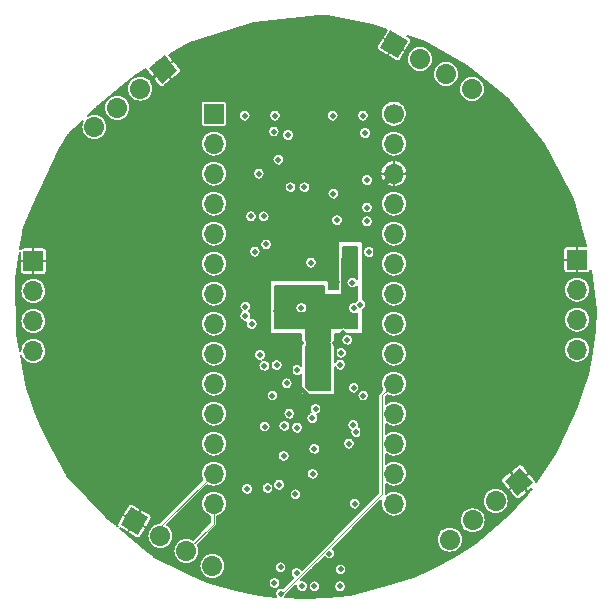
<source format=gbr>
G04 #@! TF.GenerationSoftware,KiCad,Pcbnew,5.1.0-060a0da~80~ubuntu18.04.1*
G04 #@! TF.CreationDate,2019-05-28T03:43:47+02:00*
G04 #@! TF.ProjectId,TinyFPGA-BX,54696e79-4650-4474-912d-42582e6b6963,rev?*
G04 #@! TF.SameCoordinates,Original*
G04 #@! TF.FileFunction,Copper,L3,Inr*
G04 #@! TF.FilePolarity,Positive*
%FSLAX46Y46*%
G04 Gerber Fmt 4.6, Leading zero omitted, Abs format (unit mm)*
G04 Created by KiCad (PCBNEW 5.1.0-060a0da~80~ubuntu18.04.1) date 2019-05-28 03:43:47*
%MOMM*%
%LPD*%
G04 APERTURE LIST*
%ADD10R,1.700000X1.700000*%
%ADD11O,1.700000X1.700000*%
%ADD12C,1.700000*%
%ADD13C,1.700000*%
%ADD14C,0.100000*%
%ADD15C,0.500000*%
%ADD16C,0.600000*%
%ADD17C,0.500000*%
%ADD18C,0.300000*%
%ADD19C,0.200000*%
G04 APERTURE END LIST*
D10*
X143516000Y-97799100D03*
D11*
X143516000Y-100339100D03*
X143516000Y-102879100D03*
X143516000Y-105419100D03*
X143516000Y-107959100D03*
X143516000Y-110499100D03*
X143516000Y-113039100D03*
X143516000Y-115579100D03*
X143516000Y-118119100D03*
X143516000Y-120659100D03*
X143516000Y-123199100D03*
X143516000Y-125739100D03*
X143516000Y-128279100D03*
X143516000Y-130819100D03*
D12*
X158756000Y-97799100D03*
D11*
X158756000Y-100339100D03*
X158756000Y-102879100D03*
X158756000Y-105419100D03*
X158756000Y-107959100D03*
X158756000Y-110499100D03*
X158756000Y-113039100D03*
X158756000Y-115579100D03*
X158756000Y-118119100D03*
X158756000Y-120659100D03*
X158756000Y-123199100D03*
X158756000Y-125739100D03*
X158756000Y-128279100D03*
X158756000Y-130819100D03*
D12*
X133402741Y-98952042D03*
D13*
X133402741Y-98952042D02*
X133402741Y-98952042D01*
D12*
X135348494Y-97319361D03*
D13*
X135348494Y-97319361D02*
X135348494Y-97319361D01*
D12*
X137294247Y-95686681D03*
D13*
X137294247Y-95686681D02*
X137294247Y-95686681D01*
D12*
X139240000Y-94054000D03*
D14*
G36*
X138042493Y-93949232D02*
G01*
X139344768Y-92856493D01*
X140437507Y-94158768D01*
X139135232Y-95251507D01*
X138042493Y-93949232D01*
X138042493Y-93949232D01*
G37*
D12*
X143400000Y-136104000D03*
D13*
X143400000Y-136104000D02*
X143400000Y-136104000D01*
D12*
X141200295Y-134834000D03*
D13*
X141200295Y-134834000D02*
X141200295Y-134834000D01*
D12*
X139000591Y-133564000D03*
D13*
X139000591Y-133564000D02*
X139000591Y-133564000D01*
D12*
X136800886Y-132294000D03*
D14*
G36*
X137112008Y-133455122D02*
G01*
X135639764Y-132605122D01*
X136489764Y-131132878D01*
X137962008Y-131982878D01*
X137112008Y-133455122D01*
X137112008Y-133455122D01*
G37*
D10*
X174270000Y-110164000D03*
D11*
X174270000Y-112704000D03*
X174270000Y-115244000D03*
X174270000Y-117784000D03*
X128240000Y-117904000D03*
X128240000Y-115364000D03*
X128240000Y-112824000D03*
D10*
X128240000Y-110284000D03*
D12*
X163492741Y-133872042D03*
D13*
X163492741Y-133872042D02*
X163492741Y-133872042D01*
D12*
X165438494Y-132239361D03*
D13*
X165438494Y-132239361D02*
X165438494Y-132239361D01*
D12*
X167384247Y-130606681D03*
D13*
X167384247Y-130606681D02*
X167384247Y-130606681D01*
D12*
X169330000Y-128974000D03*
D14*
G36*
X168132493Y-128869232D02*
G01*
X169434768Y-127776493D01*
X170527507Y-129078768D01*
X169225232Y-130171507D01*
X168132493Y-128869232D01*
X168132493Y-128869232D01*
G37*
D12*
X158780000Y-91924000D03*
D14*
G36*
X159091122Y-93085122D02*
G01*
X157618878Y-92235122D01*
X158468878Y-90762878D01*
X159941122Y-91612878D01*
X159091122Y-93085122D01*
X159091122Y-93085122D01*
G37*
D12*
X160979705Y-93194000D03*
D13*
X160979705Y-93194000D02*
X160979705Y-93194000D01*
D12*
X163179409Y-94464000D03*
D13*
X163179409Y-94464000D02*
X163179409Y-94464000D01*
D12*
X165379114Y-95734000D03*
D13*
X165379114Y-95734000D02*
X165379114Y-95734000D01*
D15*
X152040000Y-137824000D03*
X149190656Y-138446512D03*
X149170000Y-136214000D03*
X146730000Y-115614000D03*
X146989800Y-109484160D03*
X155210442Y-109453519D03*
X152936000Y-119549746D03*
X148776000Y-114523100D03*
X154256679Y-114164543D03*
X154956000Y-125739100D03*
X148071395Y-129506660D03*
X151857602Y-123582988D03*
X149490990Y-124235309D03*
X156167973Y-121673163D03*
X148486000Y-121673100D03*
X155392091Y-114252270D03*
X155441057Y-130819711D03*
X150430000Y-130039000D03*
X155325547Y-124152814D03*
X149434200Y-126780500D03*
X156661212Y-109516824D03*
X146657393Y-106499254D03*
X147737090Y-106499254D03*
X148595141Y-99316840D03*
X147947031Y-108876818D03*
X156316527Y-99446101D03*
X149802581Y-99608091D03*
X146186323Y-114148423D03*
X149048427Y-129220894D03*
X151883356Y-128295519D03*
X156494552Y-105753338D03*
X156485747Y-103422005D03*
X156136000Y-97973100D03*
X153586000Y-97973100D03*
X148686000Y-97973100D03*
X146136000Y-97973100D03*
X156486000Y-106923100D03*
X151736000Y-110423100D03*
X146186000Y-114923100D03*
X150928900Y-114263000D03*
X153635806Y-104574084D03*
X153936000Y-106823100D03*
X155250560Y-112106867D03*
X154213320Y-119051509D03*
X148836380Y-119095520D03*
X150555000Y-119514000D03*
X154080000Y-127054000D03*
X145700000Y-126834000D03*
D16*
X152070000Y-106474000D03*
X153720000Y-108724000D03*
D15*
X155790815Y-122266783D03*
X148326870Y-117269113D03*
X149104000Y-109356100D03*
X148211000Y-101873100D03*
X149074074Y-106848306D03*
X155386000Y-105748100D03*
X151515987Y-111048068D03*
X153929411Y-112064588D03*
X154491904Y-116406962D03*
X153813445Y-117194042D03*
X150930000Y-117239000D03*
X155087197Y-129924525D03*
X151020000Y-135304000D03*
X150567069Y-124384250D03*
X152026849Y-126180918D03*
X148981126Y-101693479D03*
X151185880Y-104035223D03*
X150008585Y-104031344D03*
X148650000Y-137549001D03*
X150980000Y-137814000D03*
X154817921Y-116950448D03*
X147326000Y-102879100D03*
X155924815Y-113976192D03*
X154277348Y-118048756D03*
X147793302Y-119150067D03*
X155366793Y-121014144D03*
X149696271Y-120639272D03*
X155582044Y-124754000D03*
X152130000Y-122789000D03*
X147830000Y-124294000D03*
X146326489Y-129562439D03*
X149906000Y-123199100D03*
X147433615Y-118223846D03*
X153312157Y-135046157D03*
X154250000Y-136394000D03*
X150530000Y-136674000D03*
X154200000Y-137824000D03*
D14*
X157755999Y-130028001D02*
X150590000Y-137194000D01*
X158756000Y-120659100D02*
X157755999Y-121659101D01*
X157755999Y-121659101D02*
X157755999Y-130028001D01*
X150590000Y-137194000D02*
X150570000Y-137194000D01*
X150570000Y-137194000D02*
X149440000Y-138324000D01*
X149440000Y-138324000D02*
X149313168Y-138324000D01*
X149313168Y-138324000D02*
X149190656Y-138446512D01*
X143516000Y-132518295D02*
X141200295Y-134834000D01*
X143516000Y-130819100D02*
X143516000Y-132518295D01*
X139000591Y-132794509D02*
X139000591Y-133564000D01*
X143516000Y-128279100D02*
X139000591Y-132794509D01*
D17*
X154578627Y-110070234D02*
X155204442Y-109444419D01*
D18*
X152930000Y-119540646D02*
X152930000Y-119140646D01*
D17*
X151905000Y-118115646D02*
X152930000Y-119140646D01*
D18*
X149019999Y-114763999D02*
X151905000Y-114763999D01*
X148770000Y-114514000D02*
X149019999Y-114763999D01*
D17*
X154578627Y-113720699D02*
X154578627Y-110070234D01*
X154134986Y-114164340D02*
X154578627Y-113720699D01*
D18*
X151905000Y-114763999D02*
X153535327Y-114763999D01*
D17*
X151905000Y-114763999D02*
X151905000Y-118115646D01*
D18*
X153884987Y-114414339D02*
X154134986Y-114164340D01*
X153535327Y-114763999D02*
X153884987Y-114414339D01*
D14*
X154064792Y-127204000D02*
X153500000Y-127204000D01*
X153500000Y-127204000D02*
X146070000Y-127204000D01*
D19*
X154080000Y-127054000D02*
X153726447Y-127054000D01*
X153726447Y-127054000D02*
X153576447Y-127204000D01*
X153576447Y-127204000D02*
X153500000Y-127204000D01*
D14*
X155081197Y-128220405D02*
X154064792Y-127204000D01*
X146070000Y-127204000D02*
X145949999Y-127083999D01*
X145949999Y-127083999D02*
X145700000Y-126834000D01*
D18*
X155583043Y-121960516D02*
X155832045Y-122209518D01*
X155905469Y-119865469D02*
X155905469Y-121228544D01*
X155905469Y-121228544D02*
X155583043Y-121550971D01*
X155832045Y-119792045D02*
X155905469Y-119865469D01*
X155583043Y-121550971D02*
X155583043Y-121960516D01*
D17*
X157261222Y-116873778D02*
X157261222Y-104358778D01*
X157261222Y-104358778D02*
X157900001Y-103719999D01*
X157900001Y-103719999D02*
X158750000Y-102870000D01*
D18*
X149080000Y-102739000D02*
X149080000Y-106851132D01*
X148205000Y-101864000D02*
X149080000Y-102739000D01*
X153695400Y-109347000D02*
X153695400Y-109105695D01*
X149098000Y-109347000D02*
X153454095Y-109347000D01*
X153454095Y-109347000D02*
X153695400Y-109347000D01*
X153695400Y-109105695D02*
X153854261Y-108946834D01*
X153813445Y-117194042D02*
X154491904Y-116515583D01*
X154491904Y-116515583D02*
X154491904Y-116406962D01*
D14*
X153877347Y-118249338D02*
X153877347Y-117615038D01*
X154102508Y-118474499D02*
X153877347Y-118249338D01*
X153877347Y-117615038D02*
X154057444Y-117434941D01*
X153813445Y-117194042D02*
X153816545Y-117194042D01*
X153816545Y-117194042D02*
X154057444Y-117434941D01*
D17*
X154057444Y-117434941D02*
X153807445Y-117184942D01*
D18*
X148161022Y-117014000D02*
X148161022Y-117095022D01*
X148161022Y-117095022D02*
X148234980Y-117168980D01*
X148234980Y-117168980D02*
X149281825Y-117168980D01*
X149281825Y-117168980D02*
X149281829Y-117168976D01*
X149281829Y-117168976D02*
X150859976Y-117168976D01*
X150859976Y-117168976D02*
X150930000Y-117239000D01*
X148161022Y-112147237D02*
X148161022Y-117014000D01*
X147955027Y-111941242D02*
X148161022Y-112147237D01*
X147955027Y-110488973D02*
X147955027Y-111941242D01*
X148161022Y-110282978D02*
X147955027Y-110488973D01*
X148174524Y-117299543D02*
X148174524Y-117027502D01*
X148174524Y-117027502D02*
X148161022Y-117014000D01*
D14*
X155832045Y-119766045D02*
X154540499Y-118474499D01*
X154540499Y-118474499D02*
X154102508Y-118474499D01*
X155832045Y-119761955D02*
X157261222Y-118332778D01*
X157261222Y-118332778D02*
X157261222Y-116873778D01*
X155832045Y-119766045D02*
X155832045Y-119761955D01*
X155832045Y-119792045D02*
X155832045Y-119766045D01*
D18*
X150047875Y-118788122D02*
X150047875Y-120215957D01*
X152041436Y-122209518D02*
X155832045Y-122209518D01*
X148323753Y-117064000D02*
X150047875Y-118788122D01*
X150047875Y-120215957D02*
X152041436Y-122209518D01*
X156082044Y-127219558D02*
X156082044Y-122459517D01*
X155081197Y-128220405D02*
X156082044Y-127219558D01*
X155081197Y-129915425D02*
X155081197Y-128220405D01*
X156082044Y-122459517D02*
X155832045Y-122209518D01*
D19*
G36*
X153082907Y-89534861D02*
G01*
X156945044Y-90310984D01*
X158160608Y-90694270D01*
X157824071Y-91279718D01*
X157851523Y-91382170D01*
X158778170Y-91917170D01*
X158788170Y-91899849D01*
X158796830Y-91904849D01*
X158786830Y-91922170D01*
X159713477Y-92457170D01*
X159815929Y-92429718D01*
X160202187Y-91763604D01*
X160226576Y-91709777D01*
X160239994Y-91652225D01*
X160241928Y-91593162D01*
X160232302Y-91534857D01*
X160211486Y-91479550D01*
X160180280Y-91429367D01*
X160139883Y-91386234D01*
X160091848Y-91351813D01*
X159904605Y-91244179D01*
X161369267Y-91706009D01*
X164953648Y-93796898D01*
X168438686Y-96535142D01*
X171435727Y-100368567D01*
X173896757Y-105031572D01*
X175043859Y-109012692D01*
X174350000Y-109014000D01*
X174275000Y-109089000D01*
X174275000Y-110159000D01*
X174295000Y-110159000D01*
X174295000Y-110169000D01*
X174275000Y-110169000D01*
X174275000Y-111239000D01*
X174350000Y-111314000D01*
X175120000Y-111315452D01*
X175178810Y-111309660D01*
X175235361Y-111292505D01*
X175287478Y-111264648D01*
X175333159Y-111227159D01*
X175370648Y-111181478D01*
X175398505Y-111129361D01*
X175415660Y-111072810D01*
X175419701Y-111031775D01*
X175854252Y-114389661D01*
X175787812Y-116080677D01*
X175560004Y-118005413D01*
X175181886Y-119906343D01*
X175118680Y-120130453D01*
X174217067Y-122796651D01*
X172512619Y-126434802D01*
X170813981Y-128985717D01*
X170791798Y-128933773D01*
X170758433Y-128884999D01*
X170262374Y-128296078D01*
X170156712Y-128286834D01*
X169337044Y-128974616D01*
X170024827Y-129794284D01*
X170130489Y-129803528D01*
X170443799Y-129541634D01*
X170415384Y-129584307D01*
X169949788Y-130174913D01*
X168634156Y-131598156D01*
X168335282Y-131874432D01*
X166454707Y-133509933D01*
X165688835Y-134113698D01*
X164077304Y-135190488D01*
X162386258Y-136137520D01*
X160626121Y-136948954D01*
X160376176Y-137041164D01*
X158430815Y-137629806D01*
X155008768Y-138527868D01*
X153116677Y-138751812D01*
X151180000Y-138827904D01*
X149579188Y-138765008D01*
X149633750Y-138683351D01*
X149671441Y-138592357D01*
X149690197Y-138498066D01*
X150494027Y-137694237D01*
X150480000Y-137764754D01*
X150480000Y-137863246D01*
X150499215Y-137959845D01*
X150536906Y-138050839D01*
X150591625Y-138132731D01*
X150661269Y-138202375D01*
X150743161Y-138257094D01*
X150834155Y-138294785D01*
X150930754Y-138314000D01*
X151029246Y-138314000D01*
X151125845Y-138294785D01*
X151216839Y-138257094D01*
X151298731Y-138202375D01*
X151368375Y-138132731D01*
X151423094Y-138050839D01*
X151460785Y-137959845D01*
X151480000Y-137863246D01*
X151480000Y-137774754D01*
X151540000Y-137774754D01*
X151540000Y-137873246D01*
X151559215Y-137969845D01*
X151596906Y-138060839D01*
X151651625Y-138142731D01*
X151721269Y-138212375D01*
X151803161Y-138267094D01*
X151894155Y-138304785D01*
X151990754Y-138324000D01*
X152089246Y-138324000D01*
X152185845Y-138304785D01*
X152276839Y-138267094D01*
X152358731Y-138212375D01*
X152428375Y-138142731D01*
X152483094Y-138060839D01*
X152520785Y-137969845D01*
X152540000Y-137873246D01*
X152540000Y-137774754D01*
X153700000Y-137774754D01*
X153700000Y-137873246D01*
X153719215Y-137969845D01*
X153756906Y-138060839D01*
X153811625Y-138142731D01*
X153881269Y-138212375D01*
X153963161Y-138267094D01*
X154054155Y-138304785D01*
X154150754Y-138324000D01*
X154249246Y-138324000D01*
X154345845Y-138304785D01*
X154436839Y-138267094D01*
X154518731Y-138212375D01*
X154588375Y-138142731D01*
X154643094Y-138060839D01*
X154680785Y-137969845D01*
X154700000Y-137873246D01*
X154700000Y-137774754D01*
X154680785Y-137678155D01*
X154643094Y-137587161D01*
X154588375Y-137505269D01*
X154518731Y-137435625D01*
X154436839Y-137380906D01*
X154345845Y-137343215D01*
X154249246Y-137324000D01*
X154150754Y-137324000D01*
X154054155Y-137343215D01*
X153963161Y-137380906D01*
X153881269Y-137435625D01*
X153811625Y-137505269D01*
X153756906Y-137587161D01*
X153719215Y-137678155D01*
X153700000Y-137774754D01*
X152540000Y-137774754D01*
X152520785Y-137678155D01*
X152483094Y-137587161D01*
X152428375Y-137505269D01*
X152358731Y-137435625D01*
X152276839Y-137380906D01*
X152185845Y-137343215D01*
X152089246Y-137324000D01*
X151990754Y-137324000D01*
X151894155Y-137343215D01*
X151803161Y-137380906D01*
X151721269Y-137435625D01*
X151651625Y-137505269D01*
X151596906Y-137587161D01*
X151559215Y-137678155D01*
X151540000Y-137774754D01*
X151480000Y-137774754D01*
X151480000Y-137764754D01*
X151460785Y-137668155D01*
X151423094Y-137577161D01*
X151368375Y-137495269D01*
X151298731Y-137425625D01*
X151216839Y-137370906D01*
X151125845Y-137333215D01*
X151029246Y-137314000D01*
X150930754Y-137314000D01*
X150885202Y-137323061D01*
X151863509Y-136344754D01*
X153750000Y-136344754D01*
X153750000Y-136443246D01*
X153769215Y-136539845D01*
X153806906Y-136630839D01*
X153861625Y-136712731D01*
X153931269Y-136782375D01*
X154013161Y-136837094D01*
X154104155Y-136874785D01*
X154200754Y-136894000D01*
X154299246Y-136894000D01*
X154395845Y-136874785D01*
X154486839Y-136837094D01*
X154568731Y-136782375D01*
X154638375Y-136712731D01*
X154693094Y-136630839D01*
X154730785Y-136539845D01*
X154750000Y-136443246D01*
X154750000Y-136344754D01*
X154730785Y-136248155D01*
X154693094Y-136157161D01*
X154638375Y-136075269D01*
X154568731Y-136005625D01*
X154486839Y-135950906D01*
X154395845Y-135913215D01*
X154299246Y-135894000D01*
X154200754Y-135894000D01*
X154104155Y-135913215D01*
X154013161Y-135950906D01*
X153931269Y-136005625D01*
X153861625Y-136075269D01*
X153806906Y-136157161D01*
X153769215Y-136248155D01*
X153750000Y-136344754D01*
X151863509Y-136344754D01*
X152891575Y-135316688D01*
X152923782Y-135364888D01*
X152993426Y-135434532D01*
X153075318Y-135489251D01*
X153166312Y-135526942D01*
X153262911Y-135546157D01*
X153361403Y-135546157D01*
X153458002Y-135526942D01*
X153548996Y-135489251D01*
X153630888Y-135434532D01*
X153700532Y-135364888D01*
X153755251Y-135282996D01*
X153792942Y-135192002D01*
X153812157Y-135095403D01*
X153812157Y-134996911D01*
X153792942Y-134900312D01*
X153755251Y-134809318D01*
X153700532Y-134727426D01*
X153630888Y-134657782D01*
X153582688Y-134625575D01*
X154336221Y-133872042D01*
X162387419Y-133872042D01*
X162408657Y-134087680D01*
X162471557Y-134295030D01*
X162573699Y-134486126D01*
X162711160Y-134653623D01*
X162878657Y-134791084D01*
X163069753Y-134893226D01*
X163277103Y-134956126D01*
X163438705Y-134972042D01*
X163546777Y-134972042D01*
X163708379Y-134956126D01*
X163915729Y-134893226D01*
X164106825Y-134791084D01*
X164274322Y-134653623D01*
X164411783Y-134486126D01*
X164513925Y-134295030D01*
X164576825Y-134087680D01*
X164598063Y-133872042D01*
X164576825Y-133656404D01*
X164513925Y-133449054D01*
X164411783Y-133257958D01*
X164274322Y-133090461D01*
X164106825Y-132953000D01*
X163915729Y-132850858D01*
X163708379Y-132787958D01*
X163546777Y-132772042D01*
X163438705Y-132772042D01*
X163277103Y-132787958D01*
X163069753Y-132850858D01*
X162878657Y-132953000D01*
X162711160Y-133090461D01*
X162573699Y-133257958D01*
X162471557Y-133449054D01*
X162408657Y-133656404D01*
X162387419Y-133872042D01*
X154336221Y-133872042D01*
X155968902Y-132239361D01*
X164333172Y-132239361D01*
X164354410Y-132454999D01*
X164417310Y-132662349D01*
X164519452Y-132853445D01*
X164656913Y-133020942D01*
X164824410Y-133158403D01*
X165015506Y-133260545D01*
X165222856Y-133323445D01*
X165384458Y-133339361D01*
X165492530Y-133339361D01*
X165654132Y-133323445D01*
X165861482Y-133260545D01*
X166052578Y-133158403D01*
X166220075Y-133020942D01*
X166357536Y-132853445D01*
X166459678Y-132662349D01*
X166522578Y-132454999D01*
X166543816Y-132239361D01*
X166522578Y-132023723D01*
X166459678Y-131816373D01*
X166357536Y-131625277D01*
X166220075Y-131457780D01*
X166052578Y-131320319D01*
X165861482Y-131218177D01*
X165654132Y-131155277D01*
X165492530Y-131139361D01*
X165384458Y-131139361D01*
X165222856Y-131155277D01*
X165015506Y-131218177D01*
X164824410Y-131320319D01*
X164656913Y-131457780D01*
X164519452Y-131625277D01*
X164417310Y-131816373D01*
X164354410Y-132023723D01*
X164333172Y-132239361D01*
X155968902Y-132239361D01*
X157701140Y-130507124D01*
X157671916Y-130603462D01*
X157650678Y-130819100D01*
X157671916Y-131034738D01*
X157734816Y-131242088D01*
X157836958Y-131433184D01*
X157974419Y-131600681D01*
X158141916Y-131738142D01*
X158333012Y-131840284D01*
X158540362Y-131903184D01*
X158701964Y-131919100D01*
X158810036Y-131919100D01*
X158971638Y-131903184D01*
X159178988Y-131840284D01*
X159370084Y-131738142D01*
X159537581Y-131600681D01*
X159675042Y-131433184D01*
X159777184Y-131242088D01*
X159840084Y-131034738D01*
X159861322Y-130819100D01*
X159840402Y-130606681D01*
X166278925Y-130606681D01*
X166300163Y-130822319D01*
X166363063Y-131029669D01*
X166465205Y-131220765D01*
X166602666Y-131388262D01*
X166770163Y-131525723D01*
X166961259Y-131627865D01*
X167168609Y-131690765D01*
X167330211Y-131706681D01*
X167438283Y-131706681D01*
X167599885Y-131690765D01*
X167807235Y-131627865D01*
X167998331Y-131525723D01*
X168165828Y-131388262D01*
X168303289Y-131220765D01*
X168405431Y-131029669D01*
X168468331Y-130822319D01*
X168489569Y-130606681D01*
X168468331Y-130391043D01*
X168405431Y-130183693D01*
X168303289Y-129992597D01*
X168165828Y-129825100D01*
X168104159Y-129774489D01*
X168500472Y-129774489D01*
X168994306Y-130365277D01*
X169036545Y-130406605D01*
X169086037Y-130438898D01*
X169140877Y-130460916D01*
X169198958Y-130471812D01*
X169258050Y-130471168D01*
X169315880Y-130459007D01*
X169370227Y-130435798D01*
X169419001Y-130402433D01*
X170007922Y-129906374D01*
X170017166Y-129800712D01*
X169329384Y-128981044D01*
X168509716Y-129668827D01*
X168500472Y-129774489D01*
X168104159Y-129774489D01*
X167998331Y-129687639D01*
X167807235Y-129585497D01*
X167599885Y-129522597D01*
X167438283Y-129506681D01*
X167330211Y-129506681D01*
X167168609Y-129522597D01*
X166961259Y-129585497D01*
X166770163Y-129687639D01*
X166602666Y-129825100D01*
X166465205Y-129992597D01*
X166363063Y-130183693D01*
X166300163Y-130391043D01*
X166278925Y-130606681D01*
X159840402Y-130606681D01*
X159840084Y-130603462D01*
X159777184Y-130396112D01*
X159675042Y-130205016D01*
X159537581Y-130037519D01*
X159370084Y-129900058D01*
X159178988Y-129797916D01*
X158971638Y-129735016D01*
X158810036Y-129719100D01*
X158701964Y-129719100D01*
X158540362Y-129735016D01*
X158333012Y-129797916D01*
X158141916Y-129900058D01*
X158055999Y-129970568D01*
X158055999Y-129127632D01*
X158141916Y-129198142D01*
X158333012Y-129300284D01*
X158540362Y-129363184D01*
X158701964Y-129379100D01*
X158810036Y-129379100D01*
X158971638Y-129363184D01*
X159178988Y-129300284D01*
X159370084Y-129198142D01*
X159537581Y-129060681D01*
X159675042Y-128893184D01*
X159701888Y-128842958D01*
X167832188Y-128842958D01*
X167832832Y-128902050D01*
X167844993Y-128959880D01*
X167868202Y-129014227D01*
X167901567Y-129063001D01*
X168397626Y-129651922D01*
X168503288Y-129661166D01*
X169322956Y-128973384D01*
X168635173Y-128153716D01*
X168561699Y-128147288D01*
X168642834Y-128147288D01*
X169330616Y-128966956D01*
X170150284Y-128279173D01*
X170159528Y-128173511D01*
X169665694Y-127582723D01*
X169623455Y-127541395D01*
X169573963Y-127509102D01*
X169519123Y-127487084D01*
X169461042Y-127476188D01*
X169401950Y-127476832D01*
X169344120Y-127488993D01*
X169289773Y-127512202D01*
X169240999Y-127545567D01*
X168652078Y-128041626D01*
X168642834Y-128147288D01*
X168561699Y-128147288D01*
X168529511Y-128144472D01*
X167938723Y-128638306D01*
X167897395Y-128680545D01*
X167865102Y-128730037D01*
X167843084Y-128784877D01*
X167832188Y-128842958D01*
X159701888Y-128842958D01*
X159777184Y-128702088D01*
X159840084Y-128494738D01*
X159861322Y-128279100D01*
X159840084Y-128063462D01*
X159777184Y-127856112D01*
X159675042Y-127665016D01*
X159537581Y-127497519D01*
X159370084Y-127360058D01*
X159178988Y-127257916D01*
X158971638Y-127195016D01*
X158810036Y-127179100D01*
X158701964Y-127179100D01*
X158540362Y-127195016D01*
X158333012Y-127257916D01*
X158141916Y-127360058D01*
X158055999Y-127430568D01*
X158055999Y-126587632D01*
X158141916Y-126658142D01*
X158333012Y-126760284D01*
X158540362Y-126823184D01*
X158701964Y-126839100D01*
X158810036Y-126839100D01*
X158971638Y-126823184D01*
X159178988Y-126760284D01*
X159370084Y-126658142D01*
X159537581Y-126520681D01*
X159675042Y-126353184D01*
X159777184Y-126162088D01*
X159840084Y-125954738D01*
X159861322Y-125739100D01*
X159840084Y-125523462D01*
X159777184Y-125316112D01*
X159675042Y-125125016D01*
X159537581Y-124957519D01*
X159370084Y-124820058D01*
X159178988Y-124717916D01*
X158971638Y-124655016D01*
X158810036Y-124639100D01*
X158701964Y-124639100D01*
X158540362Y-124655016D01*
X158333012Y-124717916D01*
X158141916Y-124820058D01*
X158055999Y-124890568D01*
X158055999Y-124047632D01*
X158141916Y-124118142D01*
X158333012Y-124220284D01*
X158540362Y-124283184D01*
X158701964Y-124299100D01*
X158810036Y-124299100D01*
X158971638Y-124283184D01*
X159178988Y-124220284D01*
X159370084Y-124118142D01*
X159537581Y-123980681D01*
X159675042Y-123813184D01*
X159777184Y-123622088D01*
X159840084Y-123414738D01*
X159861322Y-123199100D01*
X159840084Y-122983462D01*
X159777184Y-122776112D01*
X159675042Y-122585016D01*
X159537581Y-122417519D01*
X159370084Y-122280058D01*
X159178988Y-122177916D01*
X158971638Y-122115016D01*
X158810036Y-122099100D01*
X158701964Y-122099100D01*
X158540362Y-122115016D01*
X158333012Y-122177916D01*
X158141916Y-122280058D01*
X158055999Y-122350568D01*
X158055999Y-121783364D01*
X158219664Y-121619699D01*
X158333012Y-121680284D01*
X158540362Y-121743184D01*
X158701964Y-121759100D01*
X158810036Y-121759100D01*
X158971638Y-121743184D01*
X159178988Y-121680284D01*
X159370084Y-121578142D01*
X159537581Y-121440681D01*
X159675042Y-121273184D01*
X159777184Y-121082088D01*
X159840084Y-120874738D01*
X159861322Y-120659100D01*
X159840084Y-120443462D01*
X159777184Y-120236112D01*
X159675042Y-120045016D01*
X159537581Y-119877519D01*
X159370084Y-119740058D01*
X159178988Y-119637916D01*
X158971638Y-119575016D01*
X158810036Y-119559100D01*
X158701964Y-119559100D01*
X158540362Y-119575016D01*
X158333012Y-119637916D01*
X158141916Y-119740058D01*
X157974419Y-119877519D01*
X157836958Y-120045016D01*
X157734816Y-120236112D01*
X157671916Y-120443462D01*
X157650678Y-120659100D01*
X157671916Y-120874738D01*
X157734816Y-121082088D01*
X157795401Y-121195436D01*
X157554289Y-121436548D01*
X157542841Y-121445943D01*
X157522357Y-121470903D01*
X157505352Y-121491624D01*
X157503586Y-121494929D01*
X157477495Y-121543742D01*
X157460340Y-121600292D01*
X157455999Y-121644369D01*
X157455999Y-121644378D01*
X157454549Y-121659101D01*
X157455999Y-121673824D01*
X157456000Y-129903736D01*
X150952859Y-136406878D01*
X150918375Y-136355269D01*
X150848731Y-136285625D01*
X150766839Y-136230906D01*
X150675845Y-136193215D01*
X150579246Y-136174000D01*
X150480754Y-136174000D01*
X150384155Y-136193215D01*
X150293161Y-136230906D01*
X150211269Y-136285625D01*
X150141625Y-136355269D01*
X150086906Y-136437161D01*
X150049215Y-136528155D01*
X150030000Y-136624754D01*
X150030000Y-136723246D01*
X150049215Y-136819845D01*
X150086906Y-136910839D01*
X150141625Y-136992731D01*
X150211269Y-137062375D01*
X150250888Y-137088848D01*
X149363024Y-137976713D01*
X149336501Y-137965727D01*
X149239902Y-137946512D01*
X149141410Y-137946512D01*
X149044811Y-137965727D01*
X148953817Y-138003418D01*
X148871925Y-138058137D01*
X148802281Y-138127781D01*
X148747562Y-138209673D01*
X148709871Y-138300667D01*
X148690656Y-138397266D01*
X148690656Y-138495758D01*
X148709871Y-138592357D01*
X148747562Y-138683351D01*
X148754661Y-138693975D01*
X147318587Y-138524004D01*
X145417657Y-138145886D01*
X143552254Y-137619788D01*
X143226891Y-137499755D01*
X148150000Y-137499755D01*
X148150000Y-137598247D01*
X148169215Y-137694846D01*
X148206906Y-137785840D01*
X148261625Y-137867732D01*
X148331269Y-137937376D01*
X148413161Y-137992095D01*
X148504155Y-138029786D01*
X148600754Y-138049001D01*
X148699246Y-138049001D01*
X148795845Y-138029786D01*
X148886839Y-137992095D01*
X148968731Y-137937376D01*
X149038375Y-137867732D01*
X149093094Y-137785840D01*
X149130785Y-137694846D01*
X149150000Y-137598247D01*
X149150000Y-137499755D01*
X149130785Y-137403156D01*
X149093094Y-137312162D01*
X149038375Y-137230270D01*
X148968731Y-137160626D01*
X148886839Y-137105907D01*
X148795845Y-137068216D01*
X148699246Y-137049001D01*
X148600754Y-137049001D01*
X148504155Y-137068216D01*
X148413161Y-137105907D01*
X148331269Y-137160626D01*
X148261625Y-137230270D01*
X148206906Y-137312162D01*
X148169215Y-137403156D01*
X148150000Y-137499755D01*
X143226891Y-137499755D01*
X142200727Y-137121183D01*
X140903688Y-136504044D01*
X140097096Y-136104000D01*
X142294678Y-136104000D01*
X142315916Y-136319638D01*
X142378816Y-136526988D01*
X142480958Y-136718084D01*
X142618419Y-136885581D01*
X142785916Y-137023042D01*
X142977012Y-137125184D01*
X143184362Y-137188084D01*
X143345964Y-137204000D01*
X143454036Y-137204000D01*
X143615638Y-137188084D01*
X143822988Y-137125184D01*
X144014084Y-137023042D01*
X144181581Y-136885581D01*
X144319042Y-136718084D01*
X144421184Y-136526988D01*
X144484084Y-136319638D01*
X144499338Y-136164754D01*
X148670000Y-136164754D01*
X148670000Y-136263246D01*
X148689215Y-136359845D01*
X148726906Y-136450839D01*
X148781625Y-136532731D01*
X148851269Y-136602375D01*
X148933161Y-136657094D01*
X149024155Y-136694785D01*
X149120754Y-136714000D01*
X149219246Y-136714000D01*
X149315845Y-136694785D01*
X149406839Y-136657094D01*
X149488731Y-136602375D01*
X149558375Y-136532731D01*
X149613094Y-136450839D01*
X149650785Y-136359845D01*
X149670000Y-136263246D01*
X149670000Y-136164754D01*
X149650785Y-136068155D01*
X149613094Y-135977161D01*
X149558375Y-135895269D01*
X149488731Y-135825625D01*
X149406839Y-135770906D01*
X149315845Y-135733215D01*
X149219246Y-135714000D01*
X149120754Y-135714000D01*
X149024155Y-135733215D01*
X148933161Y-135770906D01*
X148851269Y-135825625D01*
X148781625Y-135895269D01*
X148726906Y-135977161D01*
X148689215Y-136068155D01*
X148670000Y-136164754D01*
X144499338Y-136164754D01*
X144505322Y-136104000D01*
X144484084Y-135888362D01*
X144421184Y-135681012D01*
X144319042Y-135489916D01*
X144181581Y-135322419D01*
X144014084Y-135184958D01*
X143822988Y-135082816D01*
X143615638Y-135019916D01*
X143454036Y-135004000D01*
X143345964Y-135004000D01*
X143184362Y-135019916D01*
X142977012Y-135082816D01*
X142785916Y-135184958D01*
X142618419Y-135322419D01*
X142480958Y-135489916D01*
X142378816Y-135681012D01*
X142315916Y-135888362D01*
X142294678Y-136104000D01*
X140097096Y-136104000D01*
X138495436Y-135309628D01*
X138420418Y-135267616D01*
X137897251Y-134834000D01*
X140094973Y-134834000D01*
X140116211Y-135049638D01*
X140179111Y-135256988D01*
X140281253Y-135448084D01*
X140418714Y-135615581D01*
X140586211Y-135753042D01*
X140777307Y-135855184D01*
X140984657Y-135918084D01*
X141146259Y-135934000D01*
X141254331Y-135934000D01*
X141415933Y-135918084D01*
X141623283Y-135855184D01*
X141814379Y-135753042D01*
X141981876Y-135615581D01*
X142119337Y-135448084D01*
X142221479Y-135256988D01*
X142284379Y-135049638D01*
X142305617Y-134834000D01*
X142284379Y-134618362D01*
X142221479Y-134411012D01*
X142160894Y-134297664D01*
X143717715Y-132740844D01*
X143729158Y-132731453D01*
X143738549Y-132720010D01*
X143766647Y-132685773D01*
X143794503Y-132633656D01*
X143794504Y-132633655D01*
X143811659Y-132577105D01*
X143816000Y-132533028D01*
X143816000Y-132533019D01*
X143817450Y-132518296D01*
X143816000Y-132503573D01*
X143816000Y-131877593D01*
X143938988Y-131840284D01*
X144130084Y-131738142D01*
X144297581Y-131600681D01*
X144435042Y-131433184D01*
X144537184Y-131242088D01*
X144600084Y-131034738D01*
X144621322Y-130819100D01*
X144616532Y-130770465D01*
X154941057Y-130770465D01*
X154941057Y-130868957D01*
X154960272Y-130965556D01*
X154997963Y-131056550D01*
X155052682Y-131138442D01*
X155122326Y-131208086D01*
X155204218Y-131262805D01*
X155295212Y-131300496D01*
X155391811Y-131319711D01*
X155490303Y-131319711D01*
X155586902Y-131300496D01*
X155677896Y-131262805D01*
X155759788Y-131208086D01*
X155829432Y-131138442D01*
X155884151Y-131056550D01*
X155921842Y-130965556D01*
X155941057Y-130868957D01*
X155941057Y-130770465D01*
X155921842Y-130673866D01*
X155884151Y-130582872D01*
X155829432Y-130500980D01*
X155759788Y-130431336D01*
X155677896Y-130376617D01*
X155586902Y-130338926D01*
X155490303Y-130319711D01*
X155391811Y-130319711D01*
X155295212Y-130338926D01*
X155204218Y-130376617D01*
X155122326Y-130431336D01*
X155052682Y-130500980D01*
X154997963Y-130582872D01*
X154960272Y-130673866D01*
X154941057Y-130770465D01*
X144616532Y-130770465D01*
X144600084Y-130603462D01*
X144537184Y-130396112D01*
X144435042Y-130205016D01*
X144297581Y-130037519D01*
X144130084Y-129900058D01*
X143938988Y-129797916D01*
X143731638Y-129735016D01*
X143570036Y-129719100D01*
X143461964Y-129719100D01*
X143300362Y-129735016D01*
X143093012Y-129797916D01*
X142901916Y-129900058D01*
X142734419Y-130037519D01*
X142596958Y-130205016D01*
X142494816Y-130396112D01*
X142431916Y-130603462D01*
X142410678Y-130819100D01*
X142431916Y-131034738D01*
X142494816Y-131242088D01*
X142596958Y-131433184D01*
X142734419Y-131600681D01*
X142901916Y-131738142D01*
X143093012Y-131840284D01*
X143216001Y-131877593D01*
X143216001Y-132394030D01*
X141736631Y-133873401D01*
X141623283Y-133812816D01*
X141415933Y-133749916D01*
X141254331Y-133734000D01*
X141146259Y-133734000D01*
X140984657Y-133749916D01*
X140777307Y-133812816D01*
X140586211Y-133914958D01*
X140418714Y-134052419D01*
X140281253Y-134219916D01*
X140179111Y-134411012D01*
X140116211Y-134618362D01*
X140094973Y-134834000D01*
X137897251Y-134834000D01*
X136223814Y-133447008D01*
X136223586Y-133446820D01*
X135587559Y-132922821D01*
X136156604Y-133249929D01*
X136240395Y-133227477D01*
X136267716Y-133227477D01*
X136295168Y-133329929D01*
X136961282Y-133716187D01*
X137015109Y-133740576D01*
X137072661Y-133753994D01*
X137131724Y-133755928D01*
X137190029Y-133746302D01*
X137245336Y-133725486D01*
X137295519Y-133694280D01*
X137338652Y-133653883D01*
X137373073Y-133605848D01*
X137397128Y-133564000D01*
X137895269Y-133564000D01*
X137916507Y-133779638D01*
X137979407Y-133986988D01*
X138081549Y-134178084D01*
X138219010Y-134345581D01*
X138386507Y-134483042D01*
X138577603Y-134585184D01*
X138784953Y-134648084D01*
X138946555Y-134664000D01*
X139054627Y-134664000D01*
X139216229Y-134648084D01*
X139423579Y-134585184D01*
X139614675Y-134483042D01*
X139782172Y-134345581D01*
X139919633Y-134178084D01*
X140021775Y-133986988D01*
X140084675Y-133779638D01*
X140105913Y-133564000D01*
X140084675Y-133348362D01*
X140021775Y-133141012D01*
X139919633Y-132949916D01*
X139782172Y-132782419D01*
X139614675Y-132644958D01*
X139588432Y-132630931D01*
X142706170Y-129513193D01*
X145826489Y-129513193D01*
X145826489Y-129611685D01*
X145845704Y-129708284D01*
X145883395Y-129799278D01*
X145938114Y-129881170D01*
X146007758Y-129950814D01*
X146089650Y-130005533D01*
X146180644Y-130043224D01*
X146277243Y-130062439D01*
X146375735Y-130062439D01*
X146472334Y-130043224D01*
X146563328Y-130005533D01*
X146645220Y-129950814D01*
X146714864Y-129881170D01*
X146769583Y-129799278D01*
X146807274Y-129708284D01*
X146826489Y-129611685D01*
X146826489Y-129513193D01*
X146815394Y-129457414D01*
X147571395Y-129457414D01*
X147571395Y-129555906D01*
X147590610Y-129652505D01*
X147628301Y-129743499D01*
X147683020Y-129825391D01*
X147752664Y-129895035D01*
X147834556Y-129949754D01*
X147925550Y-129987445D01*
X148022149Y-130006660D01*
X148120641Y-130006660D01*
X148205632Y-129989754D01*
X149930000Y-129989754D01*
X149930000Y-130088246D01*
X149949215Y-130184845D01*
X149986906Y-130275839D01*
X150041625Y-130357731D01*
X150111269Y-130427375D01*
X150193161Y-130482094D01*
X150284155Y-130519785D01*
X150380754Y-130539000D01*
X150479246Y-130539000D01*
X150575845Y-130519785D01*
X150666839Y-130482094D01*
X150748731Y-130427375D01*
X150818375Y-130357731D01*
X150873094Y-130275839D01*
X150910785Y-130184845D01*
X150930000Y-130088246D01*
X150930000Y-129989754D01*
X150910785Y-129893155D01*
X150873094Y-129802161D01*
X150818375Y-129720269D01*
X150748731Y-129650625D01*
X150666839Y-129595906D01*
X150575845Y-129558215D01*
X150479246Y-129539000D01*
X150380754Y-129539000D01*
X150284155Y-129558215D01*
X150193161Y-129595906D01*
X150111269Y-129650625D01*
X150041625Y-129720269D01*
X149986906Y-129802161D01*
X149949215Y-129893155D01*
X149930000Y-129989754D01*
X148205632Y-129989754D01*
X148217240Y-129987445D01*
X148308234Y-129949754D01*
X148390126Y-129895035D01*
X148459770Y-129825391D01*
X148514489Y-129743499D01*
X148552180Y-129652505D01*
X148571395Y-129555906D01*
X148571395Y-129457414D01*
X148552180Y-129360815D01*
X148514489Y-129269821D01*
X148459770Y-129187929D01*
X148443489Y-129171648D01*
X148548427Y-129171648D01*
X148548427Y-129270140D01*
X148567642Y-129366739D01*
X148605333Y-129457733D01*
X148660052Y-129539625D01*
X148729696Y-129609269D01*
X148811588Y-129663988D01*
X148902582Y-129701679D01*
X148999181Y-129720894D01*
X149097673Y-129720894D01*
X149194272Y-129701679D01*
X149285266Y-129663988D01*
X149367158Y-129609269D01*
X149436802Y-129539625D01*
X149491521Y-129457733D01*
X149529212Y-129366739D01*
X149548427Y-129270140D01*
X149548427Y-129171648D01*
X149529212Y-129075049D01*
X149491521Y-128984055D01*
X149436802Y-128902163D01*
X149367158Y-128832519D01*
X149285266Y-128777800D01*
X149194272Y-128740109D01*
X149097673Y-128720894D01*
X148999181Y-128720894D01*
X148902582Y-128740109D01*
X148811588Y-128777800D01*
X148729696Y-128832519D01*
X148660052Y-128902163D01*
X148605333Y-128984055D01*
X148567642Y-129075049D01*
X148548427Y-129171648D01*
X148443489Y-129171648D01*
X148390126Y-129118285D01*
X148308234Y-129063566D01*
X148217240Y-129025875D01*
X148120641Y-129006660D01*
X148022149Y-129006660D01*
X147925550Y-129025875D01*
X147834556Y-129063566D01*
X147752664Y-129118285D01*
X147683020Y-129187929D01*
X147628301Y-129269821D01*
X147590610Y-129360815D01*
X147571395Y-129457414D01*
X146815394Y-129457414D01*
X146807274Y-129416594D01*
X146769583Y-129325600D01*
X146714864Y-129243708D01*
X146645220Y-129174064D01*
X146563328Y-129119345D01*
X146472334Y-129081654D01*
X146375735Y-129062439D01*
X146277243Y-129062439D01*
X146180644Y-129081654D01*
X146089650Y-129119345D01*
X146007758Y-129174064D01*
X145938114Y-129243708D01*
X145883395Y-129325600D01*
X145845704Y-129416594D01*
X145826489Y-129513193D01*
X142706170Y-129513193D01*
X142979665Y-129239699D01*
X143093012Y-129300284D01*
X143300362Y-129363184D01*
X143461964Y-129379100D01*
X143570036Y-129379100D01*
X143731638Y-129363184D01*
X143938988Y-129300284D01*
X144130084Y-129198142D01*
X144297581Y-129060681D01*
X144435042Y-128893184D01*
X144537184Y-128702088D01*
X144600084Y-128494738D01*
X144621322Y-128279100D01*
X144618089Y-128246273D01*
X151383356Y-128246273D01*
X151383356Y-128344765D01*
X151402571Y-128441364D01*
X151440262Y-128532358D01*
X151494981Y-128614250D01*
X151564625Y-128683894D01*
X151646517Y-128738613D01*
X151737511Y-128776304D01*
X151834110Y-128795519D01*
X151932602Y-128795519D01*
X152029201Y-128776304D01*
X152120195Y-128738613D01*
X152202087Y-128683894D01*
X152271731Y-128614250D01*
X152326450Y-128532358D01*
X152364141Y-128441364D01*
X152383356Y-128344765D01*
X152383356Y-128246273D01*
X152364141Y-128149674D01*
X152326450Y-128058680D01*
X152271731Y-127976788D01*
X152202087Y-127907144D01*
X152120195Y-127852425D01*
X152029201Y-127814734D01*
X151932602Y-127795519D01*
X151834110Y-127795519D01*
X151737511Y-127814734D01*
X151646517Y-127852425D01*
X151564625Y-127907144D01*
X151494981Y-127976788D01*
X151440262Y-128058680D01*
X151402571Y-128149674D01*
X151383356Y-128246273D01*
X144618089Y-128246273D01*
X144600084Y-128063462D01*
X144537184Y-127856112D01*
X144435042Y-127665016D01*
X144297581Y-127497519D01*
X144130084Y-127360058D01*
X143938988Y-127257916D01*
X143731638Y-127195016D01*
X143570036Y-127179100D01*
X143461964Y-127179100D01*
X143300362Y-127195016D01*
X143093012Y-127257916D01*
X142901916Y-127360058D01*
X142734419Y-127497519D01*
X142596958Y-127665016D01*
X142494816Y-127856112D01*
X142431916Y-128063462D01*
X142410678Y-128279100D01*
X142431916Y-128494738D01*
X142494816Y-128702088D01*
X142555401Y-128815435D01*
X138902498Y-132468339D01*
X138784953Y-132479916D01*
X138577603Y-132542816D01*
X138386507Y-132644958D01*
X138219010Y-132782419D01*
X138081549Y-132949916D01*
X137979407Y-133141012D01*
X137916507Y-133348362D01*
X137895269Y-133564000D01*
X137397128Y-133564000D01*
X137756815Y-132938282D01*
X137729363Y-132835830D01*
X136802716Y-132300830D01*
X136267716Y-133227477D01*
X136240395Y-133227477D01*
X136259056Y-133222477D01*
X136794056Y-132295830D01*
X136787717Y-132292170D01*
X136807716Y-132292170D01*
X137734363Y-132827170D01*
X137836815Y-132799718D01*
X138223073Y-132133604D01*
X138247462Y-132079777D01*
X138260880Y-132022225D01*
X138262814Y-131963162D01*
X138253188Y-131904857D01*
X138232372Y-131849550D01*
X138201166Y-131799367D01*
X138160769Y-131756234D01*
X138112734Y-131721813D01*
X137445168Y-131338071D01*
X137342716Y-131365523D01*
X136807716Y-132292170D01*
X136787717Y-132292170D01*
X135867409Y-131760830D01*
X135764957Y-131788282D01*
X135378699Y-132454396D01*
X135354310Y-132508223D01*
X135340892Y-132565775D01*
X135338958Y-132624838D01*
X135348584Y-132683143D01*
X135369400Y-132738450D01*
X135375313Y-132747959D01*
X134468084Y-132000526D01*
X134131150Y-131649718D01*
X135844957Y-131649718D01*
X135872409Y-131752170D01*
X136799056Y-132287170D01*
X137334056Y-131360523D01*
X137306604Y-131258071D01*
X136640490Y-130871813D01*
X136586663Y-130847424D01*
X136529111Y-130834006D01*
X136470048Y-130832072D01*
X136411743Y-130841698D01*
X136356436Y-130862514D01*
X136306253Y-130893720D01*
X136263120Y-130934117D01*
X136228699Y-130982152D01*
X135844957Y-131649718D01*
X134131150Y-131649718D01*
X131113172Y-128507470D01*
X131047791Y-128409620D01*
X129650804Y-125739100D01*
X142410678Y-125739100D01*
X142431916Y-125954738D01*
X142494816Y-126162088D01*
X142596958Y-126353184D01*
X142734419Y-126520681D01*
X142901916Y-126658142D01*
X143093012Y-126760284D01*
X143300362Y-126823184D01*
X143461964Y-126839100D01*
X143570036Y-126839100D01*
X143731638Y-126823184D01*
X143938988Y-126760284D01*
X143993299Y-126731254D01*
X148934200Y-126731254D01*
X148934200Y-126829746D01*
X148953415Y-126926345D01*
X148991106Y-127017339D01*
X149045825Y-127099231D01*
X149115469Y-127168875D01*
X149197361Y-127223594D01*
X149288355Y-127261285D01*
X149384954Y-127280500D01*
X149483446Y-127280500D01*
X149580045Y-127261285D01*
X149671039Y-127223594D01*
X149752931Y-127168875D01*
X149822575Y-127099231D01*
X149877294Y-127017339D01*
X149914985Y-126926345D01*
X149934200Y-126829746D01*
X149934200Y-126731254D01*
X149914985Y-126634655D01*
X149877294Y-126543661D01*
X149822575Y-126461769D01*
X149752931Y-126392125D01*
X149671039Y-126337406D01*
X149580045Y-126299715D01*
X149483446Y-126280500D01*
X149384954Y-126280500D01*
X149288355Y-126299715D01*
X149197361Y-126337406D01*
X149115469Y-126392125D01*
X149045825Y-126461769D01*
X148991106Y-126543661D01*
X148953415Y-126634655D01*
X148934200Y-126731254D01*
X143993299Y-126731254D01*
X144130084Y-126658142D01*
X144297581Y-126520681D01*
X144435042Y-126353184D01*
X144537184Y-126162088D01*
X144546410Y-126131672D01*
X151526849Y-126131672D01*
X151526849Y-126230164D01*
X151546064Y-126326763D01*
X151583755Y-126417757D01*
X151638474Y-126499649D01*
X151708118Y-126569293D01*
X151790010Y-126624012D01*
X151881004Y-126661703D01*
X151977603Y-126680918D01*
X152076095Y-126680918D01*
X152172694Y-126661703D01*
X152263688Y-126624012D01*
X152345580Y-126569293D01*
X152415224Y-126499649D01*
X152469943Y-126417757D01*
X152507634Y-126326763D01*
X152526849Y-126230164D01*
X152526849Y-126131672D01*
X152507634Y-126035073D01*
X152469943Y-125944079D01*
X152415224Y-125862187D01*
X152345580Y-125792543D01*
X152263688Y-125737824D01*
X152172694Y-125700133D01*
X152121019Y-125689854D01*
X154456000Y-125689854D01*
X154456000Y-125788346D01*
X154475215Y-125884945D01*
X154512906Y-125975939D01*
X154567625Y-126057831D01*
X154637269Y-126127475D01*
X154719161Y-126182194D01*
X154810155Y-126219885D01*
X154906754Y-126239100D01*
X155005246Y-126239100D01*
X155101845Y-126219885D01*
X155192839Y-126182194D01*
X155274731Y-126127475D01*
X155344375Y-126057831D01*
X155399094Y-125975939D01*
X155436785Y-125884945D01*
X155456000Y-125788346D01*
X155456000Y-125689854D01*
X155436785Y-125593255D01*
X155399094Y-125502261D01*
X155344375Y-125420369D01*
X155274731Y-125350725D01*
X155192839Y-125296006D01*
X155101845Y-125258315D01*
X155005246Y-125239100D01*
X154906754Y-125239100D01*
X154810155Y-125258315D01*
X154719161Y-125296006D01*
X154637269Y-125350725D01*
X154567625Y-125420369D01*
X154512906Y-125502261D01*
X154475215Y-125593255D01*
X154456000Y-125689854D01*
X152121019Y-125689854D01*
X152076095Y-125680918D01*
X151977603Y-125680918D01*
X151881004Y-125700133D01*
X151790010Y-125737824D01*
X151708118Y-125792543D01*
X151638474Y-125862187D01*
X151583755Y-125944079D01*
X151546064Y-126035073D01*
X151526849Y-126131672D01*
X144546410Y-126131672D01*
X144600084Y-125954738D01*
X144621322Y-125739100D01*
X144600084Y-125523462D01*
X144537184Y-125316112D01*
X144435042Y-125125016D01*
X144297581Y-124957519D01*
X144130084Y-124820058D01*
X143938988Y-124717916D01*
X143731638Y-124655016D01*
X143570036Y-124639100D01*
X143461964Y-124639100D01*
X143300362Y-124655016D01*
X143093012Y-124717916D01*
X142901916Y-124820058D01*
X142734419Y-124957519D01*
X142596958Y-125125016D01*
X142494816Y-125316112D01*
X142431916Y-125523462D01*
X142410678Y-125739100D01*
X129650804Y-125739100D01*
X128941338Y-124382867D01*
X128489872Y-123199100D01*
X142410678Y-123199100D01*
X142431916Y-123414738D01*
X142494816Y-123622088D01*
X142596958Y-123813184D01*
X142734419Y-123980681D01*
X142901916Y-124118142D01*
X143093012Y-124220284D01*
X143300362Y-124283184D01*
X143461964Y-124299100D01*
X143570036Y-124299100D01*
X143731638Y-124283184D01*
X143858322Y-124244754D01*
X147330000Y-124244754D01*
X147330000Y-124343246D01*
X147349215Y-124439845D01*
X147386906Y-124530839D01*
X147441625Y-124612731D01*
X147511269Y-124682375D01*
X147593161Y-124737094D01*
X147684155Y-124774785D01*
X147780754Y-124794000D01*
X147879246Y-124794000D01*
X147975845Y-124774785D01*
X148066839Y-124737094D01*
X148148731Y-124682375D01*
X148218375Y-124612731D01*
X148273094Y-124530839D01*
X148310785Y-124439845D01*
X148330000Y-124343246D01*
X148330000Y-124244754D01*
X148318326Y-124186063D01*
X148990990Y-124186063D01*
X148990990Y-124284555D01*
X149010205Y-124381154D01*
X149047896Y-124472148D01*
X149102615Y-124554040D01*
X149172259Y-124623684D01*
X149254151Y-124678403D01*
X149345145Y-124716094D01*
X149441744Y-124735309D01*
X149540236Y-124735309D01*
X149636835Y-124716094D01*
X149727829Y-124678403D01*
X149809721Y-124623684D01*
X149879365Y-124554040D01*
X149934084Y-124472148D01*
X149971775Y-124381154D01*
X149980954Y-124335004D01*
X150067069Y-124335004D01*
X150067069Y-124433496D01*
X150086284Y-124530095D01*
X150123975Y-124621089D01*
X150178694Y-124702981D01*
X150248338Y-124772625D01*
X150330230Y-124827344D01*
X150421224Y-124865035D01*
X150517823Y-124884250D01*
X150616315Y-124884250D01*
X150712914Y-124865035D01*
X150803908Y-124827344D01*
X150885800Y-124772625D01*
X150955444Y-124702981D01*
X151010163Y-124621089D01*
X151047854Y-124530095D01*
X151067069Y-124433496D01*
X151067069Y-124335004D01*
X151047854Y-124238405D01*
X151010163Y-124147411D01*
X150980868Y-124103568D01*
X154825547Y-124103568D01*
X154825547Y-124202060D01*
X154844762Y-124298659D01*
X154882453Y-124389653D01*
X154937172Y-124471545D01*
X155006816Y-124541189D01*
X155088708Y-124595908D01*
X155103751Y-124602139D01*
X155101259Y-124608155D01*
X155082044Y-124704754D01*
X155082044Y-124803246D01*
X155101259Y-124899845D01*
X155138950Y-124990839D01*
X155193669Y-125072731D01*
X155263313Y-125142375D01*
X155345205Y-125197094D01*
X155436199Y-125234785D01*
X155532798Y-125254000D01*
X155631290Y-125254000D01*
X155727889Y-125234785D01*
X155818883Y-125197094D01*
X155900775Y-125142375D01*
X155970419Y-125072731D01*
X156025138Y-124990839D01*
X156062829Y-124899845D01*
X156082044Y-124803246D01*
X156082044Y-124704754D01*
X156062829Y-124608155D01*
X156025138Y-124517161D01*
X155970419Y-124435269D01*
X155900775Y-124365625D01*
X155818883Y-124310906D01*
X155803840Y-124304675D01*
X155806332Y-124298659D01*
X155825547Y-124202060D01*
X155825547Y-124103568D01*
X155806332Y-124006969D01*
X155768641Y-123915975D01*
X155713922Y-123834083D01*
X155644278Y-123764439D01*
X155562386Y-123709720D01*
X155471392Y-123672029D01*
X155374793Y-123652814D01*
X155276301Y-123652814D01*
X155179702Y-123672029D01*
X155088708Y-123709720D01*
X155006816Y-123764439D01*
X154937172Y-123834083D01*
X154882453Y-123915975D01*
X154844762Y-124006969D01*
X154825547Y-124103568D01*
X150980868Y-124103568D01*
X150955444Y-124065519D01*
X150885800Y-123995875D01*
X150803908Y-123941156D01*
X150712914Y-123903465D01*
X150616315Y-123884250D01*
X150517823Y-123884250D01*
X150421224Y-123903465D01*
X150330230Y-123941156D01*
X150248338Y-123995875D01*
X150178694Y-124065519D01*
X150123975Y-124147411D01*
X150086284Y-124238405D01*
X150067069Y-124335004D01*
X149980954Y-124335004D01*
X149990990Y-124284555D01*
X149990990Y-124186063D01*
X149971775Y-124089464D01*
X149934084Y-123998470D01*
X149879365Y-123916578D01*
X149809721Y-123846934D01*
X149727829Y-123792215D01*
X149636835Y-123754524D01*
X149540236Y-123735309D01*
X149441744Y-123735309D01*
X149345145Y-123754524D01*
X149254151Y-123792215D01*
X149172259Y-123846934D01*
X149102615Y-123916578D01*
X149047896Y-123998470D01*
X149010205Y-124089464D01*
X148990990Y-124186063D01*
X148318326Y-124186063D01*
X148310785Y-124148155D01*
X148273094Y-124057161D01*
X148218375Y-123975269D01*
X148148731Y-123905625D01*
X148066839Y-123850906D01*
X147975845Y-123813215D01*
X147879246Y-123794000D01*
X147780754Y-123794000D01*
X147684155Y-123813215D01*
X147593161Y-123850906D01*
X147511269Y-123905625D01*
X147441625Y-123975269D01*
X147386906Y-124057161D01*
X147349215Y-124148155D01*
X147330000Y-124244754D01*
X143858322Y-124244754D01*
X143938988Y-124220284D01*
X144130084Y-124118142D01*
X144297581Y-123980681D01*
X144435042Y-123813184D01*
X144537184Y-123622088D01*
X144600084Y-123414738D01*
X144621322Y-123199100D01*
X144616472Y-123149854D01*
X149406000Y-123149854D01*
X149406000Y-123248346D01*
X149425215Y-123344945D01*
X149462906Y-123435939D01*
X149517625Y-123517831D01*
X149587269Y-123587475D01*
X149669161Y-123642194D01*
X149760155Y-123679885D01*
X149856754Y-123699100D01*
X149955246Y-123699100D01*
X150051845Y-123679885D01*
X150142839Y-123642194D01*
X150224731Y-123587475D01*
X150278464Y-123533742D01*
X151357602Y-123533742D01*
X151357602Y-123632234D01*
X151376817Y-123728833D01*
X151414508Y-123819827D01*
X151469227Y-123901719D01*
X151538871Y-123971363D01*
X151620763Y-124026082D01*
X151711757Y-124063773D01*
X151808356Y-124082988D01*
X151906848Y-124082988D01*
X152003447Y-124063773D01*
X152094441Y-124026082D01*
X152176333Y-123971363D01*
X152245977Y-123901719D01*
X152300696Y-123819827D01*
X152338387Y-123728833D01*
X152357602Y-123632234D01*
X152357602Y-123533742D01*
X152338387Y-123437143D01*
X152300696Y-123346149D01*
X152252741Y-123274381D01*
X152275845Y-123269785D01*
X152366839Y-123232094D01*
X152448731Y-123177375D01*
X152518375Y-123107731D01*
X152573094Y-123025839D01*
X152610785Y-122934845D01*
X152630000Y-122838246D01*
X152630000Y-122739754D01*
X152610785Y-122643155D01*
X152573094Y-122552161D01*
X152518375Y-122470269D01*
X152448731Y-122400625D01*
X152366839Y-122345906D01*
X152275845Y-122308215D01*
X152179246Y-122289000D01*
X152080754Y-122289000D01*
X151984155Y-122308215D01*
X151893161Y-122345906D01*
X151811269Y-122400625D01*
X151741625Y-122470269D01*
X151686906Y-122552161D01*
X151649215Y-122643155D01*
X151630000Y-122739754D01*
X151630000Y-122838246D01*
X151649215Y-122934845D01*
X151686906Y-123025839D01*
X151734861Y-123097607D01*
X151711757Y-123102203D01*
X151620763Y-123139894D01*
X151538871Y-123194613D01*
X151469227Y-123264257D01*
X151414508Y-123346149D01*
X151376817Y-123437143D01*
X151357602Y-123533742D01*
X150278464Y-123533742D01*
X150294375Y-123517831D01*
X150349094Y-123435939D01*
X150386785Y-123344945D01*
X150406000Y-123248346D01*
X150406000Y-123149854D01*
X150386785Y-123053255D01*
X150349094Y-122962261D01*
X150294375Y-122880369D01*
X150224731Y-122810725D01*
X150142839Y-122756006D01*
X150051845Y-122718315D01*
X149955246Y-122699100D01*
X149856754Y-122699100D01*
X149760155Y-122718315D01*
X149669161Y-122756006D01*
X149587269Y-122810725D01*
X149517625Y-122880369D01*
X149462906Y-122962261D01*
X149425215Y-123053255D01*
X149406000Y-123149854D01*
X144616472Y-123149854D01*
X144600084Y-122983462D01*
X144537184Y-122776112D01*
X144435042Y-122585016D01*
X144297581Y-122417519D01*
X144130084Y-122280058D01*
X143938988Y-122177916D01*
X143731638Y-122115016D01*
X143570036Y-122099100D01*
X143461964Y-122099100D01*
X143300362Y-122115016D01*
X143093012Y-122177916D01*
X142901916Y-122280058D01*
X142734419Y-122417519D01*
X142596958Y-122585016D01*
X142494816Y-122776112D01*
X142431916Y-122983462D01*
X142410678Y-123199100D01*
X128489872Y-123199100D01*
X127676940Y-121067554D01*
X127607547Y-120659100D01*
X142410678Y-120659100D01*
X142431916Y-120874738D01*
X142494816Y-121082088D01*
X142596958Y-121273184D01*
X142734419Y-121440681D01*
X142901916Y-121578142D01*
X143093012Y-121680284D01*
X143300362Y-121743184D01*
X143461964Y-121759100D01*
X143570036Y-121759100D01*
X143731638Y-121743184D01*
X143938988Y-121680284D01*
X144044562Y-121623854D01*
X147986000Y-121623854D01*
X147986000Y-121722346D01*
X148005215Y-121818945D01*
X148042906Y-121909939D01*
X148097625Y-121991831D01*
X148167269Y-122061475D01*
X148249161Y-122116194D01*
X148340155Y-122153885D01*
X148436754Y-122173100D01*
X148535246Y-122173100D01*
X148631845Y-122153885D01*
X148722839Y-122116194D01*
X148804731Y-122061475D01*
X148874375Y-121991831D01*
X148929094Y-121909939D01*
X148966785Y-121818945D01*
X148986000Y-121722346D01*
X148986000Y-121623854D01*
X148966785Y-121527255D01*
X148929094Y-121436261D01*
X148874375Y-121354369D01*
X148804731Y-121284725D01*
X148722839Y-121230006D01*
X148631845Y-121192315D01*
X148535246Y-121173100D01*
X148436754Y-121173100D01*
X148340155Y-121192315D01*
X148249161Y-121230006D01*
X148167269Y-121284725D01*
X148097625Y-121354369D01*
X148042906Y-121436261D01*
X148005215Y-121527255D01*
X147986000Y-121623854D01*
X144044562Y-121623854D01*
X144130084Y-121578142D01*
X144297581Y-121440681D01*
X144435042Y-121273184D01*
X144537184Y-121082088D01*
X144600084Y-120874738D01*
X144621322Y-120659100D01*
X144614519Y-120590026D01*
X149196271Y-120590026D01*
X149196271Y-120688518D01*
X149215486Y-120785117D01*
X149253177Y-120876111D01*
X149307896Y-120958003D01*
X149377540Y-121027647D01*
X149459432Y-121082366D01*
X149550426Y-121120057D01*
X149647025Y-121139272D01*
X149745517Y-121139272D01*
X149842116Y-121120057D01*
X149933110Y-121082366D01*
X150015002Y-121027647D01*
X150084646Y-120958003D01*
X150139365Y-120876111D01*
X150177056Y-120785117D01*
X150196271Y-120688518D01*
X150196271Y-120590026D01*
X150177056Y-120493427D01*
X150139365Y-120402433D01*
X150084646Y-120320541D01*
X150015002Y-120250897D01*
X149933110Y-120196178D01*
X149842116Y-120158487D01*
X149745517Y-120139272D01*
X149647025Y-120139272D01*
X149550426Y-120158487D01*
X149459432Y-120196178D01*
X149377540Y-120250897D01*
X149307896Y-120320541D01*
X149253177Y-120402433D01*
X149215486Y-120493427D01*
X149196271Y-120590026D01*
X144614519Y-120590026D01*
X144600084Y-120443462D01*
X144537184Y-120236112D01*
X144435042Y-120045016D01*
X144297581Y-119877519D01*
X144130084Y-119740058D01*
X143938988Y-119637916D01*
X143731638Y-119575016D01*
X143570036Y-119559100D01*
X143461964Y-119559100D01*
X143300362Y-119575016D01*
X143093012Y-119637916D01*
X142901916Y-119740058D01*
X142734419Y-119877519D01*
X142596958Y-120045016D01*
X142494816Y-120236112D01*
X142431916Y-120443462D01*
X142410678Y-120659100D01*
X127607547Y-120659100D01*
X127201819Y-118270957D01*
X127218816Y-118326988D01*
X127320958Y-118518084D01*
X127458419Y-118685581D01*
X127625916Y-118823042D01*
X127817012Y-118925184D01*
X128024362Y-118988084D01*
X128185964Y-119004000D01*
X128294036Y-119004000D01*
X128455638Y-118988084D01*
X128662988Y-118925184D01*
X128854084Y-118823042D01*
X129021581Y-118685581D01*
X129159042Y-118518084D01*
X129261184Y-118326988D01*
X129324084Y-118119638D01*
X129324136Y-118119100D01*
X142410678Y-118119100D01*
X142431916Y-118334738D01*
X142494816Y-118542088D01*
X142596958Y-118733184D01*
X142734419Y-118900681D01*
X142901916Y-119038142D01*
X143093012Y-119140284D01*
X143300362Y-119203184D01*
X143461964Y-119219100D01*
X143570036Y-119219100D01*
X143731638Y-119203184D01*
X143938988Y-119140284D01*
X144130084Y-119038142D01*
X144297581Y-118900681D01*
X144435042Y-118733184D01*
X144537184Y-118542088D01*
X144600084Y-118334738D01*
X144615855Y-118174600D01*
X146933615Y-118174600D01*
X146933615Y-118273092D01*
X146952830Y-118369691D01*
X146990521Y-118460685D01*
X147045240Y-118542577D01*
X147114884Y-118612221D01*
X147196776Y-118666940D01*
X147287770Y-118704631D01*
X147384369Y-118723846D01*
X147482861Y-118723846D01*
X147551706Y-118710152D01*
X147474571Y-118761692D01*
X147404927Y-118831336D01*
X147350208Y-118913228D01*
X147312517Y-119004222D01*
X147293302Y-119100821D01*
X147293302Y-119199313D01*
X147312517Y-119295912D01*
X147350208Y-119386906D01*
X147404927Y-119468798D01*
X147474571Y-119538442D01*
X147556463Y-119593161D01*
X147647457Y-119630852D01*
X147744056Y-119650067D01*
X147842548Y-119650067D01*
X147939147Y-119630852D01*
X148030141Y-119593161D01*
X148112033Y-119538442D01*
X148181677Y-119468798D01*
X148236396Y-119386906D01*
X148274087Y-119295912D01*
X148293302Y-119199313D01*
X148293302Y-119100821D01*
X148282452Y-119046274D01*
X148336380Y-119046274D01*
X148336380Y-119144766D01*
X148355595Y-119241365D01*
X148393286Y-119332359D01*
X148448005Y-119414251D01*
X148517649Y-119483895D01*
X148599541Y-119538614D01*
X148690535Y-119576305D01*
X148787134Y-119595520D01*
X148885626Y-119595520D01*
X148982225Y-119576305D01*
X149073219Y-119538614D01*
X149155111Y-119483895D01*
X149224755Y-119414251D01*
X149279474Y-119332359D01*
X149317165Y-119241365D01*
X149336380Y-119144766D01*
X149336380Y-119046274D01*
X149317165Y-118949675D01*
X149279474Y-118858681D01*
X149224755Y-118776789D01*
X149155111Y-118707145D01*
X149073219Y-118652426D01*
X148982225Y-118614735D01*
X148885626Y-118595520D01*
X148787134Y-118595520D01*
X148690535Y-118614735D01*
X148599541Y-118652426D01*
X148517649Y-118707145D01*
X148448005Y-118776789D01*
X148393286Y-118858681D01*
X148355595Y-118949675D01*
X148336380Y-119046274D01*
X148282452Y-119046274D01*
X148274087Y-119004222D01*
X148236396Y-118913228D01*
X148181677Y-118831336D01*
X148112033Y-118761692D01*
X148030141Y-118706973D01*
X147939147Y-118669282D01*
X147842548Y-118650067D01*
X147744056Y-118650067D01*
X147675211Y-118663761D01*
X147752346Y-118612221D01*
X147821990Y-118542577D01*
X147876709Y-118460685D01*
X147914400Y-118369691D01*
X147933615Y-118273092D01*
X147933615Y-118174600D01*
X147914400Y-118078001D01*
X147876709Y-117987007D01*
X147821990Y-117905115D01*
X147752346Y-117835471D01*
X147670454Y-117780752D01*
X147579460Y-117743061D01*
X147482861Y-117723846D01*
X147384369Y-117723846D01*
X147287770Y-117743061D01*
X147196776Y-117780752D01*
X147114884Y-117835471D01*
X147045240Y-117905115D01*
X146990521Y-117987007D01*
X146952830Y-118078001D01*
X146933615Y-118174600D01*
X144615855Y-118174600D01*
X144621322Y-118119100D01*
X144600084Y-117903462D01*
X144537184Y-117696112D01*
X144435042Y-117505016D01*
X144297581Y-117337519D01*
X144130084Y-117200058D01*
X143938988Y-117097916D01*
X143731638Y-117035016D01*
X143570036Y-117019100D01*
X143461964Y-117019100D01*
X143300362Y-117035016D01*
X143093012Y-117097916D01*
X142901916Y-117200058D01*
X142734419Y-117337519D01*
X142596958Y-117505016D01*
X142494816Y-117696112D01*
X142431916Y-117903462D01*
X142410678Y-118119100D01*
X129324136Y-118119100D01*
X129345322Y-117904000D01*
X129324084Y-117688362D01*
X129261184Y-117481012D01*
X129159042Y-117289916D01*
X129021581Y-117122419D01*
X128854084Y-116984958D01*
X128662988Y-116882816D01*
X128455638Y-116819916D01*
X128294036Y-116804000D01*
X128185964Y-116804000D01*
X128024362Y-116819916D01*
X127817012Y-116882816D01*
X127625916Y-116984958D01*
X127458419Y-117122419D01*
X127320958Y-117289916D01*
X127218816Y-117481012D01*
X127155916Y-117688362D01*
X127136439Y-117886124D01*
X126889747Y-116434080D01*
X126857582Y-115364000D01*
X127134678Y-115364000D01*
X127155916Y-115579638D01*
X127218816Y-115786988D01*
X127320958Y-115978084D01*
X127458419Y-116145581D01*
X127625916Y-116283042D01*
X127817012Y-116385184D01*
X128024362Y-116448084D01*
X128185964Y-116464000D01*
X128294036Y-116464000D01*
X128455638Y-116448084D01*
X128662988Y-116385184D01*
X128854084Y-116283042D01*
X129021581Y-116145581D01*
X129159042Y-115978084D01*
X129261184Y-115786988D01*
X129324084Y-115579638D01*
X129324136Y-115579100D01*
X142410678Y-115579100D01*
X142431916Y-115794738D01*
X142494816Y-116002088D01*
X142596958Y-116193184D01*
X142734419Y-116360681D01*
X142901916Y-116498142D01*
X143093012Y-116600284D01*
X143300362Y-116663184D01*
X143461964Y-116679100D01*
X143570036Y-116679100D01*
X143731638Y-116663184D01*
X143938988Y-116600284D01*
X144130084Y-116498142D01*
X144297581Y-116360681D01*
X144435042Y-116193184D01*
X144537184Y-116002088D01*
X144600084Y-115794738D01*
X144621322Y-115579100D01*
X144600084Y-115363462D01*
X144537184Y-115156112D01*
X144435042Y-114965016D01*
X144360228Y-114873854D01*
X145686000Y-114873854D01*
X145686000Y-114972346D01*
X145705215Y-115068945D01*
X145742906Y-115159939D01*
X145797625Y-115241831D01*
X145867269Y-115311475D01*
X145949161Y-115366194D01*
X146040155Y-115403885D01*
X146136754Y-115423100D01*
X146235246Y-115423100D01*
X146270807Y-115416026D01*
X146249215Y-115468155D01*
X146230000Y-115564754D01*
X146230000Y-115663246D01*
X146249215Y-115759845D01*
X146286906Y-115850839D01*
X146341625Y-115932731D01*
X146411269Y-116002375D01*
X146493161Y-116057094D01*
X146584155Y-116094785D01*
X146680754Y-116114000D01*
X146779246Y-116114000D01*
X146875845Y-116094785D01*
X146966839Y-116057094D01*
X147048731Y-116002375D01*
X147118375Y-115932731D01*
X147173094Y-115850839D01*
X147210785Y-115759845D01*
X147230000Y-115663246D01*
X147230000Y-115564754D01*
X147210785Y-115468155D01*
X147173094Y-115377161D01*
X147118375Y-115295269D01*
X147048731Y-115225625D01*
X146966839Y-115170906D01*
X146875845Y-115133215D01*
X146779246Y-115114000D01*
X146680754Y-115114000D01*
X146645193Y-115121074D01*
X146666785Y-115068945D01*
X146686000Y-114972346D01*
X146686000Y-114873854D01*
X146666785Y-114777255D01*
X146629094Y-114686261D01*
X146574375Y-114604369D01*
X146505929Y-114535923D01*
X146574698Y-114467154D01*
X146629417Y-114385262D01*
X146667108Y-114294268D01*
X146686323Y-114197669D01*
X146686323Y-114099177D01*
X146667108Y-114002578D01*
X146629417Y-113911584D01*
X146574698Y-113829692D01*
X146505054Y-113760048D01*
X146423162Y-113705329D01*
X146332168Y-113667638D01*
X146235569Y-113648423D01*
X146137077Y-113648423D01*
X146040478Y-113667638D01*
X145949484Y-113705329D01*
X145867592Y-113760048D01*
X145797948Y-113829692D01*
X145743229Y-113911584D01*
X145705538Y-114002578D01*
X145686323Y-114099177D01*
X145686323Y-114197669D01*
X145705538Y-114294268D01*
X145743229Y-114385262D01*
X145797948Y-114467154D01*
X145866394Y-114535600D01*
X145797625Y-114604369D01*
X145742906Y-114686261D01*
X145705215Y-114777255D01*
X145686000Y-114873854D01*
X144360228Y-114873854D01*
X144297581Y-114797519D01*
X144130084Y-114660058D01*
X143938988Y-114557916D01*
X143731638Y-114495016D01*
X143570036Y-114479100D01*
X143461964Y-114479100D01*
X143300362Y-114495016D01*
X143093012Y-114557916D01*
X142901916Y-114660058D01*
X142734419Y-114797519D01*
X142596958Y-114965016D01*
X142494816Y-115156112D01*
X142431916Y-115363462D01*
X142410678Y-115579100D01*
X129324136Y-115579100D01*
X129345322Y-115364000D01*
X129324084Y-115148362D01*
X129261184Y-114941012D01*
X129159042Y-114749916D01*
X129021581Y-114582419D01*
X128854084Y-114444958D01*
X128662988Y-114342816D01*
X128455638Y-114279916D01*
X128294036Y-114264000D01*
X128185964Y-114264000D01*
X128024362Y-114279916D01*
X127817012Y-114342816D01*
X127625916Y-114444958D01*
X127458419Y-114582419D01*
X127320958Y-114749916D01*
X127218816Y-114941012D01*
X127155916Y-115148362D01*
X127134678Y-115364000D01*
X126857582Y-115364000D01*
X126781232Y-112824000D01*
X127134678Y-112824000D01*
X127155916Y-113039638D01*
X127218816Y-113246988D01*
X127320958Y-113438084D01*
X127458419Y-113605581D01*
X127625916Y-113743042D01*
X127817012Y-113845184D01*
X128024362Y-113908084D01*
X128185964Y-113924000D01*
X128294036Y-113924000D01*
X128455638Y-113908084D01*
X128662988Y-113845184D01*
X128854084Y-113743042D01*
X129021581Y-113605581D01*
X129159042Y-113438084D01*
X129261184Y-113246988D01*
X129324084Y-113039638D01*
X129324136Y-113039100D01*
X142410678Y-113039100D01*
X142431916Y-113254738D01*
X142494816Y-113462088D01*
X142596958Y-113653184D01*
X142734419Y-113820681D01*
X142901916Y-113958142D01*
X143093012Y-114060284D01*
X143300362Y-114123184D01*
X143461964Y-114139100D01*
X143570036Y-114139100D01*
X143731638Y-114123184D01*
X143938988Y-114060284D01*
X144130084Y-113958142D01*
X144297581Y-113820681D01*
X144435042Y-113653184D01*
X144537184Y-113462088D01*
X144600084Y-113254738D01*
X144621322Y-113039100D01*
X144600084Y-112823462D01*
X144537184Y-112616112D01*
X144435042Y-112425016D01*
X144297581Y-112257519D01*
X144130084Y-112120058D01*
X143938988Y-112017916D01*
X143926079Y-112014000D01*
X148236000Y-112014000D01*
X148236000Y-116332000D01*
X148237921Y-116351509D01*
X148243612Y-116370268D01*
X148252853Y-116387557D01*
X148265289Y-116402711D01*
X148280443Y-116415147D01*
X148297732Y-116424388D01*
X148316491Y-116430079D01*
X148336000Y-116432000D01*
X150903000Y-116432000D01*
X150903000Y-119154894D01*
X150873731Y-119125625D01*
X150791839Y-119070906D01*
X150700845Y-119033215D01*
X150604246Y-119014000D01*
X150505754Y-119014000D01*
X150409155Y-119033215D01*
X150318161Y-119070906D01*
X150236269Y-119125625D01*
X150166625Y-119195269D01*
X150111906Y-119277161D01*
X150074215Y-119368155D01*
X150055000Y-119464754D01*
X150055000Y-119563246D01*
X150074215Y-119659845D01*
X150111906Y-119750839D01*
X150166625Y-119832731D01*
X150236269Y-119902375D01*
X150318161Y-119957094D01*
X150409155Y-119994785D01*
X150505754Y-120014000D01*
X150604246Y-120014000D01*
X150700845Y-119994785D01*
X150791839Y-119957094D01*
X150873731Y-119902375D01*
X150903000Y-119873106D01*
X150903000Y-121539000D01*
X150904921Y-121558509D01*
X150910612Y-121577268D01*
X150919853Y-121594557D01*
X150932289Y-121609711D01*
X150947443Y-121622147D01*
X150964732Y-121631388D01*
X150983491Y-121637079D01*
X151003000Y-121639000D01*
X153670000Y-121639000D01*
X153689509Y-121637079D01*
X153708268Y-121631388D01*
X153722245Y-121623917D01*
X155667973Y-121623917D01*
X155667973Y-121722409D01*
X155687188Y-121819008D01*
X155724879Y-121910002D01*
X155779598Y-121991894D01*
X155849242Y-122061538D01*
X155931134Y-122116257D01*
X156022128Y-122153948D01*
X156118727Y-122173163D01*
X156217219Y-122173163D01*
X156313818Y-122153948D01*
X156404812Y-122116257D01*
X156486704Y-122061538D01*
X156556348Y-121991894D01*
X156611067Y-121910002D01*
X156648758Y-121819008D01*
X156667973Y-121722409D01*
X156667973Y-121623917D01*
X156648758Y-121527318D01*
X156611067Y-121436324D01*
X156556348Y-121354432D01*
X156486704Y-121284788D01*
X156404812Y-121230069D01*
X156313818Y-121192378D01*
X156217219Y-121173163D01*
X156118727Y-121173163D01*
X156022128Y-121192378D01*
X155931134Y-121230069D01*
X155849242Y-121284788D01*
X155779598Y-121354432D01*
X155724879Y-121436324D01*
X155687188Y-121527318D01*
X155667973Y-121623917D01*
X153722245Y-121623917D01*
X153725557Y-121622147D01*
X153740711Y-121609711D01*
X153753147Y-121594557D01*
X153762388Y-121577268D01*
X153768079Y-121558509D01*
X153770000Y-121539000D01*
X153770000Y-120964898D01*
X154866793Y-120964898D01*
X154866793Y-121063390D01*
X154886008Y-121159989D01*
X154923699Y-121250983D01*
X154978418Y-121332875D01*
X155048062Y-121402519D01*
X155129954Y-121457238D01*
X155220948Y-121494929D01*
X155317547Y-121514144D01*
X155416039Y-121514144D01*
X155512638Y-121494929D01*
X155603632Y-121457238D01*
X155685524Y-121402519D01*
X155755168Y-121332875D01*
X155809887Y-121250983D01*
X155847578Y-121159989D01*
X155866793Y-121063390D01*
X155866793Y-120964898D01*
X155847578Y-120868299D01*
X155809887Y-120777305D01*
X155755168Y-120695413D01*
X155685524Y-120625769D01*
X155603632Y-120571050D01*
X155512638Y-120533359D01*
X155416039Y-120514144D01*
X155317547Y-120514144D01*
X155220948Y-120533359D01*
X155129954Y-120571050D01*
X155048062Y-120625769D01*
X154978418Y-120695413D01*
X154923699Y-120777305D01*
X154886008Y-120868299D01*
X154866793Y-120964898D01*
X153770000Y-120964898D01*
X153770000Y-119287802D01*
X153770226Y-119288348D01*
X153824945Y-119370240D01*
X153894589Y-119439884D01*
X153976481Y-119494603D01*
X154067475Y-119532294D01*
X154164074Y-119551509D01*
X154262566Y-119551509D01*
X154359165Y-119532294D01*
X154450159Y-119494603D01*
X154532051Y-119439884D01*
X154601695Y-119370240D01*
X154656414Y-119288348D01*
X154694105Y-119197354D01*
X154713320Y-119100755D01*
X154713320Y-119002263D01*
X154694105Y-118905664D01*
X154656414Y-118814670D01*
X154601695Y-118732778D01*
X154532051Y-118663134D01*
X154450159Y-118608415D01*
X154359165Y-118570724D01*
X154262566Y-118551509D01*
X154164074Y-118551509D01*
X154067475Y-118570724D01*
X153976481Y-118608415D01*
X153894589Y-118663134D01*
X153824945Y-118732778D01*
X153770226Y-118814670D01*
X153770000Y-118815216D01*
X153770000Y-117999510D01*
X153777348Y-117999510D01*
X153777348Y-118098002D01*
X153796563Y-118194601D01*
X153834254Y-118285595D01*
X153888973Y-118367487D01*
X153958617Y-118437131D01*
X154040509Y-118491850D01*
X154131503Y-118529541D01*
X154228102Y-118548756D01*
X154326594Y-118548756D01*
X154423193Y-118529541D01*
X154514187Y-118491850D01*
X154596079Y-118437131D01*
X154665723Y-118367487D01*
X154720442Y-118285595D01*
X154758133Y-118194601D01*
X154773151Y-118119100D01*
X157650678Y-118119100D01*
X157671916Y-118334738D01*
X157734816Y-118542088D01*
X157836958Y-118733184D01*
X157974419Y-118900681D01*
X158141916Y-119038142D01*
X158333012Y-119140284D01*
X158540362Y-119203184D01*
X158701964Y-119219100D01*
X158810036Y-119219100D01*
X158971638Y-119203184D01*
X159178988Y-119140284D01*
X159370084Y-119038142D01*
X159537581Y-118900681D01*
X159675042Y-118733184D01*
X159777184Y-118542088D01*
X159840084Y-118334738D01*
X159861322Y-118119100D01*
X159840084Y-117903462D01*
X159803845Y-117784000D01*
X173164678Y-117784000D01*
X173185916Y-117999638D01*
X173248816Y-118206988D01*
X173350958Y-118398084D01*
X173488419Y-118565581D01*
X173655916Y-118703042D01*
X173847012Y-118805184D01*
X174054362Y-118868084D01*
X174215964Y-118884000D01*
X174324036Y-118884000D01*
X174485638Y-118868084D01*
X174692988Y-118805184D01*
X174884084Y-118703042D01*
X175051581Y-118565581D01*
X175189042Y-118398084D01*
X175291184Y-118206988D01*
X175354084Y-117999638D01*
X175375322Y-117784000D01*
X175354084Y-117568362D01*
X175291184Y-117361012D01*
X175189042Y-117169916D01*
X175051581Y-117002419D01*
X174884084Y-116864958D01*
X174692988Y-116762816D01*
X174485638Y-116699916D01*
X174324036Y-116684000D01*
X174215964Y-116684000D01*
X174054362Y-116699916D01*
X173847012Y-116762816D01*
X173655916Y-116864958D01*
X173488419Y-117002419D01*
X173350958Y-117169916D01*
X173248816Y-117361012D01*
X173185916Y-117568362D01*
X173164678Y-117784000D01*
X159803845Y-117784000D01*
X159777184Y-117696112D01*
X159675042Y-117505016D01*
X159537581Y-117337519D01*
X159370084Y-117200058D01*
X159178988Y-117097916D01*
X158971638Y-117035016D01*
X158810036Y-117019100D01*
X158701964Y-117019100D01*
X158540362Y-117035016D01*
X158333012Y-117097916D01*
X158141916Y-117200058D01*
X157974419Y-117337519D01*
X157836958Y-117505016D01*
X157734816Y-117696112D01*
X157671916Y-117903462D01*
X157650678Y-118119100D01*
X154773151Y-118119100D01*
X154777348Y-118098002D01*
X154777348Y-117999510D01*
X154758133Y-117902911D01*
X154720442Y-117811917D01*
X154665723Y-117730025D01*
X154596079Y-117660381D01*
X154514187Y-117605662D01*
X154423193Y-117567971D01*
X154326594Y-117548756D01*
X154228102Y-117548756D01*
X154131503Y-117567971D01*
X154040509Y-117605662D01*
X153958617Y-117660381D01*
X153888973Y-117730025D01*
X153834254Y-117811917D01*
X153796563Y-117902911D01*
X153777348Y-117999510D01*
X153770000Y-117999510D01*
X153770000Y-116901202D01*
X154317921Y-116901202D01*
X154317921Y-116999694D01*
X154337136Y-117096293D01*
X154374827Y-117187287D01*
X154429546Y-117269179D01*
X154499190Y-117338823D01*
X154581082Y-117393542D01*
X154672076Y-117431233D01*
X154768675Y-117450448D01*
X154867167Y-117450448D01*
X154963766Y-117431233D01*
X155054760Y-117393542D01*
X155136652Y-117338823D01*
X155206296Y-117269179D01*
X155261015Y-117187287D01*
X155298706Y-117096293D01*
X155317921Y-116999694D01*
X155317921Y-116901202D01*
X155298706Y-116804603D01*
X155261015Y-116713609D01*
X155206296Y-116631717D01*
X155136652Y-116562073D01*
X155054760Y-116507354D01*
X154963766Y-116469663D01*
X154867167Y-116450448D01*
X154768675Y-116450448D01*
X154672076Y-116469663D01*
X154581082Y-116507354D01*
X154499190Y-116562073D01*
X154429546Y-116631717D01*
X154374827Y-116713609D01*
X154337136Y-116804603D01*
X154317921Y-116901202D01*
X153770000Y-116901202D01*
X153770000Y-116432000D01*
X156019500Y-116432000D01*
X156039009Y-116430079D01*
X156057768Y-116424388D01*
X156075057Y-116415147D01*
X156090211Y-116402711D01*
X156102647Y-116387557D01*
X156111888Y-116370268D01*
X156117579Y-116351509D01*
X156119500Y-116332000D01*
X156119500Y-115579100D01*
X157650678Y-115579100D01*
X157671916Y-115794738D01*
X157734816Y-116002088D01*
X157836958Y-116193184D01*
X157974419Y-116360681D01*
X158141916Y-116498142D01*
X158333012Y-116600284D01*
X158540362Y-116663184D01*
X158701964Y-116679100D01*
X158810036Y-116679100D01*
X158971638Y-116663184D01*
X159178988Y-116600284D01*
X159370084Y-116498142D01*
X159537581Y-116360681D01*
X159675042Y-116193184D01*
X159777184Y-116002088D01*
X159840084Y-115794738D01*
X159861322Y-115579100D01*
X159840084Y-115363462D01*
X159803845Y-115244000D01*
X173164678Y-115244000D01*
X173185916Y-115459638D01*
X173248816Y-115666988D01*
X173350958Y-115858084D01*
X173488419Y-116025581D01*
X173655916Y-116163042D01*
X173847012Y-116265184D01*
X174054362Y-116328084D01*
X174215964Y-116344000D01*
X174324036Y-116344000D01*
X174485638Y-116328084D01*
X174692988Y-116265184D01*
X174884084Y-116163042D01*
X175051581Y-116025581D01*
X175189042Y-115858084D01*
X175291184Y-115666988D01*
X175354084Y-115459638D01*
X175375322Y-115244000D01*
X175354084Y-115028362D01*
X175291184Y-114821012D01*
X175189042Y-114629916D01*
X175051581Y-114462419D01*
X174884084Y-114324958D01*
X174692988Y-114222816D01*
X174485638Y-114159916D01*
X174324036Y-114144000D01*
X174215964Y-114144000D01*
X174054362Y-114159916D01*
X173847012Y-114222816D01*
X173655916Y-114324958D01*
X173488419Y-114462419D01*
X173350958Y-114629916D01*
X173248816Y-114821012D01*
X173185916Y-115028362D01*
X173164678Y-115244000D01*
X159803845Y-115244000D01*
X159777184Y-115156112D01*
X159675042Y-114965016D01*
X159537581Y-114797519D01*
X159370084Y-114660058D01*
X159178988Y-114557916D01*
X158971638Y-114495016D01*
X158810036Y-114479100D01*
X158701964Y-114479100D01*
X158540362Y-114495016D01*
X158333012Y-114557916D01*
X158141916Y-114660058D01*
X157974419Y-114797519D01*
X157836958Y-114965016D01*
X157734816Y-115156112D01*
X157671916Y-115363462D01*
X157650678Y-115579100D01*
X156119500Y-115579100D01*
X156119500Y-114436747D01*
X156161654Y-114419286D01*
X156243546Y-114364567D01*
X156313190Y-114294923D01*
X156367909Y-114213031D01*
X156405600Y-114122037D01*
X156424815Y-114025438D01*
X156424815Y-113926946D01*
X156405600Y-113830347D01*
X156367909Y-113739353D01*
X156313190Y-113657461D01*
X156243546Y-113587817D01*
X156161654Y-113533098D01*
X156119500Y-113515637D01*
X156119500Y-113039100D01*
X157650678Y-113039100D01*
X157671916Y-113254738D01*
X157734816Y-113462088D01*
X157836958Y-113653184D01*
X157974419Y-113820681D01*
X158141916Y-113958142D01*
X158333012Y-114060284D01*
X158540362Y-114123184D01*
X158701964Y-114139100D01*
X158810036Y-114139100D01*
X158971638Y-114123184D01*
X159178988Y-114060284D01*
X159370084Y-113958142D01*
X159537581Y-113820681D01*
X159675042Y-113653184D01*
X159777184Y-113462088D01*
X159840084Y-113254738D01*
X159861322Y-113039100D01*
X159840084Y-112823462D01*
X159803845Y-112704000D01*
X173164678Y-112704000D01*
X173185916Y-112919638D01*
X173248816Y-113126988D01*
X173350958Y-113318084D01*
X173488419Y-113485581D01*
X173655916Y-113623042D01*
X173847012Y-113725184D01*
X174054362Y-113788084D01*
X174215964Y-113804000D01*
X174324036Y-113804000D01*
X174485638Y-113788084D01*
X174692988Y-113725184D01*
X174884084Y-113623042D01*
X175051581Y-113485581D01*
X175189042Y-113318084D01*
X175291184Y-113126988D01*
X175354084Y-112919638D01*
X175375322Y-112704000D01*
X175354084Y-112488362D01*
X175291184Y-112281012D01*
X175189042Y-112089916D01*
X175051581Y-111922419D01*
X174884084Y-111784958D01*
X174692988Y-111682816D01*
X174485638Y-111619916D01*
X174324036Y-111604000D01*
X174215964Y-111604000D01*
X174054362Y-111619916D01*
X173847012Y-111682816D01*
X173655916Y-111784958D01*
X173488419Y-111922419D01*
X173350958Y-112089916D01*
X173248816Y-112281012D01*
X173185916Y-112488362D01*
X173164678Y-112704000D01*
X159803845Y-112704000D01*
X159777184Y-112616112D01*
X159675042Y-112425016D01*
X159537581Y-112257519D01*
X159370084Y-112120058D01*
X159178988Y-112017916D01*
X158971638Y-111955016D01*
X158810036Y-111939100D01*
X158701964Y-111939100D01*
X158540362Y-111955016D01*
X158333012Y-112017916D01*
X158141916Y-112120058D01*
X157974419Y-112257519D01*
X157836958Y-112425016D01*
X157734816Y-112616112D01*
X157671916Y-112823462D01*
X157650678Y-113039100D01*
X156119500Y-113039100D01*
X156119500Y-110499100D01*
X157650678Y-110499100D01*
X157671916Y-110714738D01*
X157734816Y-110922088D01*
X157836958Y-111113184D01*
X157974419Y-111280681D01*
X158141916Y-111418142D01*
X158333012Y-111520284D01*
X158540362Y-111583184D01*
X158701964Y-111599100D01*
X158810036Y-111599100D01*
X158971638Y-111583184D01*
X159178988Y-111520284D01*
X159370084Y-111418142D01*
X159537581Y-111280681D01*
X159675042Y-111113184D01*
X159728056Y-111014000D01*
X173118548Y-111014000D01*
X173124340Y-111072810D01*
X173141495Y-111129361D01*
X173169352Y-111181478D01*
X173206841Y-111227159D01*
X173252522Y-111264648D01*
X173304639Y-111292505D01*
X173361190Y-111309660D01*
X173420000Y-111315452D01*
X174190000Y-111314000D01*
X174265000Y-111239000D01*
X174265000Y-110169000D01*
X173195000Y-110169000D01*
X173120000Y-110244000D01*
X173118548Y-111014000D01*
X159728056Y-111014000D01*
X159777184Y-110922088D01*
X159840084Y-110714738D01*
X159861322Y-110499100D01*
X159840084Y-110283462D01*
X159777184Y-110076112D01*
X159675042Y-109885016D01*
X159537581Y-109717519D01*
X159370084Y-109580058D01*
X159178988Y-109477916D01*
X158971638Y-109415016D01*
X158810036Y-109399100D01*
X158701964Y-109399100D01*
X158540362Y-109415016D01*
X158333012Y-109477916D01*
X158141916Y-109580058D01*
X157974419Y-109717519D01*
X157836958Y-109885016D01*
X157734816Y-110076112D01*
X157671916Y-110283462D01*
X157650678Y-110499100D01*
X156119500Y-110499100D01*
X156119500Y-109467578D01*
X156161212Y-109467578D01*
X156161212Y-109566070D01*
X156180427Y-109662669D01*
X156218118Y-109753663D01*
X156272837Y-109835555D01*
X156342481Y-109905199D01*
X156424373Y-109959918D01*
X156515367Y-109997609D01*
X156611966Y-110016824D01*
X156710458Y-110016824D01*
X156807057Y-109997609D01*
X156898051Y-109959918D01*
X156979943Y-109905199D01*
X157049587Y-109835555D01*
X157104306Y-109753663D01*
X157141997Y-109662669D01*
X157161212Y-109566070D01*
X157161212Y-109467578D01*
X157141997Y-109370979D01*
X157118396Y-109314000D01*
X173118548Y-109314000D01*
X173120000Y-110084000D01*
X173195000Y-110159000D01*
X174265000Y-110159000D01*
X174265000Y-109089000D01*
X174190000Y-109014000D01*
X173420000Y-109012548D01*
X173361190Y-109018340D01*
X173304639Y-109035495D01*
X173252522Y-109063352D01*
X173206841Y-109100841D01*
X173169352Y-109146522D01*
X173141495Y-109198639D01*
X173124340Y-109255190D01*
X173118548Y-109314000D01*
X157118396Y-109314000D01*
X157104306Y-109279985D01*
X157049587Y-109198093D01*
X156979943Y-109128449D01*
X156898051Y-109073730D01*
X156807057Y-109036039D01*
X156710458Y-109016824D01*
X156611966Y-109016824D01*
X156515367Y-109036039D01*
X156424373Y-109073730D01*
X156342481Y-109128449D01*
X156272837Y-109198093D01*
X156218118Y-109279985D01*
X156180427Y-109370979D01*
X156161212Y-109467578D01*
X156119500Y-109467578D01*
X156119500Y-108712000D01*
X156117579Y-108692491D01*
X156111888Y-108673732D01*
X156102647Y-108656443D01*
X156090211Y-108641289D01*
X156075057Y-108628853D01*
X156057768Y-108619612D01*
X156039009Y-108613921D01*
X156019500Y-108612000D01*
X154114500Y-108612000D01*
X154094991Y-108613921D01*
X154076232Y-108619612D01*
X154058943Y-108628853D01*
X154043789Y-108641289D01*
X154031353Y-108656443D01*
X154022112Y-108673732D01*
X154016421Y-108692491D01*
X154014500Y-108712000D01*
X154014500Y-112676000D01*
X153262000Y-112676000D01*
X153262000Y-112014000D01*
X153260079Y-111994491D01*
X153254388Y-111975732D01*
X153245147Y-111958443D01*
X153232711Y-111943289D01*
X153217557Y-111930853D01*
X153200268Y-111921612D01*
X153181509Y-111915921D01*
X153162000Y-111914000D01*
X148336000Y-111914000D01*
X148316491Y-111915921D01*
X148297732Y-111921612D01*
X148280443Y-111930853D01*
X148265289Y-111943289D01*
X148252853Y-111958443D01*
X148243612Y-111975732D01*
X148237921Y-111994491D01*
X148236000Y-112014000D01*
X143926079Y-112014000D01*
X143731638Y-111955016D01*
X143570036Y-111939100D01*
X143461964Y-111939100D01*
X143300362Y-111955016D01*
X143093012Y-112017916D01*
X142901916Y-112120058D01*
X142734419Y-112257519D01*
X142596958Y-112425016D01*
X142494816Y-112616112D01*
X142431916Y-112823462D01*
X142410678Y-113039100D01*
X129324136Y-113039100D01*
X129345322Y-112824000D01*
X129324084Y-112608362D01*
X129261184Y-112401012D01*
X129159042Y-112209916D01*
X129021581Y-112042419D01*
X128854084Y-111904958D01*
X128662988Y-111802816D01*
X128455638Y-111739916D01*
X128294036Y-111724000D01*
X128185964Y-111724000D01*
X128024362Y-111739916D01*
X127817012Y-111802816D01*
X127625916Y-111904958D01*
X127458419Y-112042419D01*
X127320958Y-112209916D01*
X127218816Y-112401012D01*
X127155916Y-112608362D01*
X127134678Y-112824000D01*
X126781232Y-112824000D01*
X126750225Y-111792486D01*
X126849335Y-111134000D01*
X127088548Y-111134000D01*
X127094340Y-111192810D01*
X127111495Y-111249361D01*
X127139352Y-111301478D01*
X127176841Y-111347159D01*
X127222522Y-111384648D01*
X127274639Y-111412505D01*
X127331190Y-111429660D01*
X127390000Y-111435452D01*
X128160000Y-111434000D01*
X128235000Y-111359000D01*
X128235000Y-110289000D01*
X128245000Y-110289000D01*
X128245000Y-111359000D01*
X128320000Y-111434000D01*
X129090000Y-111435452D01*
X129148810Y-111429660D01*
X129205361Y-111412505D01*
X129257478Y-111384648D01*
X129303159Y-111347159D01*
X129340648Y-111301478D01*
X129368505Y-111249361D01*
X129385660Y-111192810D01*
X129391452Y-111134000D01*
X129390255Y-110499100D01*
X142410678Y-110499100D01*
X142431916Y-110714738D01*
X142494816Y-110922088D01*
X142596958Y-111113184D01*
X142734419Y-111280681D01*
X142901916Y-111418142D01*
X143093012Y-111520284D01*
X143300362Y-111583184D01*
X143461964Y-111599100D01*
X143570036Y-111599100D01*
X143731638Y-111583184D01*
X143938988Y-111520284D01*
X144130084Y-111418142D01*
X144297581Y-111280681D01*
X144435042Y-111113184D01*
X144537184Y-110922088D01*
X144600084Y-110714738D01*
X144621322Y-110499100D01*
X144608987Y-110373854D01*
X151236000Y-110373854D01*
X151236000Y-110472346D01*
X151255215Y-110568945D01*
X151292906Y-110659939D01*
X151347625Y-110741831D01*
X151417269Y-110811475D01*
X151499161Y-110866194D01*
X151590155Y-110903885D01*
X151686754Y-110923100D01*
X151785246Y-110923100D01*
X151881845Y-110903885D01*
X151972839Y-110866194D01*
X152054731Y-110811475D01*
X152124375Y-110741831D01*
X152179094Y-110659939D01*
X152216785Y-110568945D01*
X152236000Y-110472346D01*
X152236000Y-110373854D01*
X152216785Y-110277255D01*
X152179094Y-110186261D01*
X152124375Y-110104369D01*
X152054731Y-110034725D01*
X151972839Y-109980006D01*
X151881845Y-109942315D01*
X151785246Y-109923100D01*
X151686754Y-109923100D01*
X151590155Y-109942315D01*
X151499161Y-109980006D01*
X151417269Y-110034725D01*
X151347625Y-110104369D01*
X151292906Y-110186261D01*
X151255215Y-110277255D01*
X151236000Y-110373854D01*
X144608987Y-110373854D01*
X144600084Y-110283462D01*
X144537184Y-110076112D01*
X144435042Y-109885016D01*
X144297581Y-109717519D01*
X144130084Y-109580058D01*
X143938988Y-109477916D01*
X143797232Y-109434914D01*
X146489800Y-109434914D01*
X146489800Y-109533406D01*
X146509015Y-109630005D01*
X146546706Y-109720999D01*
X146601425Y-109802891D01*
X146671069Y-109872535D01*
X146752961Y-109927254D01*
X146843955Y-109964945D01*
X146940554Y-109984160D01*
X147039046Y-109984160D01*
X147135645Y-109964945D01*
X147226639Y-109927254D01*
X147308531Y-109872535D01*
X147378175Y-109802891D01*
X147432894Y-109720999D01*
X147470585Y-109630005D01*
X147489800Y-109533406D01*
X147489800Y-109434914D01*
X147470585Y-109338315D01*
X147432894Y-109247321D01*
X147378175Y-109165429D01*
X147308531Y-109095785D01*
X147226639Y-109041066D01*
X147135645Y-109003375D01*
X147039046Y-108984160D01*
X146940554Y-108984160D01*
X146843955Y-109003375D01*
X146752961Y-109041066D01*
X146671069Y-109095785D01*
X146601425Y-109165429D01*
X146546706Y-109247321D01*
X146509015Y-109338315D01*
X146489800Y-109434914D01*
X143797232Y-109434914D01*
X143731638Y-109415016D01*
X143570036Y-109399100D01*
X143461964Y-109399100D01*
X143300362Y-109415016D01*
X143093012Y-109477916D01*
X142901916Y-109580058D01*
X142734419Y-109717519D01*
X142596958Y-109885016D01*
X142494816Y-110076112D01*
X142431916Y-110283462D01*
X142410678Y-110499100D01*
X129390255Y-110499100D01*
X129390000Y-110364000D01*
X129315000Y-110289000D01*
X128245000Y-110289000D01*
X128235000Y-110289000D01*
X127165000Y-110289000D01*
X127090000Y-110364000D01*
X127088548Y-111134000D01*
X126849335Y-111134000D01*
X127088754Y-109543319D01*
X127090000Y-110204000D01*
X127165000Y-110279000D01*
X128235000Y-110279000D01*
X128235000Y-109209000D01*
X128245000Y-109209000D01*
X128245000Y-110279000D01*
X129315000Y-110279000D01*
X129390000Y-110204000D01*
X129391452Y-109434000D01*
X129385660Y-109375190D01*
X129368505Y-109318639D01*
X129340648Y-109266522D01*
X129303159Y-109220841D01*
X129257478Y-109183352D01*
X129205361Y-109155495D01*
X129148810Y-109138340D01*
X129090000Y-109132548D01*
X128320000Y-109134000D01*
X128245000Y-109209000D01*
X128235000Y-109209000D01*
X128160000Y-109134000D01*
X127390000Y-109132548D01*
X127331190Y-109138340D01*
X127274639Y-109155495D01*
X127222522Y-109183352D01*
X127176841Y-109220841D01*
X127139352Y-109266522D01*
X127126913Y-109289794D01*
X127327199Y-107959100D01*
X142410678Y-107959100D01*
X142431916Y-108174738D01*
X142494816Y-108382088D01*
X142596958Y-108573184D01*
X142734419Y-108740681D01*
X142901916Y-108878142D01*
X143093012Y-108980284D01*
X143300362Y-109043184D01*
X143461964Y-109059100D01*
X143570036Y-109059100D01*
X143731638Y-109043184D01*
X143938988Y-108980284D01*
X144130084Y-108878142D01*
X144191703Y-108827572D01*
X147447031Y-108827572D01*
X147447031Y-108926064D01*
X147466246Y-109022663D01*
X147503937Y-109113657D01*
X147558656Y-109195549D01*
X147628300Y-109265193D01*
X147710192Y-109319912D01*
X147801186Y-109357603D01*
X147897785Y-109376818D01*
X147996277Y-109376818D01*
X148092876Y-109357603D01*
X148183870Y-109319912D01*
X148265762Y-109265193D01*
X148335406Y-109195549D01*
X148390125Y-109113657D01*
X148427816Y-109022663D01*
X148447031Y-108926064D01*
X148447031Y-108827572D01*
X148427816Y-108730973D01*
X148390125Y-108639979D01*
X148335406Y-108558087D01*
X148265762Y-108488443D01*
X148183870Y-108433724D01*
X148092876Y-108396033D01*
X147996277Y-108376818D01*
X147897785Y-108376818D01*
X147801186Y-108396033D01*
X147710192Y-108433724D01*
X147628300Y-108488443D01*
X147558656Y-108558087D01*
X147503937Y-108639979D01*
X147466246Y-108730973D01*
X147447031Y-108827572D01*
X144191703Y-108827572D01*
X144297581Y-108740681D01*
X144435042Y-108573184D01*
X144537184Y-108382088D01*
X144600084Y-108174738D01*
X144621322Y-107959100D01*
X157650678Y-107959100D01*
X157671916Y-108174738D01*
X157734816Y-108382088D01*
X157836958Y-108573184D01*
X157974419Y-108740681D01*
X158141916Y-108878142D01*
X158333012Y-108980284D01*
X158540362Y-109043184D01*
X158701964Y-109059100D01*
X158810036Y-109059100D01*
X158971638Y-109043184D01*
X159178988Y-108980284D01*
X159370084Y-108878142D01*
X159537581Y-108740681D01*
X159675042Y-108573184D01*
X159777184Y-108382088D01*
X159840084Y-108174738D01*
X159861322Y-107959100D01*
X159840084Y-107743462D01*
X159777184Y-107536112D01*
X159675042Y-107345016D01*
X159537581Y-107177519D01*
X159370084Y-107040058D01*
X159178988Y-106937916D01*
X158971638Y-106875016D01*
X158810036Y-106859100D01*
X158701964Y-106859100D01*
X158540362Y-106875016D01*
X158333012Y-106937916D01*
X158141916Y-107040058D01*
X157974419Y-107177519D01*
X157836958Y-107345016D01*
X157734816Y-107536112D01*
X157671916Y-107743462D01*
X157650678Y-107959100D01*
X144621322Y-107959100D01*
X144600084Y-107743462D01*
X144537184Y-107536112D01*
X144435042Y-107345016D01*
X144297581Y-107177519D01*
X144130084Y-107040058D01*
X143938988Y-106937916D01*
X143731638Y-106875016D01*
X143570036Y-106859100D01*
X143461964Y-106859100D01*
X143300362Y-106875016D01*
X143093012Y-106937916D01*
X142901916Y-107040058D01*
X142734419Y-107177519D01*
X142596958Y-107345016D01*
X142494816Y-107536112D01*
X142431916Y-107743462D01*
X142410678Y-107959100D01*
X127327199Y-107959100D01*
X127361433Y-107731656D01*
X127509161Y-107207852D01*
X128332070Y-105419100D01*
X142410678Y-105419100D01*
X142431916Y-105634738D01*
X142494816Y-105842088D01*
X142596958Y-106033184D01*
X142734419Y-106200681D01*
X142901916Y-106338142D01*
X143093012Y-106440284D01*
X143300362Y-106503184D01*
X143461964Y-106519100D01*
X143570036Y-106519100D01*
X143731638Y-106503184D01*
X143906932Y-106450008D01*
X146157393Y-106450008D01*
X146157393Y-106548500D01*
X146176608Y-106645099D01*
X146214299Y-106736093D01*
X146269018Y-106817985D01*
X146338662Y-106887629D01*
X146420554Y-106942348D01*
X146511548Y-106980039D01*
X146608147Y-106999254D01*
X146706639Y-106999254D01*
X146803238Y-106980039D01*
X146894232Y-106942348D01*
X146976124Y-106887629D01*
X147045768Y-106817985D01*
X147100487Y-106736093D01*
X147138178Y-106645099D01*
X147157393Y-106548500D01*
X147157393Y-106450008D01*
X147237090Y-106450008D01*
X147237090Y-106548500D01*
X147256305Y-106645099D01*
X147293996Y-106736093D01*
X147348715Y-106817985D01*
X147418359Y-106887629D01*
X147500251Y-106942348D01*
X147591245Y-106980039D01*
X147687844Y-106999254D01*
X147786336Y-106999254D01*
X147882935Y-106980039D01*
X147973929Y-106942348D01*
X148055821Y-106887629D01*
X148125465Y-106817985D01*
X148154952Y-106773854D01*
X153436000Y-106773854D01*
X153436000Y-106872346D01*
X153455215Y-106968945D01*
X153492906Y-107059939D01*
X153547625Y-107141831D01*
X153617269Y-107211475D01*
X153699161Y-107266194D01*
X153790155Y-107303885D01*
X153886754Y-107323100D01*
X153985246Y-107323100D01*
X154081845Y-107303885D01*
X154172839Y-107266194D01*
X154254731Y-107211475D01*
X154324375Y-107141831D01*
X154379094Y-107059939D01*
X154416785Y-106968945D01*
X154435700Y-106873854D01*
X155986000Y-106873854D01*
X155986000Y-106972346D01*
X156005215Y-107068945D01*
X156042906Y-107159939D01*
X156097625Y-107241831D01*
X156167269Y-107311475D01*
X156249161Y-107366194D01*
X156340155Y-107403885D01*
X156436754Y-107423100D01*
X156535246Y-107423100D01*
X156631845Y-107403885D01*
X156722839Y-107366194D01*
X156804731Y-107311475D01*
X156874375Y-107241831D01*
X156929094Y-107159939D01*
X156966785Y-107068945D01*
X156986000Y-106972346D01*
X156986000Y-106873854D01*
X156966785Y-106777255D01*
X156929094Y-106686261D01*
X156874375Y-106604369D01*
X156804731Y-106534725D01*
X156722839Y-106480006D01*
X156631845Y-106442315D01*
X156535246Y-106423100D01*
X156436754Y-106423100D01*
X156340155Y-106442315D01*
X156249161Y-106480006D01*
X156167269Y-106534725D01*
X156097625Y-106604369D01*
X156042906Y-106686261D01*
X156005215Y-106777255D01*
X155986000Y-106873854D01*
X154435700Y-106873854D01*
X154436000Y-106872346D01*
X154436000Y-106773854D01*
X154416785Y-106677255D01*
X154379094Y-106586261D01*
X154324375Y-106504369D01*
X154254731Y-106434725D01*
X154172839Y-106380006D01*
X154081845Y-106342315D01*
X153985246Y-106323100D01*
X153886754Y-106323100D01*
X153790155Y-106342315D01*
X153699161Y-106380006D01*
X153617269Y-106434725D01*
X153547625Y-106504369D01*
X153492906Y-106586261D01*
X153455215Y-106677255D01*
X153436000Y-106773854D01*
X148154952Y-106773854D01*
X148180184Y-106736093D01*
X148217875Y-106645099D01*
X148237090Y-106548500D01*
X148237090Y-106450008D01*
X148217875Y-106353409D01*
X148180184Y-106262415D01*
X148125465Y-106180523D01*
X148055821Y-106110879D01*
X147973929Y-106056160D01*
X147882935Y-106018469D01*
X147786336Y-105999254D01*
X147687844Y-105999254D01*
X147591245Y-106018469D01*
X147500251Y-106056160D01*
X147418359Y-106110879D01*
X147348715Y-106180523D01*
X147293996Y-106262415D01*
X147256305Y-106353409D01*
X147237090Y-106450008D01*
X147157393Y-106450008D01*
X147138178Y-106353409D01*
X147100487Y-106262415D01*
X147045768Y-106180523D01*
X146976124Y-106110879D01*
X146894232Y-106056160D01*
X146803238Y-106018469D01*
X146706639Y-105999254D01*
X146608147Y-105999254D01*
X146511548Y-106018469D01*
X146420554Y-106056160D01*
X146338662Y-106110879D01*
X146269018Y-106180523D01*
X146214299Y-106262415D01*
X146176608Y-106353409D01*
X146157393Y-106450008D01*
X143906932Y-106450008D01*
X143938988Y-106440284D01*
X144130084Y-106338142D01*
X144297581Y-106200681D01*
X144435042Y-106033184D01*
X144537184Y-105842088D01*
X144579045Y-105704092D01*
X155994552Y-105704092D01*
X155994552Y-105802584D01*
X156013767Y-105899183D01*
X156051458Y-105990177D01*
X156106177Y-106072069D01*
X156175821Y-106141713D01*
X156257713Y-106196432D01*
X156348707Y-106234123D01*
X156445306Y-106253338D01*
X156543798Y-106253338D01*
X156640397Y-106234123D01*
X156731391Y-106196432D01*
X156813283Y-106141713D01*
X156882927Y-106072069D01*
X156937646Y-105990177D01*
X156975337Y-105899183D01*
X156994552Y-105802584D01*
X156994552Y-105704092D01*
X156975337Y-105607493D01*
X156937646Y-105516499D01*
X156882927Y-105434607D01*
X156867420Y-105419100D01*
X157650678Y-105419100D01*
X157671916Y-105634738D01*
X157734816Y-105842088D01*
X157836958Y-106033184D01*
X157974419Y-106200681D01*
X158141916Y-106338142D01*
X158333012Y-106440284D01*
X158540362Y-106503184D01*
X158701964Y-106519100D01*
X158810036Y-106519100D01*
X158971638Y-106503184D01*
X159178988Y-106440284D01*
X159370084Y-106338142D01*
X159537581Y-106200681D01*
X159675042Y-106033184D01*
X159777184Y-105842088D01*
X159840084Y-105634738D01*
X159861322Y-105419100D01*
X159840084Y-105203462D01*
X159777184Y-104996112D01*
X159675042Y-104805016D01*
X159537581Y-104637519D01*
X159370084Y-104500058D01*
X159178988Y-104397916D01*
X158971638Y-104335016D01*
X158810036Y-104319100D01*
X158701964Y-104319100D01*
X158540362Y-104335016D01*
X158333012Y-104397916D01*
X158141916Y-104500058D01*
X157974419Y-104637519D01*
X157836958Y-104805016D01*
X157734816Y-104996112D01*
X157671916Y-105203462D01*
X157650678Y-105419100D01*
X156867420Y-105419100D01*
X156813283Y-105364963D01*
X156731391Y-105310244D01*
X156640397Y-105272553D01*
X156543798Y-105253338D01*
X156445306Y-105253338D01*
X156348707Y-105272553D01*
X156257713Y-105310244D01*
X156175821Y-105364963D01*
X156106177Y-105434607D01*
X156051458Y-105516499D01*
X156013767Y-105607493D01*
X155994552Y-105704092D01*
X144579045Y-105704092D01*
X144600084Y-105634738D01*
X144621322Y-105419100D01*
X144600084Y-105203462D01*
X144537184Y-104996112D01*
X144435042Y-104805016D01*
X144297581Y-104637519D01*
X144130084Y-104500058D01*
X143938988Y-104397916D01*
X143731638Y-104335016D01*
X143570036Y-104319100D01*
X143461964Y-104319100D01*
X143300362Y-104335016D01*
X143093012Y-104397916D01*
X142901916Y-104500058D01*
X142734419Y-104637519D01*
X142596958Y-104805016D01*
X142494816Y-104996112D01*
X142431916Y-105203462D01*
X142410678Y-105419100D01*
X128332070Y-105419100D01*
X128993158Y-103982098D01*
X149508585Y-103982098D01*
X149508585Y-104080590D01*
X149527800Y-104177189D01*
X149565491Y-104268183D01*
X149620210Y-104350075D01*
X149689854Y-104419719D01*
X149771746Y-104474438D01*
X149862740Y-104512129D01*
X149959339Y-104531344D01*
X150057831Y-104531344D01*
X150154430Y-104512129D01*
X150245424Y-104474438D01*
X150327316Y-104419719D01*
X150396960Y-104350075D01*
X150451679Y-104268183D01*
X150489370Y-104177189D01*
X150508585Y-104080590D01*
X150508585Y-103985977D01*
X150685880Y-103985977D01*
X150685880Y-104084469D01*
X150705095Y-104181068D01*
X150742786Y-104272062D01*
X150797505Y-104353954D01*
X150867149Y-104423598D01*
X150949041Y-104478317D01*
X151040035Y-104516008D01*
X151136634Y-104535223D01*
X151235126Y-104535223D01*
X151287334Y-104524838D01*
X153135806Y-104524838D01*
X153135806Y-104623330D01*
X153155021Y-104719929D01*
X153192712Y-104810923D01*
X153247431Y-104892815D01*
X153317075Y-104962459D01*
X153398967Y-105017178D01*
X153489961Y-105054869D01*
X153586560Y-105074084D01*
X153685052Y-105074084D01*
X153781651Y-105054869D01*
X153872645Y-105017178D01*
X153954537Y-104962459D01*
X154024181Y-104892815D01*
X154078900Y-104810923D01*
X154116591Y-104719929D01*
X154135806Y-104623330D01*
X154135806Y-104524838D01*
X154116591Y-104428239D01*
X154078900Y-104337245D01*
X154024181Y-104255353D01*
X153954537Y-104185709D01*
X153872645Y-104130990D01*
X153781651Y-104093299D01*
X153685052Y-104074084D01*
X153586560Y-104074084D01*
X153489961Y-104093299D01*
X153398967Y-104130990D01*
X153317075Y-104185709D01*
X153247431Y-104255353D01*
X153192712Y-104337245D01*
X153155021Y-104428239D01*
X153135806Y-104524838D01*
X151287334Y-104524838D01*
X151331725Y-104516008D01*
X151422719Y-104478317D01*
X151504611Y-104423598D01*
X151574255Y-104353954D01*
X151628974Y-104272062D01*
X151666665Y-104181068D01*
X151685880Y-104084469D01*
X151685880Y-103985977D01*
X151666665Y-103889378D01*
X151628974Y-103798384D01*
X151574255Y-103716492D01*
X151504611Y-103646848D01*
X151422719Y-103592129D01*
X151331725Y-103554438D01*
X151235126Y-103535223D01*
X151136634Y-103535223D01*
X151040035Y-103554438D01*
X150949041Y-103592129D01*
X150867149Y-103646848D01*
X150797505Y-103716492D01*
X150742786Y-103798384D01*
X150705095Y-103889378D01*
X150685880Y-103985977D01*
X150508585Y-103985977D01*
X150508585Y-103982098D01*
X150489370Y-103885499D01*
X150451679Y-103794505D01*
X150396960Y-103712613D01*
X150327316Y-103642969D01*
X150245424Y-103588250D01*
X150154430Y-103550559D01*
X150057831Y-103531344D01*
X149959339Y-103531344D01*
X149862740Y-103550559D01*
X149771746Y-103588250D01*
X149689854Y-103642969D01*
X149620210Y-103712613D01*
X149565491Y-103794505D01*
X149527800Y-103885499D01*
X149508585Y-103982098D01*
X128993158Y-103982098D01*
X129500589Y-102879100D01*
X142410678Y-102879100D01*
X142431916Y-103094738D01*
X142494816Y-103302088D01*
X142596958Y-103493184D01*
X142734419Y-103660681D01*
X142901916Y-103798142D01*
X143093012Y-103900284D01*
X143300362Y-103963184D01*
X143461964Y-103979100D01*
X143570036Y-103979100D01*
X143731638Y-103963184D01*
X143938988Y-103900284D01*
X144130084Y-103798142D01*
X144297581Y-103660681D01*
X144435042Y-103493184D01*
X144537184Y-103302088D01*
X144600084Y-103094738D01*
X144621322Y-102879100D01*
X144616472Y-102829854D01*
X146826000Y-102829854D01*
X146826000Y-102928346D01*
X146845215Y-103024945D01*
X146882906Y-103115939D01*
X146937625Y-103197831D01*
X147007269Y-103267475D01*
X147089161Y-103322194D01*
X147180155Y-103359885D01*
X147276754Y-103379100D01*
X147375246Y-103379100D01*
X147407123Y-103372759D01*
X155985747Y-103372759D01*
X155985747Y-103471251D01*
X156004962Y-103567850D01*
X156042653Y-103658844D01*
X156097372Y-103740736D01*
X156167016Y-103810380D01*
X156248908Y-103865099D01*
X156339902Y-103902790D01*
X156436501Y-103922005D01*
X156534993Y-103922005D01*
X156631592Y-103902790D01*
X156722586Y-103865099D01*
X156804478Y-103810380D01*
X156874122Y-103740736D01*
X156928841Y-103658844D01*
X156966532Y-103567850D01*
X156985747Y-103471251D01*
X156985747Y-103372759D01*
X156966532Y-103276160D01*
X156928841Y-103185166D01*
X156874122Y-103103274D01*
X156834784Y-103063936D01*
X157620951Y-103063936D01*
X157636618Y-103142698D01*
X157709552Y-103356014D01*
X157822700Y-103551002D01*
X157971715Y-103720169D01*
X158150869Y-103857015D01*
X158353278Y-103956280D01*
X158571164Y-104014149D01*
X158751000Y-103954089D01*
X158751000Y-102884100D01*
X158761000Y-102884100D01*
X158761000Y-103954089D01*
X158940836Y-104014149D01*
X159158722Y-103956280D01*
X159361131Y-103857015D01*
X159540285Y-103720169D01*
X159689300Y-103551002D01*
X159802448Y-103356014D01*
X159875382Y-103142698D01*
X159891049Y-103063936D01*
X159830988Y-102884100D01*
X158761000Y-102884100D01*
X158751000Y-102884100D01*
X157681012Y-102884100D01*
X157620951Y-103063936D01*
X156834784Y-103063936D01*
X156804478Y-103033630D01*
X156722586Y-102978911D01*
X156631592Y-102941220D01*
X156534993Y-102922005D01*
X156436501Y-102922005D01*
X156339902Y-102941220D01*
X156248908Y-102978911D01*
X156167016Y-103033630D01*
X156097372Y-103103274D01*
X156042653Y-103185166D01*
X156004962Y-103276160D01*
X155985747Y-103372759D01*
X147407123Y-103372759D01*
X147471845Y-103359885D01*
X147562839Y-103322194D01*
X147644731Y-103267475D01*
X147714375Y-103197831D01*
X147769094Y-103115939D01*
X147806785Y-103024945D01*
X147826000Y-102928346D01*
X147826000Y-102829854D01*
X147806785Y-102733255D01*
X147790635Y-102694264D01*
X157620951Y-102694264D01*
X157681012Y-102874100D01*
X158751000Y-102874100D01*
X158751000Y-101804111D01*
X158761000Y-101804111D01*
X158761000Y-102874100D01*
X159830988Y-102874100D01*
X159891049Y-102694264D01*
X159875382Y-102615502D01*
X159802448Y-102402186D01*
X159689300Y-102207198D01*
X159540285Y-102038031D01*
X159361131Y-101901185D01*
X159158722Y-101801920D01*
X158940836Y-101744051D01*
X158761000Y-101804111D01*
X158751000Y-101804111D01*
X158571164Y-101744051D01*
X158353278Y-101801920D01*
X158150869Y-101901185D01*
X157971715Y-102038031D01*
X157822700Y-102207198D01*
X157709552Y-102402186D01*
X157636618Y-102615502D01*
X157620951Y-102694264D01*
X147790635Y-102694264D01*
X147769094Y-102642261D01*
X147714375Y-102560369D01*
X147644731Y-102490725D01*
X147562839Y-102436006D01*
X147471845Y-102398315D01*
X147375246Y-102379100D01*
X147276754Y-102379100D01*
X147180155Y-102398315D01*
X147089161Y-102436006D01*
X147007269Y-102490725D01*
X146937625Y-102560369D01*
X146882906Y-102642261D01*
X146845215Y-102733255D01*
X146826000Y-102829854D01*
X144616472Y-102829854D01*
X144600084Y-102663462D01*
X144537184Y-102456112D01*
X144435042Y-102265016D01*
X144297581Y-102097519D01*
X144130084Y-101960058D01*
X143938988Y-101857916D01*
X143731638Y-101795016D01*
X143570036Y-101779100D01*
X143461964Y-101779100D01*
X143300362Y-101795016D01*
X143093012Y-101857916D01*
X142901916Y-101960058D01*
X142734419Y-102097519D01*
X142596958Y-102265016D01*
X142494816Y-102456112D01*
X142431916Y-102663462D01*
X142410678Y-102879100D01*
X129500589Y-102879100D01*
X130068686Y-101644233D01*
X148481126Y-101644233D01*
X148481126Y-101742725D01*
X148500341Y-101839324D01*
X148538032Y-101930318D01*
X148592751Y-102012210D01*
X148662395Y-102081854D01*
X148744287Y-102136573D01*
X148835281Y-102174264D01*
X148931880Y-102193479D01*
X149030372Y-102193479D01*
X149126971Y-102174264D01*
X149217965Y-102136573D01*
X149299857Y-102081854D01*
X149369501Y-102012210D01*
X149424220Y-101930318D01*
X149461911Y-101839324D01*
X149481126Y-101742725D01*
X149481126Y-101644233D01*
X149461911Y-101547634D01*
X149424220Y-101456640D01*
X149369501Y-101374748D01*
X149299857Y-101305104D01*
X149217965Y-101250385D01*
X149126971Y-101212694D01*
X149030372Y-101193479D01*
X148931880Y-101193479D01*
X148835281Y-101212694D01*
X148744287Y-101250385D01*
X148662395Y-101305104D01*
X148592751Y-101374748D01*
X148538032Y-101456640D01*
X148500341Y-101547634D01*
X148481126Y-101644233D01*
X130068686Y-101644233D01*
X130512528Y-100679458D01*
X130739947Y-100339100D01*
X142410678Y-100339100D01*
X142431916Y-100554738D01*
X142494816Y-100762088D01*
X142596958Y-100953184D01*
X142734419Y-101120681D01*
X142901916Y-101258142D01*
X143093012Y-101360284D01*
X143300362Y-101423184D01*
X143461964Y-101439100D01*
X143570036Y-101439100D01*
X143731638Y-101423184D01*
X143938988Y-101360284D01*
X144130084Y-101258142D01*
X144297581Y-101120681D01*
X144435042Y-100953184D01*
X144537184Y-100762088D01*
X144600084Y-100554738D01*
X144621322Y-100339100D01*
X157650678Y-100339100D01*
X157671916Y-100554738D01*
X157734816Y-100762088D01*
X157836958Y-100953184D01*
X157974419Y-101120681D01*
X158141916Y-101258142D01*
X158333012Y-101360284D01*
X158540362Y-101423184D01*
X158701964Y-101439100D01*
X158810036Y-101439100D01*
X158971638Y-101423184D01*
X159178988Y-101360284D01*
X159370084Y-101258142D01*
X159537581Y-101120681D01*
X159675042Y-100953184D01*
X159777184Y-100762088D01*
X159840084Y-100554738D01*
X159861322Y-100339100D01*
X159840084Y-100123462D01*
X159777184Y-99916112D01*
X159675042Y-99725016D01*
X159537581Y-99557519D01*
X159370084Y-99420058D01*
X159178988Y-99317916D01*
X158971638Y-99255016D01*
X158810036Y-99239100D01*
X158701964Y-99239100D01*
X158540362Y-99255016D01*
X158333012Y-99317916D01*
X158141916Y-99420058D01*
X157974419Y-99557519D01*
X157836958Y-99725016D01*
X157734816Y-99916112D01*
X157671916Y-100123462D01*
X157650678Y-100339100D01*
X144621322Y-100339100D01*
X144600084Y-100123462D01*
X144537184Y-99916112D01*
X144435042Y-99725016D01*
X144297581Y-99557519D01*
X144130084Y-99420058D01*
X143938988Y-99317916D01*
X143773102Y-99267594D01*
X148095141Y-99267594D01*
X148095141Y-99366086D01*
X148114356Y-99462685D01*
X148152047Y-99553679D01*
X148206766Y-99635571D01*
X148276410Y-99705215D01*
X148358302Y-99759934D01*
X148449296Y-99797625D01*
X148545895Y-99816840D01*
X148644387Y-99816840D01*
X148740986Y-99797625D01*
X148831980Y-99759934D01*
X148913872Y-99705215D01*
X148983516Y-99635571D01*
X149034783Y-99558845D01*
X149302581Y-99558845D01*
X149302581Y-99657337D01*
X149321796Y-99753936D01*
X149359487Y-99844930D01*
X149414206Y-99926822D01*
X149483850Y-99996466D01*
X149565742Y-100051185D01*
X149656736Y-100088876D01*
X149753335Y-100108091D01*
X149851827Y-100108091D01*
X149948426Y-100088876D01*
X150039420Y-100051185D01*
X150121312Y-99996466D01*
X150190956Y-99926822D01*
X150245675Y-99844930D01*
X150283366Y-99753936D01*
X150302581Y-99657337D01*
X150302581Y-99558845D01*
X150283366Y-99462246D01*
X150256281Y-99396855D01*
X155816527Y-99396855D01*
X155816527Y-99495347D01*
X155835742Y-99591946D01*
X155873433Y-99682940D01*
X155928152Y-99764832D01*
X155997796Y-99834476D01*
X156079688Y-99889195D01*
X156170682Y-99926886D01*
X156267281Y-99946101D01*
X156365773Y-99946101D01*
X156462372Y-99926886D01*
X156553366Y-99889195D01*
X156635258Y-99834476D01*
X156704902Y-99764832D01*
X156759621Y-99682940D01*
X156797312Y-99591946D01*
X156816527Y-99495347D01*
X156816527Y-99396855D01*
X156797312Y-99300256D01*
X156759621Y-99209262D01*
X156704902Y-99127370D01*
X156635258Y-99057726D01*
X156553366Y-99003007D01*
X156462372Y-98965316D01*
X156365773Y-98946101D01*
X156267281Y-98946101D01*
X156170682Y-98965316D01*
X156079688Y-99003007D01*
X155997796Y-99057726D01*
X155928152Y-99127370D01*
X155873433Y-99209262D01*
X155835742Y-99300256D01*
X155816527Y-99396855D01*
X150256281Y-99396855D01*
X150245675Y-99371252D01*
X150190956Y-99289360D01*
X150121312Y-99219716D01*
X150039420Y-99164997D01*
X149948426Y-99127306D01*
X149851827Y-99108091D01*
X149753335Y-99108091D01*
X149656736Y-99127306D01*
X149565742Y-99164997D01*
X149483850Y-99219716D01*
X149414206Y-99289360D01*
X149359487Y-99371252D01*
X149321796Y-99462246D01*
X149302581Y-99558845D01*
X149034783Y-99558845D01*
X149038235Y-99553679D01*
X149075926Y-99462685D01*
X149095141Y-99366086D01*
X149095141Y-99267594D01*
X149075926Y-99170995D01*
X149038235Y-99080001D01*
X148983516Y-98998109D01*
X148913872Y-98928465D01*
X148831980Y-98873746D01*
X148740986Y-98836055D01*
X148644387Y-98816840D01*
X148545895Y-98816840D01*
X148449296Y-98836055D01*
X148358302Y-98873746D01*
X148276410Y-98928465D01*
X148206766Y-98998109D01*
X148152047Y-99080001D01*
X148114356Y-99170995D01*
X148095141Y-99267594D01*
X143773102Y-99267594D01*
X143731638Y-99255016D01*
X143570036Y-99239100D01*
X143461964Y-99239100D01*
X143300362Y-99255016D01*
X143093012Y-99317916D01*
X142901916Y-99420058D01*
X142734419Y-99557519D01*
X142596958Y-99725016D01*
X142494816Y-99916112D01*
X142431916Y-100123462D01*
X142410678Y-100339100D01*
X130739947Y-100339100D01*
X131210302Y-99635165D01*
X131283574Y-99542219D01*
X132448989Y-98402896D01*
X132381557Y-98529054D01*
X132318657Y-98736404D01*
X132297419Y-98952042D01*
X132318657Y-99167680D01*
X132381557Y-99375030D01*
X132483699Y-99566126D01*
X132621160Y-99733623D01*
X132788657Y-99871084D01*
X132979753Y-99973226D01*
X133187103Y-100036126D01*
X133348705Y-100052042D01*
X133456777Y-100052042D01*
X133618379Y-100036126D01*
X133825729Y-99973226D01*
X134016825Y-99871084D01*
X134184322Y-99733623D01*
X134321783Y-99566126D01*
X134423925Y-99375030D01*
X134486825Y-99167680D01*
X134508063Y-98952042D01*
X134486825Y-98736404D01*
X134423925Y-98529054D01*
X134321783Y-98337958D01*
X134184322Y-98170461D01*
X134016825Y-98033000D01*
X133825729Y-97930858D01*
X133618379Y-97867958D01*
X133456777Y-97852042D01*
X133348705Y-97852042D01*
X133187103Y-97867958D01*
X132979753Y-97930858D01*
X132874038Y-97987363D01*
X133497028Y-97378321D01*
X133567947Y-97319361D01*
X134243172Y-97319361D01*
X134264410Y-97534999D01*
X134327310Y-97742349D01*
X134429452Y-97933445D01*
X134566913Y-98100942D01*
X134734410Y-98238403D01*
X134925506Y-98340545D01*
X135132856Y-98403445D01*
X135294458Y-98419361D01*
X135402530Y-98419361D01*
X135564132Y-98403445D01*
X135771482Y-98340545D01*
X135962578Y-98238403D01*
X136130075Y-98100942D01*
X136267536Y-97933445D01*
X136369678Y-97742349D01*
X136432578Y-97534999D01*
X136453816Y-97319361D01*
X136432578Y-97103723D01*
X136385673Y-96949100D01*
X142414791Y-96949100D01*
X142414791Y-98649100D01*
X142419618Y-98698108D01*
X142433913Y-98745234D01*
X142457127Y-98788664D01*
X142488368Y-98826732D01*
X142526436Y-98857973D01*
X142569866Y-98881187D01*
X142616992Y-98895482D01*
X142666000Y-98900309D01*
X144366000Y-98900309D01*
X144415008Y-98895482D01*
X144462134Y-98881187D01*
X144505564Y-98857973D01*
X144543632Y-98826732D01*
X144574873Y-98788664D01*
X144598087Y-98745234D01*
X144612382Y-98698108D01*
X144617209Y-98649100D01*
X144617209Y-97923854D01*
X145636000Y-97923854D01*
X145636000Y-98022346D01*
X145655215Y-98118945D01*
X145692906Y-98209939D01*
X145747625Y-98291831D01*
X145817269Y-98361475D01*
X145899161Y-98416194D01*
X145990155Y-98453885D01*
X146086754Y-98473100D01*
X146185246Y-98473100D01*
X146281845Y-98453885D01*
X146372839Y-98416194D01*
X146454731Y-98361475D01*
X146524375Y-98291831D01*
X146579094Y-98209939D01*
X146616785Y-98118945D01*
X146636000Y-98022346D01*
X146636000Y-97923854D01*
X148186000Y-97923854D01*
X148186000Y-98022346D01*
X148205215Y-98118945D01*
X148242906Y-98209939D01*
X148297625Y-98291831D01*
X148367269Y-98361475D01*
X148449161Y-98416194D01*
X148540155Y-98453885D01*
X148636754Y-98473100D01*
X148735246Y-98473100D01*
X148831845Y-98453885D01*
X148922839Y-98416194D01*
X149004731Y-98361475D01*
X149074375Y-98291831D01*
X149129094Y-98209939D01*
X149166785Y-98118945D01*
X149186000Y-98022346D01*
X149186000Y-97923854D01*
X153086000Y-97923854D01*
X153086000Y-98022346D01*
X153105215Y-98118945D01*
X153142906Y-98209939D01*
X153197625Y-98291831D01*
X153267269Y-98361475D01*
X153349161Y-98416194D01*
X153440155Y-98453885D01*
X153536754Y-98473100D01*
X153635246Y-98473100D01*
X153731845Y-98453885D01*
X153822839Y-98416194D01*
X153904731Y-98361475D01*
X153974375Y-98291831D01*
X154029094Y-98209939D01*
X154066785Y-98118945D01*
X154086000Y-98022346D01*
X154086000Y-97923854D01*
X155636000Y-97923854D01*
X155636000Y-98022346D01*
X155655215Y-98118945D01*
X155692906Y-98209939D01*
X155747625Y-98291831D01*
X155817269Y-98361475D01*
X155899161Y-98416194D01*
X155990155Y-98453885D01*
X156086754Y-98473100D01*
X156185246Y-98473100D01*
X156281845Y-98453885D01*
X156372839Y-98416194D01*
X156454731Y-98361475D01*
X156524375Y-98291831D01*
X156579094Y-98209939D01*
X156616785Y-98118945D01*
X156636000Y-98022346D01*
X156636000Y-97923854D01*
X156616785Y-97827255D01*
X156579094Y-97736261D01*
X156548691Y-97690759D01*
X157656000Y-97690759D01*
X157656000Y-97907441D01*
X157698273Y-98119958D01*
X157781193Y-98320145D01*
X157901575Y-98500309D01*
X158054791Y-98653525D01*
X158234955Y-98773907D01*
X158435142Y-98856827D01*
X158647659Y-98899100D01*
X158864341Y-98899100D01*
X159076858Y-98856827D01*
X159277045Y-98773907D01*
X159457209Y-98653525D01*
X159610425Y-98500309D01*
X159730807Y-98320145D01*
X159813727Y-98119958D01*
X159856000Y-97907441D01*
X159856000Y-97690759D01*
X159813727Y-97478242D01*
X159730807Y-97278055D01*
X159610425Y-97097891D01*
X159457209Y-96944675D01*
X159277045Y-96824293D01*
X159076858Y-96741373D01*
X158864341Y-96699100D01*
X158647659Y-96699100D01*
X158435142Y-96741373D01*
X158234955Y-96824293D01*
X158054791Y-96944675D01*
X157901575Y-97097891D01*
X157781193Y-97278055D01*
X157698273Y-97478242D01*
X157656000Y-97690759D01*
X156548691Y-97690759D01*
X156524375Y-97654369D01*
X156454731Y-97584725D01*
X156372839Y-97530006D01*
X156281845Y-97492315D01*
X156185246Y-97473100D01*
X156086754Y-97473100D01*
X155990155Y-97492315D01*
X155899161Y-97530006D01*
X155817269Y-97584725D01*
X155747625Y-97654369D01*
X155692906Y-97736261D01*
X155655215Y-97827255D01*
X155636000Y-97923854D01*
X154086000Y-97923854D01*
X154066785Y-97827255D01*
X154029094Y-97736261D01*
X153974375Y-97654369D01*
X153904731Y-97584725D01*
X153822839Y-97530006D01*
X153731845Y-97492315D01*
X153635246Y-97473100D01*
X153536754Y-97473100D01*
X153440155Y-97492315D01*
X153349161Y-97530006D01*
X153267269Y-97584725D01*
X153197625Y-97654369D01*
X153142906Y-97736261D01*
X153105215Y-97827255D01*
X153086000Y-97923854D01*
X149186000Y-97923854D01*
X149166785Y-97827255D01*
X149129094Y-97736261D01*
X149074375Y-97654369D01*
X149004731Y-97584725D01*
X148922839Y-97530006D01*
X148831845Y-97492315D01*
X148735246Y-97473100D01*
X148636754Y-97473100D01*
X148540155Y-97492315D01*
X148449161Y-97530006D01*
X148367269Y-97584725D01*
X148297625Y-97654369D01*
X148242906Y-97736261D01*
X148205215Y-97827255D01*
X148186000Y-97923854D01*
X146636000Y-97923854D01*
X146616785Y-97827255D01*
X146579094Y-97736261D01*
X146524375Y-97654369D01*
X146454731Y-97584725D01*
X146372839Y-97530006D01*
X146281845Y-97492315D01*
X146185246Y-97473100D01*
X146086754Y-97473100D01*
X145990155Y-97492315D01*
X145899161Y-97530006D01*
X145817269Y-97584725D01*
X145747625Y-97654369D01*
X145692906Y-97736261D01*
X145655215Y-97827255D01*
X145636000Y-97923854D01*
X144617209Y-97923854D01*
X144617209Y-96949100D01*
X144612382Y-96900092D01*
X144598087Y-96852966D01*
X144574873Y-96809536D01*
X144543632Y-96771468D01*
X144505564Y-96740227D01*
X144462134Y-96717013D01*
X144415008Y-96702718D01*
X144366000Y-96697891D01*
X142666000Y-96697891D01*
X142616992Y-96702718D01*
X142569866Y-96717013D01*
X142526436Y-96740227D01*
X142488368Y-96771468D01*
X142457127Y-96809536D01*
X142433913Y-96852966D01*
X142419618Y-96900092D01*
X142414791Y-96949100D01*
X136385673Y-96949100D01*
X136369678Y-96896373D01*
X136267536Y-96705277D01*
X136130075Y-96537780D01*
X135962578Y-96400319D01*
X135771482Y-96298177D01*
X135564132Y-96235277D01*
X135402530Y-96219361D01*
X135294458Y-96219361D01*
X135132856Y-96235277D01*
X134925506Y-96298177D01*
X134734410Y-96400319D01*
X134566913Y-96537780D01*
X134429452Y-96705277D01*
X134327310Y-96896373D01*
X134264410Y-97103723D01*
X134243172Y-97319361D01*
X133567947Y-97319361D01*
X135531810Y-95686681D01*
X136188925Y-95686681D01*
X136210163Y-95902319D01*
X136273063Y-96109669D01*
X136375205Y-96300765D01*
X136512666Y-96468262D01*
X136680163Y-96605723D01*
X136871259Y-96707865D01*
X137078609Y-96770765D01*
X137240211Y-96786681D01*
X137348283Y-96786681D01*
X137509885Y-96770765D01*
X137717235Y-96707865D01*
X137908331Y-96605723D01*
X138075828Y-96468262D01*
X138213289Y-96300765D01*
X138315431Y-96109669D01*
X138378331Y-95902319D01*
X138394908Y-95734000D01*
X164273792Y-95734000D01*
X164295030Y-95949638D01*
X164357930Y-96156988D01*
X164460072Y-96348084D01*
X164597533Y-96515581D01*
X164765030Y-96653042D01*
X164956126Y-96755184D01*
X165163476Y-96818084D01*
X165325078Y-96834000D01*
X165433150Y-96834000D01*
X165594752Y-96818084D01*
X165802102Y-96755184D01*
X165993198Y-96653042D01*
X166160695Y-96515581D01*
X166298156Y-96348084D01*
X166400298Y-96156988D01*
X166463198Y-95949638D01*
X166484436Y-95734000D01*
X166463198Y-95518362D01*
X166400298Y-95311012D01*
X166298156Y-95119916D01*
X166160695Y-94952419D01*
X165993198Y-94814958D01*
X165802102Y-94712816D01*
X165594752Y-94649916D01*
X165433150Y-94634000D01*
X165325078Y-94634000D01*
X165163476Y-94649916D01*
X164956126Y-94712816D01*
X164765030Y-94814958D01*
X164597533Y-94952419D01*
X164460072Y-95119916D01*
X164357930Y-95311012D01*
X164295030Y-95518362D01*
X164273792Y-95734000D01*
X138394908Y-95734000D01*
X138399569Y-95686681D01*
X138378331Y-95471043D01*
X138315431Y-95263693D01*
X138213289Y-95072597D01*
X138075828Y-94905100D01*
X138014159Y-94854489D01*
X138410472Y-94854489D01*
X138904306Y-95445277D01*
X138946545Y-95486605D01*
X138996037Y-95518898D01*
X139050877Y-95540916D01*
X139108958Y-95551812D01*
X139168050Y-95551168D01*
X139225880Y-95539007D01*
X139280227Y-95515798D01*
X139329001Y-95482433D01*
X139917922Y-94986374D01*
X139927166Y-94880712D01*
X139239384Y-94061044D01*
X138419716Y-94748827D01*
X138410472Y-94854489D01*
X138014159Y-94854489D01*
X137908331Y-94767639D01*
X137717235Y-94665497D01*
X137509885Y-94602597D01*
X137348283Y-94586681D01*
X137240211Y-94586681D01*
X137078609Y-94602597D01*
X136871259Y-94665497D01*
X136680163Y-94767639D01*
X136512666Y-94905100D01*
X136375205Y-95072597D01*
X136273063Y-95263693D01*
X136210163Y-95471043D01*
X136188925Y-95686681D01*
X135531810Y-95686681D01*
X136868104Y-94575739D01*
X137755478Y-94041015D01*
X137778202Y-94094227D01*
X137811567Y-94143001D01*
X138307626Y-94731922D01*
X138413288Y-94741166D01*
X139231487Y-94054616D01*
X139247044Y-94054616D01*
X139934827Y-94874284D01*
X140040489Y-94883528D01*
X140542382Y-94464000D01*
X162074087Y-94464000D01*
X162095325Y-94679638D01*
X162158225Y-94886988D01*
X162260367Y-95078084D01*
X162397828Y-95245581D01*
X162565325Y-95383042D01*
X162756421Y-95485184D01*
X162963771Y-95548084D01*
X163125373Y-95564000D01*
X163233445Y-95564000D01*
X163395047Y-95548084D01*
X163602397Y-95485184D01*
X163793493Y-95383042D01*
X163960990Y-95245581D01*
X164098451Y-95078084D01*
X164200593Y-94886988D01*
X164263493Y-94679638D01*
X164284731Y-94464000D01*
X164263493Y-94248362D01*
X164200593Y-94041012D01*
X164098451Y-93849916D01*
X163960990Y-93682419D01*
X163793493Y-93544958D01*
X163602397Y-93442816D01*
X163395047Y-93379916D01*
X163233445Y-93364000D01*
X163125373Y-93364000D01*
X162963771Y-93379916D01*
X162756421Y-93442816D01*
X162565325Y-93544958D01*
X162397828Y-93682419D01*
X162260367Y-93849916D01*
X162158225Y-94041012D01*
X162095325Y-94248362D01*
X162074087Y-94464000D01*
X140542382Y-94464000D01*
X140631277Y-94389694D01*
X140672605Y-94347455D01*
X140704898Y-94297963D01*
X140726916Y-94243123D01*
X140737812Y-94185042D01*
X140737168Y-94125950D01*
X140725007Y-94068120D01*
X140701798Y-94013773D01*
X140668433Y-93964999D01*
X140172374Y-93376078D01*
X140066712Y-93366834D01*
X139247044Y-94054616D01*
X139231487Y-94054616D01*
X139232956Y-94053384D01*
X139220100Y-94038063D01*
X139227760Y-94031635D01*
X139240616Y-94046956D01*
X140060284Y-93359173D01*
X140069528Y-93253511D01*
X139732146Y-92849891D01*
X140719635Y-92254838D01*
X157318072Y-92254838D01*
X157327698Y-92313143D01*
X157348514Y-92368450D01*
X157379720Y-92418633D01*
X157420117Y-92461766D01*
X157468152Y-92496187D01*
X158135718Y-92879929D01*
X158219509Y-92857477D01*
X158246830Y-92857477D01*
X158274282Y-92959929D01*
X158940396Y-93346187D01*
X158994223Y-93370576D01*
X159051775Y-93383994D01*
X159110838Y-93385928D01*
X159169143Y-93376302D01*
X159224450Y-93355486D01*
X159274633Y-93324280D01*
X159317766Y-93283883D01*
X159352187Y-93235848D01*
X159376242Y-93194000D01*
X159874383Y-93194000D01*
X159895621Y-93409638D01*
X159958521Y-93616988D01*
X160060663Y-93808084D01*
X160198124Y-93975581D01*
X160365621Y-94113042D01*
X160556717Y-94215184D01*
X160764067Y-94278084D01*
X160925669Y-94294000D01*
X161033741Y-94294000D01*
X161195343Y-94278084D01*
X161402693Y-94215184D01*
X161593789Y-94113042D01*
X161761286Y-93975581D01*
X161898747Y-93808084D01*
X162000889Y-93616988D01*
X162063789Y-93409638D01*
X162085027Y-93194000D01*
X162063789Y-92978362D01*
X162000889Y-92771012D01*
X161898747Y-92579916D01*
X161761286Y-92412419D01*
X161593789Y-92274958D01*
X161402693Y-92172816D01*
X161195343Y-92109916D01*
X161033741Y-92094000D01*
X160925669Y-92094000D01*
X160764067Y-92109916D01*
X160556717Y-92172816D01*
X160365621Y-92274958D01*
X160198124Y-92412419D01*
X160060663Y-92579916D01*
X159958521Y-92771012D01*
X159895621Y-92978362D01*
X159874383Y-93194000D01*
X159376242Y-93194000D01*
X159735929Y-92568282D01*
X159708477Y-92465830D01*
X158781830Y-91930830D01*
X158246830Y-92857477D01*
X158219509Y-92857477D01*
X158238170Y-92852477D01*
X158773170Y-91925830D01*
X157846523Y-91390830D01*
X157744071Y-91418282D01*
X157357813Y-92084396D01*
X157333424Y-92138223D01*
X157320006Y-92195775D01*
X157318072Y-92254838D01*
X140719635Y-92254838D01*
X141481097Y-91795988D01*
X146930350Y-90122360D01*
X152464687Y-89510571D01*
X153082907Y-89534861D01*
X153082907Y-89534861D01*
G37*
X153082907Y-89534861D02*
X156945044Y-90310984D01*
X158160608Y-90694270D01*
X157824071Y-91279718D01*
X157851523Y-91382170D01*
X158778170Y-91917170D01*
X158788170Y-91899849D01*
X158796830Y-91904849D01*
X158786830Y-91922170D01*
X159713477Y-92457170D01*
X159815929Y-92429718D01*
X160202187Y-91763604D01*
X160226576Y-91709777D01*
X160239994Y-91652225D01*
X160241928Y-91593162D01*
X160232302Y-91534857D01*
X160211486Y-91479550D01*
X160180280Y-91429367D01*
X160139883Y-91386234D01*
X160091848Y-91351813D01*
X159904605Y-91244179D01*
X161369267Y-91706009D01*
X164953648Y-93796898D01*
X168438686Y-96535142D01*
X171435727Y-100368567D01*
X173896757Y-105031572D01*
X175043859Y-109012692D01*
X174350000Y-109014000D01*
X174275000Y-109089000D01*
X174275000Y-110159000D01*
X174295000Y-110159000D01*
X174295000Y-110169000D01*
X174275000Y-110169000D01*
X174275000Y-111239000D01*
X174350000Y-111314000D01*
X175120000Y-111315452D01*
X175178810Y-111309660D01*
X175235361Y-111292505D01*
X175287478Y-111264648D01*
X175333159Y-111227159D01*
X175370648Y-111181478D01*
X175398505Y-111129361D01*
X175415660Y-111072810D01*
X175419701Y-111031775D01*
X175854252Y-114389661D01*
X175787812Y-116080677D01*
X175560004Y-118005413D01*
X175181886Y-119906343D01*
X175118680Y-120130453D01*
X174217067Y-122796651D01*
X172512619Y-126434802D01*
X170813981Y-128985717D01*
X170791798Y-128933773D01*
X170758433Y-128884999D01*
X170262374Y-128296078D01*
X170156712Y-128286834D01*
X169337044Y-128974616D01*
X170024827Y-129794284D01*
X170130489Y-129803528D01*
X170443799Y-129541634D01*
X170415384Y-129584307D01*
X169949788Y-130174913D01*
X168634156Y-131598156D01*
X168335282Y-131874432D01*
X166454707Y-133509933D01*
X165688835Y-134113698D01*
X164077304Y-135190488D01*
X162386258Y-136137520D01*
X160626121Y-136948954D01*
X160376176Y-137041164D01*
X158430815Y-137629806D01*
X155008768Y-138527868D01*
X153116677Y-138751812D01*
X151180000Y-138827904D01*
X149579188Y-138765008D01*
X149633750Y-138683351D01*
X149671441Y-138592357D01*
X149690197Y-138498066D01*
X150494027Y-137694237D01*
X150480000Y-137764754D01*
X150480000Y-137863246D01*
X150499215Y-137959845D01*
X150536906Y-138050839D01*
X150591625Y-138132731D01*
X150661269Y-138202375D01*
X150743161Y-138257094D01*
X150834155Y-138294785D01*
X150930754Y-138314000D01*
X151029246Y-138314000D01*
X151125845Y-138294785D01*
X151216839Y-138257094D01*
X151298731Y-138202375D01*
X151368375Y-138132731D01*
X151423094Y-138050839D01*
X151460785Y-137959845D01*
X151480000Y-137863246D01*
X151480000Y-137774754D01*
X151540000Y-137774754D01*
X151540000Y-137873246D01*
X151559215Y-137969845D01*
X151596906Y-138060839D01*
X151651625Y-138142731D01*
X151721269Y-138212375D01*
X151803161Y-138267094D01*
X151894155Y-138304785D01*
X151990754Y-138324000D01*
X152089246Y-138324000D01*
X152185845Y-138304785D01*
X152276839Y-138267094D01*
X152358731Y-138212375D01*
X152428375Y-138142731D01*
X152483094Y-138060839D01*
X152520785Y-137969845D01*
X152540000Y-137873246D01*
X152540000Y-137774754D01*
X153700000Y-137774754D01*
X153700000Y-137873246D01*
X153719215Y-137969845D01*
X153756906Y-138060839D01*
X153811625Y-138142731D01*
X153881269Y-138212375D01*
X153963161Y-138267094D01*
X154054155Y-138304785D01*
X154150754Y-138324000D01*
X154249246Y-138324000D01*
X154345845Y-138304785D01*
X154436839Y-138267094D01*
X154518731Y-138212375D01*
X154588375Y-138142731D01*
X154643094Y-138060839D01*
X154680785Y-137969845D01*
X154700000Y-137873246D01*
X154700000Y-137774754D01*
X154680785Y-137678155D01*
X154643094Y-137587161D01*
X154588375Y-137505269D01*
X154518731Y-137435625D01*
X154436839Y-137380906D01*
X154345845Y-137343215D01*
X154249246Y-137324000D01*
X154150754Y-137324000D01*
X154054155Y-137343215D01*
X153963161Y-137380906D01*
X153881269Y-137435625D01*
X153811625Y-137505269D01*
X153756906Y-137587161D01*
X153719215Y-137678155D01*
X153700000Y-137774754D01*
X152540000Y-137774754D01*
X152520785Y-137678155D01*
X152483094Y-137587161D01*
X152428375Y-137505269D01*
X152358731Y-137435625D01*
X152276839Y-137380906D01*
X152185845Y-137343215D01*
X152089246Y-137324000D01*
X151990754Y-137324000D01*
X151894155Y-137343215D01*
X151803161Y-137380906D01*
X151721269Y-137435625D01*
X151651625Y-137505269D01*
X151596906Y-137587161D01*
X151559215Y-137678155D01*
X151540000Y-137774754D01*
X151480000Y-137774754D01*
X151480000Y-137764754D01*
X151460785Y-137668155D01*
X151423094Y-137577161D01*
X151368375Y-137495269D01*
X151298731Y-137425625D01*
X151216839Y-137370906D01*
X151125845Y-137333215D01*
X151029246Y-137314000D01*
X150930754Y-137314000D01*
X150885202Y-137323061D01*
X151863509Y-136344754D01*
X153750000Y-136344754D01*
X153750000Y-136443246D01*
X153769215Y-136539845D01*
X153806906Y-136630839D01*
X153861625Y-136712731D01*
X153931269Y-136782375D01*
X154013161Y-136837094D01*
X154104155Y-136874785D01*
X154200754Y-136894000D01*
X154299246Y-136894000D01*
X154395845Y-136874785D01*
X154486839Y-136837094D01*
X154568731Y-136782375D01*
X154638375Y-136712731D01*
X154693094Y-136630839D01*
X154730785Y-136539845D01*
X154750000Y-136443246D01*
X154750000Y-136344754D01*
X154730785Y-136248155D01*
X154693094Y-136157161D01*
X154638375Y-136075269D01*
X154568731Y-136005625D01*
X154486839Y-135950906D01*
X154395845Y-135913215D01*
X154299246Y-135894000D01*
X154200754Y-135894000D01*
X154104155Y-135913215D01*
X154013161Y-135950906D01*
X153931269Y-136005625D01*
X153861625Y-136075269D01*
X153806906Y-136157161D01*
X153769215Y-136248155D01*
X153750000Y-136344754D01*
X151863509Y-136344754D01*
X152891575Y-135316688D01*
X152923782Y-135364888D01*
X152993426Y-135434532D01*
X153075318Y-135489251D01*
X153166312Y-135526942D01*
X153262911Y-135546157D01*
X153361403Y-135546157D01*
X153458002Y-135526942D01*
X153548996Y-135489251D01*
X153630888Y-135434532D01*
X153700532Y-135364888D01*
X153755251Y-135282996D01*
X153792942Y-135192002D01*
X153812157Y-135095403D01*
X153812157Y-134996911D01*
X153792942Y-134900312D01*
X153755251Y-134809318D01*
X153700532Y-134727426D01*
X153630888Y-134657782D01*
X153582688Y-134625575D01*
X154336221Y-133872042D01*
X162387419Y-133872042D01*
X162408657Y-134087680D01*
X162471557Y-134295030D01*
X162573699Y-134486126D01*
X162711160Y-134653623D01*
X162878657Y-134791084D01*
X163069753Y-134893226D01*
X163277103Y-134956126D01*
X163438705Y-134972042D01*
X163546777Y-134972042D01*
X163708379Y-134956126D01*
X163915729Y-134893226D01*
X164106825Y-134791084D01*
X164274322Y-134653623D01*
X164411783Y-134486126D01*
X164513925Y-134295030D01*
X164576825Y-134087680D01*
X164598063Y-133872042D01*
X164576825Y-133656404D01*
X164513925Y-133449054D01*
X164411783Y-133257958D01*
X164274322Y-133090461D01*
X164106825Y-132953000D01*
X163915729Y-132850858D01*
X163708379Y-132787958D01*
X163546777Y-132772042D01*
X163438705Y-132772042D01*
X163277103Y-132787958D01*
X163069753Y-132850858D01*
X162878657Y-132953000D01*
X162711160Y-133090461D01*
X162573699Y-133257958D01*
X162471557Y-133449054D01*
X162408657Y-133656404D01*
X162387419Y-133872042D01*
X154336221Y-133872042D01*
X155968902Y-132239361D01*
X164333172Y-132239361D01*
X164354410Y-132454999D01*
X164417310Y-132662349D01*
X164519452Y-132853445D01*
X164656913Y-133020942D01*
X164824410Y-133158403D01*
X165015506Y-133260545D01*
X165222856Y-133323445D01*
X165384458Y-133339361D01*
X165492530Y-133339361D01*
X165654132Y-133323445D01*
X165861482Y-133260545D01*
X166052578Y-133158403D01*
X166220075Y-133020942D01*
X166357536Y-132853445D01*
X166459678Y-132662349D01*
X166522578Y-132454999D01*
X166543816Y-132239361D01*
X166522578Y-132023723D01*
X166459678Y-131816373D01*
X166357536Y-131625277D01*
X166220075Y-131457780D01*
X166052578Y-131320319D01*
X165861482Y-131218177D01*
X165654132Y-131155277D01*
X165492530Y-131139361D01*
X165384458Y-131139361D01*
X165222856Y-131155277D01*
X165015506Y-131218177D01*
X164824410Y-131320319D01*
X164656913Y-131457780D01*
X164519452Y-131625277D01*
X164417310Y-131816373D01*
X164354410Y-132023723D01*
X164333172Y-132239361D01*
X155968902Y-132239361D01*
X157701140Y-130507124D01*
X157671916Y-130603462D01*
X157650678Y-130819100D01*
X157671916Y-131034738D01*
X157734816Y-131242088D01*
X157836958Y-131433184D01*
X157974419Y-131600681D01*
X158141916Y-131738142D01*
X158333012Y-131840284D01*
X158540362Y-131903184D01*
X158701964Y-131919100D01*
X158810036Y-131919100D01*
X158971638Y-131903184D01*
X159178988Y-131840284D01*
X159370084Y-131738142D01*
X159537581Y-131600681D01*
X159675042Y-131433184D01*
X159777184Y-131242088D01*
X159840084Y-131034738D01*
X159861322Y-130819100D01*
X159840402Y-130606681D01*
X166278925Y-130606681D01*
X166300163Y-130822319D01*
X166363063Y-131029669D01*
X166465205Y-131220765D01*
X166602666Y-131388262D01*
X166770163Y-131525723D01*
X166961259Y-131627865D01*
X167168609Y-131690765D01*
X167330211Y-131706681D01*
X167438283Y-131706681D01*
X167599885Y-131690765D01*
X167807235Y-131627865D01*
X167998331Y-131525723D01*
X168165828Y-131388262D01*
X168303289Y-131220765D01*
X168405431Y-131029669D01*
X168468331Y-130822319D01*
X168489569Y-130606681D01*
X168468331Y-130391043D01*
X168405431Y-130183693D01*
X168303289Y-129992597D01*
X168165828Y-129825100D01*
X168104159Y-129774489D01*
X168500472Y-129774489D01*
X168994306Y-130365277D01*
X169036545Y-130406605D01*
X169086037Y-130438898D01*
X169140877Y-130460916D01*
X169198958Y-130471812D01*
X169258050Y-130471168D01*
X169315880Y-130459007D01*
X169370227Y-130435798D01*
X169419001Y-130402433D01*
X170007922Y-129906374D01*
X170017166Y-129800712D01*
X169329384Y-128981044D01*
X168509716Y-129668827D01*
X168500472Y-129774489D01*
X168104159Y-129774489D01*
X167998331Y-129687639D01*
X167807235Y-129585497D01*
X167599885Y-129522597D01*
X167438283Y-129506681D01*
X167330211Y-129506681D01*
X167168609Y-129522597D01*
X166961259Y-129585497D01*
X166770163Y-129687639D01*
X166602666Y-129825100D01*
X166465205Y-129992597D01*
X166363063Y-130183693D01*
X166300163Y-130391043D01*
X166278925Y-130606681D01*
X159840402Y-130606681D01*
X159840084Y-130603462D01*
X159777184Y-130396112D01*
X159675042Y-130205016D01*
X159537581Y-130037519D01*
X159370084Y-129900058D01*
X159178988Y-129797916D01*
X158971638Y-129735016D01*
X158810036Y-129719100D01*
X158701964Y-129719100D01*
X158540362Y-129735016D01*
X158333012Y-129797916D01*
X158141916Y-129900058D01*
X158055999Y-129970568D01*
X158055999Y-129127632D01*
X158141916Y-129198142D01*
X158333012Y-129300284D01*
X158540362Y-129363184D01*
X158701964Y-129379100D01*
X158810036Y-129379100D01*
X158971638Y-129363184D01*
X159178988Y-129300284D01*
X159370084Y-129198142D01*
X159537581Y-129060681D01*
X159675042Y-128893184D01*
X159701888Y-128842958D01*
X167832188Y-128842958D01*
X167832832Y-128902050D01*
X167844993Y-128959880D01*
X167868202Y-129014227D01*
X167901567Y-129063001D01*
X168397626Y-129651922D01*
X168503288Y-129661166D01*
X169322956Y-128973384D01*
X168635173Y-128153716D01*
X168561699Y-128147288D01*
X168642834Y-128147288D01*
X169330616Y-128966956D01*
X170150284Y-128279173D01*
X170159528Y-128173511D01*
X169665694Y-127582723D01*
X169623455Y-127541395D01*
X169573963Y-127509102D01*
X169519123Y-127487084D01*
X169461042Y-127476188D01*
X169401950Y-127476832D01*
X169344120Y-127488993D01*
X169289773Y-127512202D01*
X169240999Y-127545567D01*
X168652078Y-128041626D01*
X168642834Y-128147288D01*
X168561699Y-128147288D01*
X168529511Y-128144472D01*
X167938723Y-128638306D01*
X167897395Y-128680545D01*
X167865102Y-128730037D01*
X167843084Y-128784877D01*
X167832188Y-128842958D01*
X159701888Y-128842958D01*
X159777184Y-128702088D01*
X159840084Y-128494738D01*
X159861322Y-128279100D01*
X159840084Y-128063462D01*
X159777184Y-127856112D01*
X159675042Y-127665016D01*
X159537581Y-127497519D01*
X159370084Y-127360058D01*
X159178988Y-127257916D01*
X158971638Y-127195016D01*
X158810036Y-127179100D01*
X158701964Y-127179100D01*
X158540362Y-127195016D01*
X158333012Y-127257916D01*
X158141916Y-127360058D01*
X158055999Y-127430568D01*
X158055999Y-126587632D01*
X158141916Y-126658142D01*
X158333012Y-126760284D01*
X158540362Y-126823184D01*
X158701964Y-126839100D01*
X158810036Y-126839100D01*
X158971638Y-126823184D01*
X159178988Y-126760284D01*
X159370084Y-126658142D01*
X159537581Y-126520681D01*
X159675042Y-126353184D01*
X159777184Y-126162088D01*
X159840084Y-125954738D01*
X159861322Y-125739100D01*
X159840084Y-125523462D01*
X159777184Y-125316112D01*
X159675042Y-125125016D01*
X159537581Y-124957519D01*
X159370084Y-124820058D01*
X159178988Y-124717916D01*
X158971638Y-124655016D01*
X158810036Y-124639100D01*
X158701964Y-124639100D01*
X158540362Y-124655016D01*
X158333012Y-124717916D01*
X158141916Y-124820058D01*
X158055999Y-124890568D01*
X158055999Y-124047632D01*
X158141916Y-124118142D01*
X158333012Y-124220284D01*
X158540362Y-124283184D01*
X158701964Y-124299100D01*
X158810036Y-124299100D01*
X158971638Y-124283184D01*
X159178988Y-124220284D01*
X159370084Y-124118142D01*
X159537581Y-123980681D01*
X159675042Y-123813184D01*
X159777184Y-123622088D01*
X159840084Y-123414738D01*
X159861322Y-123199100D01*
X159840084Y-122983462D01*
X159777184Y-122776112D01*
X159675042Y-122585016D01*
X159537581Y-122417519D01*
X159370084Y-122280058D01*
X159178988Y-122177916D01*
X158971638Y-122115016D01*
X158810036Y-122099100D01*
X158701964Y-122099100D01*
X158540362Y-122115016D01*
X158333012Y-122177916D01*
X158141916Y-122280058D01*
X158055999Y-122350568D01*
X158055999Y-121783364D01*
X158219664Y-121619699D01*
X158333012Y-121680284D01*
X158540362Y-121743184D01*
X158701964Y-121759100D01*
X158810036Y-121759100D01*
X158971638Y-121743184D01*
X159178988Y-121680284D01*
X159370084Y-121578142D01*
X159537581Y-121440681D01*
X159675042Y-121273184D01*
X159777184Y-121082088D01*
X159840084Y-120874738D01*
X159861322Y-120659100D01*
X159840084Y-120443462D01*
X159777184Y-120236112D01*
X159675042Y-120045016D01*
X159537581Y-119877519D01*
X159370084Y-119740058D01*
X159178988Y-119637916D01*
X158971638Y-119575016D01*
X158810036Y-119559100D01*
X158701964Y-119559100D01*
X158540362Y-119575016D01*
X158333012Y-119637916D01*
X158141916Y-119740058D01*
X157974419Y-119877519D01*
X157836958Y-120045016D01*
X157734816Y-120236112D01*
X157671916Y-120443462D01*
X157650678Y-120659100D01*
X157671916Y-120874738D01*
X157734816Y-121082088D01*
X157795401Y-121195436D01*
X157554289Y-121436548D01*
X157542841Y-121445943D01*
X157522357Y-121470903D01*
X157505352Y-121491624D01*
X157503586Y-121494929D01*
X157477495Y-121543742D01*
X157460340Y-121600292D01*
X157455999Y-121644369D01*
X157455999Y-121644378D01*
X157454549Y-121659101D01*
X157455999Y-121673824D01*
X157456000Y-129903736D01*
X150952859Y-136406878D01*
X150918375Y-136355269D01*
X150848731Y-136285625D01*
X150766839Y-136230906D01*
X150675845Y-136193215D01*
X150579246Y-136174000D01*
X150480754Y-136174000D01*
X150384155Y-136193215D01*
X150293161Y-136230906D01*
X150211269Y-136285625D01*
X150141625Y-136355269D01*
X150086906Y-136437161D01*
X150049215Y-136528155D01*
X150030000Y-136624754D01*
X150030000Y-136723246D01*
X150049215Y-136819845D01*
X150086906Y-136910839D01*
X150141625Y-136992731D01*
X150211269Y-137062375D01*
X150250888Y-137088848D01*
X149363024Y-137976713D01*
X149336501Y-137965727D01*
X149239902Y-137946512D01*
X149141410Y-137946512D01*
X149044811Y-137965727D01*
X148953817Y-138003418D01*
X148871925Y-138058137D01*
X148802281Y-138127781D01*
X148747562Y-138209673D01*
X148709871Y-138300667D01*
X148690656Y-138397266D01*
X148690656Y-138495758D01*
X148709871Y-138592357D01*
X148747562Y-138683351D01*
X148754661Y-138693975D01*
X147318587Y-138524004D01*
X145417657Y-138145886D01*
X143552254Y-137619788D01*
X143226891Y-137499755D01*
X148150000Y-137499755D01*
X148150000Y-137598247D01*
X148169215Y-137694846D01*
X148206906Y-137785840D01*
X148261625Y-137867732D01*
X148331269Y-137937376D01*
X148413161Y-137992095D01*
X148504155Y-138029786D01*
X148600754Y-138049001D01*
X148699246Y-138049001D01*
X148795845Y-138029786D01*
X148886839Y-137992095D01*
X148968731Y-137937376D01*
X149038375Y-137867732D01*
X149093094Y-137785840D01*
X149130785Y-137694846D01*
X149150000Y-137598247D01*
X149150000Y-137499755D01*
X149130785Y-137403156D01*
X149093094Y-137312162D01*
X149038375Y-137230270D01*
X148968731Y-137160626D01*
X148886839Y-137105907D01*
X148795845Y-137068216D01*
X148699246Y-137049001D01*
X148600754Y-137049001D01*
X148504155Y-137068216D01*
X148413161Y-137105907D01*
X148331269Y-137160626D01*
X148261625Y-137230270D01*
X148206906Y-137312162D01*
X148169215Y-137403156D01*
X148150000Y-137499755D01*
X143226891Y-137499755D01*
X142200727Y-137121183D01*
X140903688Y-136504044D01*
X140097096Y-136104000D01*
X142294678Y-136104000D01*
X142315916Y-136319638D01*
X142378816Y-136526988D01*
X142480958Y-136718084D01*
X142618419Y-136885581D01*
X142785916Y-137023042D01*
X142977012Y-137125184D01*
X143184362Y-137188084D01*
X143345964Y-137204000D01*
X143454036Y-137204000D01*
X143615638Y-137188084D01*
X143822988Y-137125184D01*
X144014084Y-137023042D01*
X144181581Y-136885581D01*
X144319042Y-136718084D01*
X144421184Y-136526988D01*
X144484084Y-136319638D01*
X144499338Y-136164754D01*
X148670000Y-136164754D01*
X148670000Y-136263246D01*
X148689215Y-136359845D01*
X148726906Y-136450839D01*
X148781625Y-136532731D01*
X148851269Y-136602375D01*
X148933161Y-136657094D01*
X149024155Y-136694785D01*
X149120754Y-136714000D01*
X149219246Y-136714000D01*
X149315845Y-136694785D01*
X149406839Y-136657094D01*
X149488731Y-136602375D01*
X149558375Y-136532731D01*
X149613094Y-136450839D01*
X149650785Y-136359845D01*
X149670000Y-136263246D01*
X149670000Y-136164754D01*
X149650785Y-136068155D01*
X149613094Y-135977161D01*
X149558375Y-135895269D01*
X149488731Y-135825625D01*
X149406839Y-135770906D01*
X149315845Y-135733215D01*
X149219246Y-135714000D01*
X149120754Y-135714000D01*
X149024155Y-135733215D01*
X148933161Y-135770906D01*
X148851269Y-135825625D01*
X148781625Y-135895269D01*
X148726906Y-135977161D01*
X148689215Y-136068155D01*
X148670000Y-136164754D01*
X144499338Y-136164754D01*
X144505322Y-136104000D01*
X144484084Y-135888362D01*
X144421184Y-135681012D01*
X144319042Y-135489916D01*
X144181581Y-135322419D01*
X144014084Y-135184958D01*
X143822988Y-135082816D01*
X143615638Y-135019916D01*
X143454036Y-135004000D01*
X143345964Y-135004000D01*
X143184362Y-135019916D01*
X142977012Y-135082816D01*
X142785916Y-135184958D01*
X142618419Y-135322419D01*
X142480958Y-135489916D01*
X142378816Y-135681012D01*
X142315916Y-135888362D01*
X142294678Y-136104000D01*
X140097096Y-136104000D01*
X138495436Y-135309628D01*
X138420418Y-135267616D01*
X137897251Y-134834000D01*
X140094973Y-134834000D01*
X140116211Y-135049638D01*
X140179111Y-135256988D01*
X140281253Y-135448084D01*
X140418714Y-135615581D01*
X140586211Y-135753042D01*
X140777307Y-135855184D01*
X140984657Y-135918084D01*
X141146259Y-135934000D01*
X141254331Y-135934000D01*
X141415933Y-135918084D01*
X141623283Y-135855184D01*
X141814379Y-135753042D01*
X141981876Y-135615581D01*
X142119337Y-135448084D01*
X142221479Y-135256988D01*
X142284379Y-135049638D01*
X142305617Y-134834000D01*
X142284379Y-134618362D01*
X142221479Y-134411012D01*
X142160894Y-134297664D01*
X143717715Y-132740844D01*
X143729158Y-132731453D01*
X143738549Y-132720010D01*
X143766647Y-132685773D01*
X143794503Y-132633656D01*
X143794504Y-132633655D01*
X143811659Y-132577105D01*
X143816000Y-132533028D01*
X143816000Y-132533019D01*
X143817450Y-132518296D01*
X143816000Y-132503573D01*
X143816000Y-131877593D01*
X143938988Y-131840284D01*
X144130084Y-131738142D01*
X144297581Y-131600681D01*
X144435042Y-131433184D01*
X144537184Y-131242088D01*
X144600084Y-131034738D01*
X144621322Y-130819100D01*
X144616532Y-130770465D01*
X154941057Y-130770465D01*
X154941057Y-130868957D01*
X154960272Y-130965556D01*
X154997963Y-131056550D01*
X155052682Y-131138442D01*
X155122326Y-131208086D01*
X155204218Y-131262805D01*
X155295212Y-131300496D01*
X155391811Y-131319711D01*
X155490303Y-131319711D01*
X155586902Y-131300496D01*
X155677896Y-131262805D01*
X155759788Y-131208086D01*
X155829432Y-131138442D01*
X155884151Y-131056550D01*
X155921842Y-130965556D01*
X155941057Y-130868957D01*
X155941057Y-130770465D01*
X155921842Y-130673866D01*
X155884151Y-130582872D01*
X155829432Y-130500980D01*
X155759788Y-130431336D01*
X155677896Y-130376617D01*
X155586902Y-130338926D01*
X155490303Y-130319711D01*
X155391811Y-130319711D01*
X155295212Y-130338926D01*
X155204218Y-130376617D01*
X155122326Y-130431336D01*
X155052682Y-130500980D01*
X154997963Y-130582872D01*
X154960272Y-130673866D01*
X154941057Y-130770465D01*
X144616532Y-130770465D01*
X144600084Y-130603462D01*
X144537184Y-130396112D01*
X144435042Y-130205016D01*
X144297581Y-130037519D01*
X144130084Y-129900058D01*
X143938988Y-129797916D01*
X143731638Y-129735016D01*
X143570036Y-129719100D01*
X143461964Y-129719100D01*
X143300362Y-129735016D01*
X143093012Y-129797916D01*
X142901916Y-129900058D01*
X142734419Y-130037519D01*
X142596958Y-130205016D01*
X142494816Y-130396112D01*
X142431916Y-130603462D01*
X142410678Y-130819100D01*
X142431916Y-131034738D01*
X142494816Y-131242088D01*
X142596958Y-131433184D01*
X142734419Y-131600681D01*
X142901916Y-131738142D01*
X143093012Y-131840284D01*
X143216001Y-131877593D01*
X143216001Y-132394030D01*
X141736631Y-133873401D01*
X141623283Y-133812816D01*
X141415933Y-133749916D01*
X141254331Y-133734000D01*
X141146259Y-133734000D01*
X140984657Y-133749916D01*
X140777307Y-133812816D01*
X140586211Y-133914958D01*
X140418714Y-134052419D01*
X140281253Y-134219916D01*
X140179111Y-134411012D01*
X140116211Y-134618362D01*
X140094973Y-134834000D01*
X137897251Y-134834000D01*
X136223814Y-133447008D01*
X136223586Y-133446820D01*
X135587559Y-132922821D01*
X136156604Y-133249929D01*
X136240395Y-133227477D01*
X136267716Y-133227477D01*
X136295168Y-133329929D01*
X136961282Y-133716187D01*
X137015109Y-133740576D01*
X137072661Y-133753994D01*
X137131724Y-133755928D01*
X137190029Y-133746302D01*
X137245336Y-133725486D01*
X137295519Y-133694280D01*
X137338652Y-133653883D01*
X137373073Y-133605848D01*
X137397128Y-133564000D01*
X137895269Y-133564000D01*
X137916507Y-133779638D01*
X137979407Y-133986988D01*
X138081549Y-134178084D01*
X138219010Y-134345581D01*
X138386507Y-134483042D01*
X138577603Y-134585184D01*
X138784953Y-134648084D01*
X138946555Y-134664000D01*
X139054627Y-134664000D01*
X139216229Y-134648084D01*
X139423579Y-134585184D01*
X139614675Y-134483042D01*
X139782172Y-134345581D01*
X139919633Y-134178084D01*
X140021775Y-133986988D01*
X140084675Y-133779638D01*
X140105913Y-133564000D01*
X140084675Y-133348362D01*
X140021775Y-133141012D01*
X139919633Y-132949916D01*
X139782172Y-132782419D01*
X139614675Y-132644958D01*
X139588432Y-132630931D01*
X142706170Y-129513193D01*
X145826489Y-129513193D01*
X145826489Y-129611685D01*
X145845704Y-129708284D01*
X145883395Y-129799278D01*
X145938114Y-129881170D01*
X146007758Y-129950814D01*
X146089650Y-130005533D01*
X146180644Y-130043224D01*
X146277243Y-130062439D01*
X146375735Y-130062439D01*
X146472334Y-130043224D01*
X146563328Y-130005533D01*
X146645220Y-129950814D01*
X146714864Y-129881170D01*
X146769583Y-129799278D01*
X146807274Y-129708284D01*
X146826489Y-129611685D01*
X146826489Y-129513193D01*
X146815394Y-129457414D01*
X147571395Y-129457414D01*
X147571395Y-129555906D01*
X147590610Y-129652505D01*
X147628301Y-129743499D01*
X147683020Y-129825391D01*
X147752664Y-129895035D01*
X147834556Y-129949754D01*
X147925550Y-129987445D01*
X148022149Y-130006660D01*
X148120641Y-130006660D01*
X148205632Y-129989754D01*
X149930000Y-129989754D01*
X149930000Y-130088246D01*
X149949215Y-130184845D01*
X149986906Y-130275839D01*
X150041625Y-130357731D01*
X150111269Y-130427375D01*
X150193161Y-130482094D01*
X150284155Y-130519785D01*
X150380754Y-130539000D01*
X150479246Y-130539000D01*
X150575845Y-130519785D01*
X150666839Y-130482094D01*
X150748731Y-130427375D01*
X150818375Y-130357731D01*
X150873094Y-130275839D01*
X150910785Y-130184845D01*
X150930000Y-130088246D01*
X150930000Y-129989754D01*
X150910785Y-129893155D01*
X150873094Y-129802161D01*
X150818375Y-129720269D01*
X150748731Y-129650625D01*
X150666839Y-129595906D01*
X150575845Y-129558215D01*
X150479246Y-129539000D01*
X150380754Y-129539000D01*
X150284155Y-129558215D01*
X150193161Y-129595906D01*
X150111269Y-129650625D01*
X150041625Y-129720269D01*
X149986906Y-129802161D01*
X149949215Y-129893155D01*
X149930000Y-129989754D01*
X148205632Y-129989754D01*
X148217240Y-129987445D01*
X148308234Y-129949754D01*
X148390126Y-129895035D01*
X148459770Y-129825391D01*
X148514489Y-129743499D01*
X148552180Y-129652505D01*
X148571395Y-129555906D01*
X148571395Y-129457414D01*
X148552180Y-129360815D01*
X148514489Y-129269821D01*
X148459770Y-129187929D01*
X148443489Y-129171648D01*
X148548427Y-129171648D01*
X148548427Y-129270140D01*
X148567642Y-129366739D01*
X148605333Y-129457733D01*
X148660052Y-129539625D01*
X148729696Y-129609269D01*
X148811588Y-129663988D01*
X148902582Y-129701679D01*
X148999181Y-129720894D01*
X149097673Y-129720894D01*
X149194272Y-129701679D01*
X149285266Y-129663988D01*
X149367158Y-129609269D01*
X149436802Y-129539625D01*
X149491521Y-129457733D01*
X149529212Y-129366739D01*
X149548427Y-129270140D01*
X149548427Y-129171648D01*
X149529212Y-129075049D01*
X149491521Y-128984055D01*
X149436802Y-128902163D01*
X149367158Y-128832519D01*
X149285266Y-128777800D01*
X149194272Y-128740109D01*
X149097673Y-128720894D01*
X148999181Y-128720894D01*
X148902582Y-128740109D01*
X148811588Y-128777800D01*
X148729696Y-128832519D01*
X148660052Y-128902163D01*
X148605333Y-128984055D01*
X148567642Y-129075049D01*
X148548427Y-129171648D01*
X148443489Y-129171648D01*
X148390126Y-129118285D01*
X148308234Y-129063566D01*
X148217240Y-129025875D01*
X148120641Y-129006660D01*
X148022149Y-129006660D01*
X147925550Y-129025875D01*
X147834556Y-129063566D01*
X147752664Y-129118285D01*
X147683020Y-129187929D01*
X147628301Y-129269821D01*
X147590610Y-129360815D01*
X147571395Y-129457414D01*
X146815394Y-129457414D01*
X146807274Y-129416594D01*
X146769583Y-129325600D01*
X146714864Y-129243708D01*
X146645220Y-129174064D01*
X146563328Y-129119345D01*
X146472334Y-129081654D01*
X146375735Y-129062439D01*
X146277243Y-129062439D01*
X146180644Y-129081654D01*
X146089650Y-129119345D01*
X146007758Y-129174064D01*
X145938114Y-129243708D01*
X145883395Y-129325600D01*
X145845704Y-129416594D01*
X145826489Y-129513193D01*
X142706170Y-129513193D01*
X142979665Y-129239699D01*
X143093012Y-129300284D01*
X143300362Y-129363184D01*
X143461964Y-129379100D01*
X143570036Y-129379100D01*
X143731638Y-129363184D01*
X143938988Y-129300284D01*
X144130084Y-129198142D01*
X144297581Y-129060681D01*
X144435042Y-128893184D01*
X144537184Y-128702088D01*
X144600084Y-128494738D01*
X144621322Y-128279100D01*
X144618089Y-128246273D01*
X151383356Y-128246273D01*
X151383356Y-128344765D01*
X151402571Y-128441364D01*
X151440262Y-128532358D01*
X151494981Y-128614250D01*
X151564625Y-128683894D01*
X151646517Y-128738613D01*
X151737511Y-128776304D01*
X151834110Y-128795519D01*
X151932602Y-128795519D01*
X152029201Y-128776304D01*
X152120195Y-128738613D01*
X152202087Y-128683894D01*
X152271731Y-128614250D01*
X152326450Y-128532358D01*
X152364141Y-128441364D01*
X152383356Y-128344765D01*
X152383356Y-128246273D01*
X152364141Y-128149674D01*
X152326450Y-128058680D01*
X152271731Y-127976788D01*
X152202087Y-127907144D01*
X152120195Y-127852425D01*
X152029201Y-127814734D01*
X151932602Y-127795519D01*
X151834110Y-127795519D01*
X151737511Y-127814734D01*
X151646517Y-127852425D01*
X151564625Y-127907144D01*
X151494981Y-127976788D01*
X151440262Y-128058680D01*
X151402571Y-128149674D01*
X151383356Y-128246273D01*
X144618089Y-128246273D01*
X144600084Y-128063462D01*
X144537184Y-127856112D01*
X144435042Y-127665016D01*
X144297581Y-127497519D01*
X144130084Y-127360058D01*
X143938988Y-127257916D01*
X143731638Y-127195016D01*
X143570036Y-127179100D01*
X143461964Y-127179100D01*
X143300362Y-127195016D01*
X143093012Y-127257916D01*
X142901916Y-127360058D01*
X142734419Y-127497519D01*
X142596958Y-127665016D01*
X142494816Y-127856112D01*
X142431916Y-128063462D01*
X142410678Y-128279100D01*
X142431916Y-128494738D01*
X142494816Y-128702088D01*
X142555401Y-128815435D01*
X138902498Y-132468339D01*
X138784953Y-132479916D01*
X138577603Y-132542816D01*
X138386507Y-132644958D01*
X138219010Y-132782419D01*
X138081549Y-132949916D01*
X137979407Y-133141012D01*
X137916507Y-133348362D01*
X137895269Y-133564000D01*
X137397128Y-133564000D01*
X137756815Y-132938282D01*
X137729363Y-132835830D01*
X136802716Y-132300830D01*
X136267716Y-133227477D01*
X136240395Y-133227477D01*
X136259056Y-133222477D01*
X136794056Y-132295830D01*
X136787717Y-132292170D01*
X136807716Y-132292170D01*
X137734363Y-132827170D01*
X137836815Y-132799718D01*
X138223073Y-132133604D01*
X138247462Y-132079777D01*
X138260880Y-132022225D01*
X138262814Y-131963162D01*
X138253188Y-131904857D01*
X138232372Y-131849550D01*
X138201166Y-131799367D01*
X138160769Y-131756234D01*
X138112734Y-131721813D01*
X137445168Y-131338071D01*
X137342716Y-131365523D01*
X136807716Y-132292170D01*
X136787717Y-132292170D01*
X135867409Y-131760830D01*
X135764957Y-131788282D01*
X135378699Y-132454396D01*
X135354310Y-132508223D01*
X135340892Y-132565775D01*
X135338958Y-132624838D01*
X135348584Y-132683143D01*
X135369400Y-132738450D01*
X135375313Y-132747959D01*
X134468084Y-132000526D01*
X134131150Y-131649718D01*
X135844957Y-131649718D01*
X135872409Y-131752170D01*
X136799056Y-132287170D01*
X137334056Y-131360523D01*
X137306604Y-131258071D01*
X136640490Y-130871813D01*
X136586663Y-130847424D01*
X136529111Y-130834006D01*
X136470048Y-130832072D01*
X136411743Y-130841698D01*
X136356436Y-130862514D01*
X136306253Y-130893720D01*
X136263120Y-130934117D01*
X136228699Y-130982152D01*
X135844957Y-131649718D01*
X134131150Y-131649718D01*
X131113172Y-128507470D01*
X131047791Y-128409620D01*
X129650804Y-125739100D01*
X142410678Y-125739100D01*
X142431916Y-125954738D01*
X142494816Y-126162088D01*
X142596958Y-126353184D01*
X142734419Y-126520681D01*
X142901916Y-126658142D01*
X143093012Y-126760284D01*
X143300362Y-126823184D01*
X143461964Y-126839100D01*
X143570036Y-126839100D01*
X143731638Y-126823184D01*
X143938988Y-126760284D01*
X143993299Y-126731254D01*
X148934200Y-126731254D01*
X148934200Y-126829746D01*
X148953415Y-126926345D01*
X148991106Y-127017339D01*
X149045825Y-127099231D01*
X149115469Y-127168875D01*
X149197361Y-127223594D01*
X149288355Y-127261285D01*
X149384954Y-127280500D01*
X149483446Y-127280500D01*
X149580045Y-127261285D01*
X149671039Y-127223594D01*
X149752931Y-127168875D01*
X149822575Y-127099231D01*
X149877294Y-127017339D01*
X149914985Y-126926345D01*
X149934200Y-126829746D01*
X149934200Y-126731254D01*
X149914985Y-126634655D01*
X149877294Y-126543661D01*
X149822575Y-126461769D01*
X149752931Y-126392125D01*
X149671039Y-126337406D01*
X149580045Y-126299715D01*
X149483446Y-126280500D01*
X149384954Y-126280500D01*
X149288355Y-126299715D01*
X149197361Y-126337406D01*
X149115469Y-126392125D01*
X149045825Y-126461769D01*
X148991106Y-126543661D01*
X148953415Y-126634655D01*
X148934200Y-126731254D01*
X143993299Y-126731254D01*
X144130084Y-126658142D01*
X144297581Y-126520681D01*
X144435042Y-126353184D01*
X144537184Y-126162088D01*
X144546410Y-126131672D01*
X151526849Y-126131672D01*
X151526849Y-126230164D01*
X151546064Y-126326763D01*
X151583755Y-126417757D01*
X151638474Y-126499649D01*
X151708118Y-126569293D01*
X151790010Y-126624012D01*
X151881004Y-126661703D01*
X151977603Y-126680918D01*
X152076095Y-126680918D01*
X152172694Y-126661703D01*
X152263688Y-126624012D01*
X152345580Y-126569293D01*
X152415224Y-126499649D01*
X152469943Y-126417757D01*
X152507634Y-126326763D01*
X152526849Y-126230164D01*
X152526849Y-126131672D01*
X152507634Y-126035073D01*
X152469943Y-125944079D01*
X152415224Y-125862187D01*
X152345580Y-125792543D01*
X152263688Y-125737824D01*
X152172694Y-125700133D01*
X152121019Y-125689854D01*
X154456000Y-125689854D01*
X154456000Y-125788346D01*
X154475215Y-125884945D01*
X154512906Y-125975939D01*
X154567625Y-126057831D01*
X154637269Y-126127475D01*
X154719161Y-126182194D01*
X154810155Y-126219885D01*
X154906754Y-126239100D01*
X155005246Y-126239100D01*
X155101845Y-126219885D01*
X155192839Y-126182194D01*
X155274731Y-126127475D01*
X155344375Y-126057831D01*
X155399094Y-125975939D01*
X155436785Y-125884945D01*
X155456000Y-125788346D01*
X155456000Y-125689854D01*
X155436785Y-125593255D01*
X155399094Y-125502261D01*
X155344375Y-125420369D01*
X155274731Y-125350725D01*
X155192839Y-125296006D01*
X155101845Y-125258315D01*
X155005246Y-125239100D01*
X154906754Y-125239100D01*
X154810155Y-125258315D01*
X154719161Y-125296006D01*
X154637269Y-125350725D01*
X154567625Y-125420369D01*
X154512906Y-125502261D01*
X154475215Y-125593255D01*
X154456000Y-125689854D01*
X152121019Y-125689854D01*
X152076095Y-125680918D01*
X151977603Y-125680918D01*
X151881004Y-125700133D01*
X151790010Y-125737824D01*
X151708118Y-125792543D01*
X151638474Y-125862187D01*
X151583755Y-125944079D01*
X151546064Y-126035073D01*
X151526849Y-126131672D01*
X144546410Y-126131672D01*
X144600084Y-125954738D01*
X144621322Y-125739100D01*
X144600084Y-125523462D01*
X144537184Y-125316112D01*
X144435042Y-125125016D01*
X144297581Y-124957519D01*
X144130084Y-124820058D01*
X143938988Y-124717916D01*
X143731638Y-124655016D01*
X143570036Y-124639100D01*
X143461964Y-124639100D01*
X143300362Y-124655016D01*
X143093012Y-124717916D01*
X142901916Y-124820058D01*
X142734419Y-124957519D01*
X142596958Y-125125016D01*
X142494816Y-125316112D01*
X142431916Y-125523462D01*
X142410678Y-125739100D01*
X129650804Y-125739100D01*
X128941338Y-124382867D01*
X128489872Y-123199100D01*
X142410678Y-123199100D01*
X142431916Y-123414738D01*
X142494816Y-123622088D01*
X142596958Y-123813184D01*
X142734419Y-123980681D01*
X142901916Y-124118142D01*
X143093012Y-124220284D01*
X143300362Y-124283184D01*
X143461964Y-124299100D01*
X143570036Y-124299100D01*
X143731638Y-124283184D01*
X143858322Y-124244754D01*
X147330000Y-124244754D01*
X147330000Y-124343246D01*
X147349215Y-124439845D01*
X147386906Y-124530839D01*
X147441625Y-124612731D01*
X147511269Y-124682375D01*
X147593161Y-124737094D01*
X147684155Y-124774785D01*
X147780754Y-124794000D01*
X147879246Y-124794000D01*
X147975845Y-124774785D01*
X148066839Y-124737094D01*
X148148731Y-124682375D01*
X148218375Y-124612731D01*
X148273094Y-124530839D01*
X148310785Y-124439845D01*
X148330000Y-124343246D01*
X148330000Y-124244754D01*
X148318326Y-124186063D01*
X148990990Y-124186063D01*
X148990990Y-124284555D01*
X149010205Y-124381154D01*
X149047896Y-124472148D01*
X149102615Y-124554040D01*
X149172259Y-124623684D01*
X149254151Y-124678403D01*
X149345145Y-124716094D01*
X149441744Y-124735309D01*
X149540236Y-124735309D01*
X149636835Y-124716094D01*
X149727829Y-124678403D01*
X149809721Y-124623684D01*
X149879365Y-124554040D01*
X149934084Y-124472148D01*
X149971775Y-124381154D01*
X149980954Y-124335004D01*
X150067069Y-124335004D01*
X150067069Y-124433496D01*
X150086284Y-124530095D01*
X150123975Y-124621089D01*
X150178694Y-124702981D01*
X150248338Y-124772625D01*
X150330230Y-124827344D01*
X150421224Y-124865035D01*
X150517823Y-124884250D01*
X150616315Y-124884250D01*
X150712914Y-124865035D01*
X150803908Y-124827344D01*
X150885800Y-124772625D01*
X150955444Y-124702981D01*
X151010163Y-124621089D01*
X151047854Y-124530095D01*
X151067069Y-124433496D01*
X151067069Y-124335004D01*
X151047854Y-124238405D01*
X151010163Y-124147411D01*
X150980868Y-124103568D01*
X154825547Y-124103568D01*
X154825547Y-124202060D01*
X154844762Y-124298659D01*
X154882453Y-124389653D01*
X154937172Y-124471545D01*
X155006816Y-124541189D01*
X155088708Y-124595908D01*
X155103751Y-124602139D01*
X155101259Y-124608155D01*
X155082044Y-124704754D01*
X155082044Y-124803246D01*
X155101259Y-124899845D01*
X155138950Y-124990839D01*
X155193669Y-125072731D01*
X155263313Y-125142375D01*
X155345205Y-125197094D01*
X155436199Y-125234785D01*
X155532798Y-125254000D01*
X155631290Y-125254000D01*
X155727889Y-125234785D01*
X155818883Y-125197094D01*
X155900775Y-125142375D01*
X155970419Y-125072731D01*
X156025138Y-124990839D01*
X156062829Y-124899845D01*
X156082044Y-124803246D01*
X156082044Y-124704754D01*
X156062829Y-124608155D01*
X156025138Y-124517161D01*
X155970419Y-124435269D01*
X155900775Y-124365625D01*
X155818883Y-124310906D01*
X155803840Y-124304675D01*
X155806332Y-124298659D01*
X155825547Y-124202060D01*
X155825547Y-124103568D01*
X155806332Y-124006969D01*
X155768641Y-123915975D01*
X155713922Y-123834083D01*
X155644278Y-123764439D01*
X155562386Y-123709720D01*
X155471392Y-123672029D01*
X155374793Y-123652814D01*
X155276301Y-123652814D01*
X155179702Y-123672029D01*
X155088708Y-123709720D01*
X155006816Y-123764439D01*
X154937172Y-123834083D01*
X154882453Y-123915975D01*
X154844762Y-124006969D01*
X154825547Y-124103568D01*
X150980868Y-124103568D01*
X150955444Y-124065519D01*
X150885800Y-123995875D01*
X150803908Y-123941156D01*
X150712914Y-123903465D01*
X150616315Y-123884250D01*
X150517823Y-123884250D01*
X150421224Y-123903465D01*
X150330230Y-123941156D01*
X150248338Y-123995875D01*
X150178694Y-124065519D01*
X150123975Y-124147411D01*
X150086284Y-124238405D01*
X150067069Y-124335004D01*
X149980954Y-124335004D01*
X149990990Y-124284555D01*
X149990990Y-124186063D01*
X149971775Y-124089464D01*
X149934084Y-123998470D01*
X149879365Y-123916578D01*
X149809721Y-123846934D01*
X149727829Y-123792215D01*
X149636835Y-123754524D01*
X149540236Y-123735309D01*
X149441744Y-123735309D01*
X149345145Y-123754524D01*
X149254151Y-123792215D01*
X149172259Y-123846934D01*
X149102615Y-123916578D01*
X149047896Y-123998470D01*
X149010205Y-124089464D01*
X148990990Y-124186063D01*
X148318326Y-124186063D01*
X148310785Y-124148155D01*
X148273094Y-124057161D01*
X148218375Y-123975269D01*
X148148731Y-123905625D01*
X148066839Y-123850906D01*
X147975845Y-123813215D01*
X147879246Y-123794000D01*
X147780754Y-123794000D01*
X147684155Y-123813215D01*
X147593161Y-123850906D01*
X147511269Y-123905625D01*
X147441625Y-123975269D01*
X147386906Y-124057161D01*
X147349215Y-124148155D01*
X147330000Y-124244754D01*
X143858322Y-124244754D01*
X143938988Y-124220284D01*
X144130084Y-124118142D01*
X144297581Y-123980681D01*
X144435042Y-123813184D01*
X144537184Y-123622088D01*
X144600084Y-123414738D01*
X144621322Y-123199100D01*
X144616472Y-123149854D01*
X149406000Y-123149854D01*
X149406000Y-123248346D01*
X149425215Y-123344945D01*
X149462906Y-123435939D01*
X149517625Y-123517831D01*
X149587269Y-123587475D01*
X149669161Y-123642194D01*
X149760155Y-123679885D01*
X149856754Y-123699100D01*
X149955246Y-123699100D01*
X150051845Y-123679885D01*
X150142839Y-123642194D01*
X150224731Y-123587475D01*
X150278464Y-123533742D01*
X151357602Y-123533742D01*
X151357602Y-123632234D01*
X151376817Y-123728833D01*
X151414508Y-123819827D01*
X151469227Y-123901719D01*
X151538871Y-123971363D01*
X151620763Y-124026082D01*
X151711757Y-124063773D01*
X151808356Y-124082988D01*
X151906848Y-124082988D01*
X152003447Y-124063773D01*
X152094441Y-124026082D01*
X152176333Y-123971363D01*
X152245977Y-123901719D01*
X152300696Y-123819827D01*
X152338387Y-123728833D01*
X152357602Y-123632234D01*
X152357602Y-123533742D01*
X152338387Y-123437143D01*
X152300696Y-123346149D01*
X152252741Y-123274381D01*
X152275845Y-123269785D01*
X152366839Y-123232094D01*
X152448731Y-123177375D01*
X152518375Y-123107731D01*
X152573094Y-123025839D01*
X152610785Y-122934845D01*
X152630000Y-122838246D01*
X152630000Y-122739754D01*
X152610785Y-122643155D01*
X152573094Y-122552161D01*
X152518375Y-122470269D01*
X152448731Y-122400625D01*
X152366839Y-122345906D01*
X152275845Y-122308215D01*
X152179246Y-122289000D01*
X152080754Y-122289000D01*
X151984155Y-122308215D01*
X151893161Y-122345906D01*
X151811269Y-122400625D01*
X151741625Y-122470269D01*
X151686906Y-122552161D01*
X151649215Y-122643155D01*
X151630000Y-122739754D01*
X151630000Y-122838246D01*
X151649215Y-122934845D01*
X151686906Y-123025839D01*
X151734861Y-123097607D01*
X151711757Y-123102203D01*
X151620763Y-123139894D01*
X151538871Y-123194613D01*
X151469227Y-123264257D01*
X151414508Y-123346149D01*
X151376817Y-123437143D01*
X151357602Y-123533742D01*
X150278464Y-123533742D01*
X150294375Y-123517831D01*
X150349094Y-123435939D01*
X150386785Y-123344945D01*
X150406000Y-123248346D01*
X150406000Y-123149854D01*
X150386785Y-123053255D01*
X150349094Y-122962261D01*
X150294375Y-122880369D01*
X150224731Y-122810725D01*
X150142839Y-122756006D01*
X150051845Y-122718315D01*
X149955246Y-122699100D01*
X149856754Y-122699100D01*
X149760155Y-122718315D01*
X149669161Y-122756006D01*
X149587269Y-122810725D01*
X149517625Y-122880369D01*
X149462906Y-122962261D01*
X149425215Y-123053255D01*
X149406000Y-123149854D01*
X144616472Y-123149854D01*
X144600084Y-122983462D01*
X144537184Y-122776112D01*
X144435042Y-122585016D01*
X144297581Y-122417519D01*
X144130084Y-122280058D01*
X143938988Y-122177916D01*
X143731638Y-122115016D01*
X143570036Y-122099100D01*
X143461964Y-122099100D01*
X143300362Y-122115016D01*
X143093012Y-122177916D01*
X142901916Y-122280058D01*
X142734419Y-122417519D01*
X142596958Y-122585016D01*
X142494816Y-122776112D01*
X142431916Y-122983462D01*
X142410678Y-123199100D01*
X128489872Y-123199100D01*
X127676940Y-121067554D01*
X127607547Y-120659100D01*
X142410678Y-120659100D01*
X142431916Y-120874738D01*
X142494816Y-121082088D01*
X142596958Y-121273184D01*
X142734419Y-121440681D01*
X142901916Y-121578142D01*
X143093012Y-121680284D01*
X143300362Y-121743184D01*
X143461964Y-121759100D01*
X143570036Y-121759100D01*
X143731638Y-121743184D01*
X143938988Y-121680284D01*
X144044562Y-121623854D01*
X147986000Y-121623854D01*
X147986000Y-121722346D01*
X148005215Y-121818945D01*
X148042906Y-121909939D01*
X148097625Y-121991831D01*
X148167269Y-122061475D01*
X148249161Y-122116194D01*
X148340155Y-122153885D01*
X148436754Y-122173100D01*
X148535246Y-122173100D01*
X148631845Y-122153885D01*
X148722839Y-122116194D01*
X148804731Y-122061475D01*
X148874375Y-121991831D01*
X148929094Y-121909939D01*
X148966785Y-121818945D01*
X148986000Y-121722346D01*
X148986000Y-121623854D01*
X148966785Y-121527255D01*
X148929094Y-121436261D01*
X148874375Y-121354369D01*
X148804731Y-121284725D01*
X148722839Y-121230006D01*
X148631845Y-121192315D01*
X148535246Y-121173100D01*
X148436754Y-121173100D01*
X148340155Y-121192315D01*
X148249161Y-121230006D01*
X148167269Y-121284725D01*
X148097625Y-121354369D01*
X148042906Y-121436261D01*
X148005215Y-121527255D01*
X147986000Y-121623854D01*
X144044562Y-121623854D01*
X144130084Y-121578142D01*
X144297581Y-121440681D01*
X144435042Y-121273184D01*
X144537184Y-121082088D01*
X144600084Y-120874738D01*
X144621322Y-120659100D01*
X144614519Y-120590026D01*
X149196271Y-120590026D01*
X149196271Y-120688518D01*
X149215486Y-120785117D01*
X149253177Y-120876111D01*
X149307896Y-120958003D01*
X149377540Y-121027647D01*
X149459432Y-121082366D01*
X149550426Y-121120057D01*
X149647025Y-121139272D01*
X149745517Y-121139272D01*
X149842116Y-121120057D01*
X149933110Y-121082366D01*
X150015002Y-121027647D01*
X150084646Y-120958003D01*
X150139365Y-120876111D01*
X150177056Y-120785117D01*
X150196271Y-120688518D01*
X150196271Y-120590026D01*
X150177056Y-120493427D01*
X150139365Y-120402433D01*
X150084646Y-120320541D01*
X150015002Y-120250897D01*
X149933110Y-120196178D01*
X149842116Y-120158487D01*
X149745517Y-120139272D01*
X149647025Y-120139272D01*
X149550426Y-120158487D01*
X149459432Y-120196178D01*
X149377540Y-120250897D01*
X149307896Y-120320541D01*
X149253177Y-120402433D01*
X149215486Y-120493427D01*
X149196271Y-120590026D01*
X144614519Y-120590026D01*
X144600084Y-120443462D01*
X144537184Y-120236112D01*
X144435042Y-120045016D01*
X144297581Y-119877519D01*
X144130084Y-119740058D01*
X143938988Y-119637916D01*
X143731638Y-119575016D01*
X143570036Y-119559100D01*
X143461964Y-119559100D01*
X143300362Y-119575016D01*
X143093012Y-119637916D01*
X142901916Y-119740058D01*
X142734419Y-119877519D01*
X142596958Y-120045016D01*
X142494816Y-120236112D01*
X142431916Y-120443462D01*
X142410678Y-120659100D01*
X127607547Y-120659100D01*
X127201819Y-118270957D01*
X127218816Y-118326988D01*
X127320958Y-118518084D01*
X127458419Y-118685581D01*
X127625916Y-118823042D01*
X127817012Y-118925184D01*
X128024362Y-118988084D01*
X128185964Y-119004000D01*
X128294036Y-119004000D01*
X128455638Y-118988084D01*
X128662988Y-118925184D01*
X128854084Y-118823042D01*
X129021581Y-118685581D01*
X129159042Y-118518084D01*
X129261184Y-118326988D01*
X129324084Y-118119638D01*
X129324136Y-118119100D01*
X142410678Y-118119100D01*
X142431916Y-118334738D01*
X142494816Y-118542088D01*
X142596958Y-118733184D01*
X142734419Y-118900681D01*
X142901916Y-119038142D01*
X143093012Y-119140284D01*
X143300362Y-119203184D01*
X143461964Y-119219100D01*
X143570036Y-119219100D01*
X143731638Y-119203184D01*
X143938988Y-119140284D01*
X144130084Y-119038142D01*
X144297581Y-118900681D01*
X144435042Y-118733184D01*
X144537184Y-118542088D01*
X144600084Y-118334738D01*
X144615855Y-118174600D01*
X146933615Y-118174600D01*
X146933615Y-118273092D01*
X146952830Y-118369691D01*
X146990521Y-118460685D01*
X147045240Y-118542577D01*
X147114884Y-118612221D01*
X147196776Y-118666940D01*
X147287770Y-118704631D01*
X147384369Y-118723846D01*
X147482861Y-118723846D01*
X147551706Y-118710152D01*
X147474571Y-118761692D01*
X147404927Y-118831336D01*
X147350208Y-118913228D01*
X147312517Y-119004222D01*
X147293302Y-119100821D01*
X147293302Y-119199313D01*
X147312517Y-119295912D01*
X147350208Y-119386906D01*
X147404927Y-119468798D01*
X147474571Y-119538442D01*
X147556463Y-119593161D01*
X147647457Y-119630852D01*
X147744056Y-119650067D01*
X147842548Y-119650067D01*
X147939147Y-119630852D01*
X148030141Y-119593161D01*
X148112033Y-119538442D01*
X148181677Y-119468798D01*
X148236396Y-119386906D01*
X148274087Y-119295912D01*
X148293302Y-119199313D01*
X148293302Y-119100821D01*
X148282452Y-119046274D01*
X148336380Y-119046274D01*
X148336380Y-119144766D01*
X148355595Y-119241365D01*
X148393286Y-119332359D01*
X148448005Y-119414251D01*
X148517649Y-119483895D01*
X148599541Y-119538614D01*
X148690535Y-119576305D01*
X148787134Y-119595520D01*
X148885626Y-119595520D01*
X148982225Y-119576305D01*
X149073219Y-119538614D01*
X149155111Y-119483895D01*
X149224755Y-119414251D01*
X149279474Y-119332359D01*
X149317165Y-119241365D01*
X149336380Y-119144766D01*
X149336380Y-119046274D01*
X149317165Y-118949675D01*
X149279474Y-118858681D01*
X149224755Y-118776789D01*
X149155111Y-118707145D01*
X149073219Y-118652426D01*
X148982225Y-118614735D01*
X148885626Y-118595520D01*
X148787134Y-118595520D01*
X148690535Y-118614735D01*
X148599541Y-118652426D01*
X148517649Y-118707145D01*
X148448005Y-118776789D01*
X148393286Y-118858681D01*
X148355595Y-118949675D01*
X148336380Y-119046274D01*
X148282452Y-119046274D01*
X148274087Y-119004222D01*
X148236396Y-118913228D01*
X148181677Y-118831336D01*
X148112033Y-118761692D01*
X148030141Y-118706973D01*
X147939147Y-118669282D01*
X147842548Y-118650067D01*
X147744056Y-118650067D01*
X147675211Y-118663761D01*
X147752346Y-118612221D01*
X147821990Y-118542577D01*
X147876709Y-118460685D01*
X147914400Y-118369691D01*
X147933615Y-118273092D01*
X147933615Y-118174600D01*
X147914400Y-118078001D01*
X147876709Y-117987007D01*
X147821990Y-117905115D01*
X147752346Y-117835471D01*
X147670454Y-117780752D01*
X147579460Y-117743061D01*
X147482861Y-117723846D01*
X147384369Y-117723846D01*
X147287770Y-117743061D01*
X147196776Y-117780752D01*
X147114884Y-117835471D01*
X147045240Y-117905115D01*
X146990521Y-117987007D01*
X146952830Y-118078001D01*
X146933615Y-118174600D01*
X144615855Y-118174600D01*
X144621322Y-118119100D01*
X144600084Y-117903462D01*
X144537184Y-117696112D01*
X144435042Y-117505016D01*
X144297581Y-117337519D01*
X144130084Y-117200058D01*
X143938988Y-117097916D01*
X143731638Y-117035016D01*
X143570036Y-117019100D01*
X143461964Y-117019100D01*
X143300362Y-117035016D01*
X143093012Y-117097916D01*
X142901916Y-117200058D01*
X142734419Y-117337519D01*
X142596958Y-117505016D01*
X142494816Y-117696112D01*
X142431916Y-117903462D01*
X142410678Y-118119100D01*
X129324136Y-118119100D01*
X129345322Y-117904000D01*
X129324084Y-117688362D01*
X129261184Y-117481012D01*
X129159042Y-117289916D01*
X129021581Y-117122419D01*
X128854084Y-116984958D01*
X128662988Y-116882816D01*
X128455638Y-116819916D01*
X128294036Y-116804000D01*
X128185964Y-116804000D01*
X128024362Y-116819916D01*
X127817012Y-116882816D01*
X127625916Y-116984958D01*
X127458419Y-117122419D01*
X127320958Y-117289916D01*
X127218816Y-117481012D01*
X127155916Y-117688362D01*
X127136439Y-117886124D01*
X126889747Y-116434080D01*
X126857582Y-115364000D01*
X127134678Y-115364000D01*
X127155916Y-115579638D01*
X127218816Y-115786988D01*
X127320958Y-115978084D01*
X127458419Y-116145581D01*
X127625916Y-116283042D01*
X127817012Y-116385184D01*
X128024362Y-116448084D01*
X128185964Y-116464000D01*
X128294036Y-116464000D01*
X128455638Y-116448084D01*
X128662988Y-116385184D01*
X128854084Y-116283042D01*
X129021581Y-116145581D01*
X129159042Y-115978084D01*
X129261184Y-115786988D01*
X129324084Y-115579638D01*
X129324136Y-115579100D01*
X142410678Y-115579100D01*
X142431916Y-115794738D01*
X142494816Y-116002088D01*
X142596958Y-116193184D01*
X142734419Y-116360681D01*
X142901916Y-116498142D01*
X143093012Y-116600284D01*
X143300362Y-116663184D01*
X143461964Y-116679100D01*
X143570036Y-116679100D01*
X143731638Y-116663184D01*
X143938988Y-116600284D01*
X144130084Y-116498142D01*
X144297581Y-116360681D01*
X144435042Y-116193184D01*
X144537184Y-116002088D01*
X144600084Y-115794738D01*
X144621322Y-115579100D01*
X144600084Y-115363462D01*
X144537184Y-115156112D01*
X144435042Y-114965016D01*
X144360228Y-114873854D01*
X145686000Y-114873854D01*
X145686000Y-114972346D01*
X145705215Y-115068945D01*
X145742906Y-115159939D01*
X145797625Y-115241831D01*
X145867269Y-115311475D01*
X145949161Y-115366194D01*
X146040155Y-115403885D01*
X146136754Y-115423100D01*
X146235246Y-115423100D01*
X146270807Y-115416026D01*
X146249215Y-115468155D01*
X146230000Y-115564754D01*
X146230000Y-115663246D01*
X146249215Y-115759845D01*
X146286906Y-115850839D01*
X146341625Y-115932731D01*
X146411269Y-116002375D01*
X146493161Y-116057094D01*
X146584155Y-116094785D01*
X146680754Y-116114000D01*
X146779246Y-116114000D01*
X146875845Y-116094785D01*
X146966839Y-116057094D01*
X147048731Y-116002375D01*
X147118375Y-115932731D01*
X147173094Y-115850839D01*
X147210785Y-115759845D01*
X147230000Y-115663246D01*
X147230000Y-115564754D01*
X147210785Y-115468155D01*
X147173094Y-115377161D01*
X147118375Y-115295269D01*
X147048731Y-115225625D01*
X146966839Y-115170906D01*
X146875845Y-115133215D01*
X146779246Y-115114000D01*
X146680754Y-115114000D01*
X146645193Y-115121074D01*
X146666785Y-115068945D01*
X146686000Y-114972346D01*
X146686000Y-114873854D01*
X146666785Y-114777255D01*
X146629094Y-114686261D01*
X146574375Y-114604369D01*
X146505929Y-114535923D01*
X146574698Y-114467154D01*
X146629417Y-114385262D01*
X146667108Y-114294268D01*
X146686323Y-114197669D01*
X146686323Y-114099177D01*
X146667108Y-114002578D01*
X146629417Y-113911584D01*
X146574698Y-113829692D01*
X146505054Y-113760048D01*
X146423162Y-113705329D01*
X146332168Y-113667638D01*
X146235569Y-113648423D01*
X146137077Y-113648423D01*
X146040478Y-113667638D01*
X145949484Y-113705329D01*
X145867592Y-113760048D01*
X145797948Y-113829692D01*
X145743229Y-113911584D01*
X145705538Y-114002578D01*
X145686323Y-114099177D01*
X145686323Y-114197669D01*
X145705538Y-114294268D01*
X145743229Y-114385262D01*
X145797948Y-114467154D01*
X145866394Y-114535600D01*
X145797625Y-114604369D01*
X145742906Y-114686261D01*
X145705215Y-114777255D01*
X145686000Y-114873854D01*
X144360228Y-114873854D01*
X144297581Y-114797519D01*
X144130084Y-114660058D01*
X143938988Y-114557916D01*
X143731638Y-114495016D01*
X143570036Y-114479100D01*
X143461964Y-114479100D01*
X143300362Y-114495016D01*
X143093012Y-114557916D01*
X142901916Y-114660058D01*
X142734419Y-114797519D01*
X142596958Y-114965016D01*
X142494816Y-115156112D01*
X142431916Y-115363462D01*
X142410678Y-115579100D01*
X129324136Y-115579100D01*
X129345322Y-115364000D01*
X129324084Y-115148362D01*
X129261184Y-114941012D01*
X129159042Y-114749916D01*
X129021581Y-114582419D01*
X128854084Y-114444958D01*
X128662988Y-114342816D01*
X128455638Y-114279916D01*
X128294036Y-114264000D01*
X128185964Y-114264000D01*
X128024362Y-114279916D01*
X127817012Y-114342816D01*
X127625916Y-114444958D01*
X127458419Y-114582419D01*
X127320958Y-114749916D01*
X127218816Y-114941012D01*
X127155916Y-115148362D01*
X127134678Y-115364000D01*
X126857582Y-115364000D01*
X126781232Y-112824000D01*
X127134678Y-112824000D01*
X127155916Y-113039638D01*
X127218816Y-113246988D01*
X127320958Y-113438084D01*
X127458419Y-113605581D01*
X127625916Y-113743042D01*
X127817012Y-113845184D01*
X128024362Y-113908084D01*
X128185964Y-113924000D01*
X128294036Y-113924000D01*
X128455638Y-113908084D01*
X128662988Y-113845184D01*
X128854084Y-113743042D01*
X129021581Y-113605581D01*
X129159042Y-113438084D01*
X129261184Y-113246988D01*
X129324084Y-113039638D01*
X129324136Y-113039100D01*
X142410678Y-113039100D01*
X142431916Y-113254738D01*
X142494816Y-113462088D01*
X142596958Y-113653184D01*
X142734419Y-113820681D01*
X142901916Y-113958142D01*
X143093012Y-114060284D01*
X143300362Y-114123184D01*
X143461964Y-114139100D01*
X143570036Y-114139100D01*
X143731638Y-114123184D01*
X143938988Y-114060284D01*
X144130084Y-113958142D01*
X144297581Y-113820681D01*
X144435042Y-113653184D01*
X144537184Y-113462088D01*
X144600084Y-113254738D01*
X144621322Y-113039100D01*
X144600084Y-112823462D01*
X144537184Y-112616112D01*
X144435042Y-112425016D01*
X144297581Y-112257519D01*
X144130084Y-112120058D01*
X143938988Y-112017916D01*
X143926079Y-112014000D01*
X148236000Y-112014000D01*
X148236000Y-116332000D01*
X148237921Y-116351509D01*
X148243612Y-116370268D01*
X148252853Y-116387557D01*
X148265289Y-116402711D01*
X148280443Y-116415147D01*
X148297732Y-116424388D01*
X148316491Y-116430079D01*
X148336000Y-116432000D01*
X150903000Y-116432000D01*
X150903000Y-119154894D01*
X150873731Y-119125625D01*
X150791839Y-119070906D01*
X150700845Y-119033215D01*
X150604246Y-119014000D01*
X150505754Y-119014000D01*
X150409155Y-119033215D01*
X150318161Y-119070906D01*
X150236269Y-119125625D01*
X150166625Y-119195269D01*
X150111906Y-119277161D01*
X150074215Y-119368155D01*
X150055000Y-119464754D01*
X150055000Y-119563246D01*
X150074215Y-119659845D01*
X150111906Y-119750839D01*
X150166625Y-119832731D01*
X150236269Y-119902375D01*
X150318161Y-119957094D01*
X150409155Y-119994785D01*
X150505754Y-120014000D01*
X150604246Y-120014000D01*
X150700845Y-119994785D01*
X150791839Y-119957094D01*
X150873731Y-119902375D01*
X150903000Y-119873106D01*
X150903000Y-121539000D01*
X150904921Y-121558509D01*
X150910612Y-121577268D01*
X150919853Y-121594557D01*
X150932289Y-121609711D01*
X150947443Y-121622147D01*
X150964732Y-121631388D01*
X150983491Y-121637079D01*
X151003000Y-121639000D01*
X153670000Y-121639000D01*
X153689509Y-121637079D01*
X153708268Y-121631388D01*
X153722245Y-121623917D01*
X155667973Y-121623917D01*
X155667973Y-121722409D01*
X155687188Y-121819008D01*
X155724879Y-121910002D01*
X155779598Y-121991894D01*
X155849242Y-122061538D01*
X155931134Y-122116257D01*
X156022128Y-122153948D01*
X156118727Y-122173163D01*
X156217219Y-122173163D01*
X156313818Y-122153948D01*
X156404812Y-122116257D01*
X156486704Y-122061538D01*
X156556348Y-121991894D01*
X156611067Y-121910002D01*
X156648758Y-121819008D01*
X156667973Y-121722409D01*
X156667973Y-121623917D01*
X156648758Y-121527318D01*
X156611067Y-121436324D01*
X156556348Y-121354432D01*
X156486704Y-121284788D01*
X156404812Y-121230069D01*
X156313818Y-121192378D01*
X156217219Y-121173163D01*
X156118727Y-121173163D01*
X156022128Y-121192378D01*
X155931134Y-121230069D01*
X155849242Y-121284788D01*
X155779598Y-121354432D01*
X155724879Y-121436324D01*
X155687188Y-121527318D01*
X155667973Y-121623917D01*
X153722245Y-121623917D01*
X153725557Y-121622147D01*
X153740711Y-121609711D01*
X153753147Y-121594557D01*
X153762388Y-121577268D01*
X153768079Y-121558509D01*
X153770000Y-121539000D01*
X153770000Y-120964898D01*
X154866793Y-120964898D01*
X154866793Y-121063390D01*
X154886008Y-121159989D01*
X154923699Y-121250983D01*
X154978418Y-121332875D01*
X155048062Y-121402519D01*
X155129954Y-121457238D01*
X155220948Y-121494929D01*
X155317547Y-121514144D01*
X155416039Y-121514144D01*
X155512638Y-121494929D01*
X155603632Y-121457238D01*
X155685524Y-121402519D01*
X155755168Y-121332875D01*
X155809887Y-121250983D01*
X155847578Y-121159989D01*
X155866793Y-121063390D01*
X155866793Y-120964898D01*
X155847578Y-120868299D01*
X155809887Y-120777305D01*
X155755168Y-120695413D01*
X155685524Y-120625769D01*
X155603632Y-120571050D01*
X155512638Y-120533359D01*
X155416039Y-120514144D01*
X155317547Y-120514144D01*
X155220948Y-120533359D01*
X155129954Y-120571050D01*
X155048062Y-120625769D01*
X154978418Y-120695413D01*
X154923699Y-120777305D01*
X154886008Y-120868299D01*
X154866793Y-120964898D01*
X153770000Y-120964898D01*
X153770000Y-119287802D01*
X153770226Y-119288348D01*
X153824945Y-119370240D01*
X153894589Y-119439884D01*
X153976481Y-119494603D01*
X154067475Y-119532294D01*
X154164074Y-119551509D01*
X154262566Y-119551509D01*
X154359165Y-119532294D01*
X154450159Y-119494603D01*
X154532051Y-119439884D01*
X154601695Y-119370240D01*
X154656414Y-119288348D01*
X154694105Y-119197354D01*
X154713320Y-119100755D01*
X154713320Y-119002263D01*
X154694105Y-118905664D01*
X154656414Y-118814670D01*
X154601695Y-118732778D01*
X154532051Y-118663134D01*
X154450159Y-118608415D01*
X154359165Y-118570724D01*
X154262566Y-118551509D01*
X154164074Y-118551509D01*
X154067475Y-118570724D01*
X153976481Y-118608415D01*
X153894589Y-118663134D01*
X153824945Y-118732778D01*
X153770226Y-118814670D01*
X153770000Y-118815216D01*
X153770000Y-117999510D01*
X153777348Y-117999510D01*
X153777348Y-118098002D01*
X153796563Y-118194601D01*
X153834254Y-118285595D01*
X153888973Y-118367487D01*
X153958617Y-118437131D01*
X154040509Y-118491850D01*
X154131503Y-118529541D01*
X154228102Y-118548756D01*
X154326594Y-118548756D01*
X154423193Y-118529541D01*
X154514187Y-118491850D01*
X154596079Y-118437131D01*
X154665723Y-118367487D01*
X154720442Y-118285595D01*
X154758133Y-118194601D01*
X154773151Y-118119100D01*
X157650678Y-118119100D01*
X157671916Y-118334738D01*
X157734816Y-118542088D01*
X157836958Y-118733184D01*
X157974419Y-118900681D01*
X158141916Y-119038142D01*
X158333012Y-119140284D01*
X158540362Y-119203184D01*
X158701964Y-119219100D01*
X158810036Y-119219100D01*
X158971638Y-119203184D01*
X159178988Y-119140284D01*
X159370084Y-119038142D01*
X159537581Y-118900681D01*
X159675042Y-118733184D01*
X159777184Y-118542088D01*
X159840084Y-118334738D01*
X159861322Y-118119100D01*
X159840084Y-117903462D01*
X159803845Y-117784000D01*
X173164678Y-117784000D01*
X173185916Y-117999638D01*
X173248816Y-118206988D01*
X173350958Y-118398084D01*
X173488419Y-118565581D01*
X173655916Y-118703042D01*
X173847012Y-118805184D01*
X174054362Y-118868084D01*
X174215964Y-118884000D01*
X174324036Y-118884000D01*
X174485638Y-118868084D01*
X174692988Y-118805184D01*
X174884084Y-118703042D01*
X175051581Y-118565581D01*
X175189042Y-118398084D01*
X175291184Y-118206988D01*
X175354084Y-117999638D01*
X175375322Y-117784000D01*
X175354084Y-117568362D01*
X175291184Y-117361012D01*
X175189042Y-117169916D01*
X175051581Y-117002419D01*
X174884084Y-116864958D01*
X174692988Y-116762816D01*
X174485638Y-116699916D01*
X174324036Y-116684000D01*
X174215964Y-116684000D01*
X174054362Y-116699916D01*
X173847012Y-116762816D01*
X173655916Y-116864958D01*
X173488419Y-117002419D01*
X173350958Y-117169916D01*
X173248816Y-117361012D01*
X173185916Y-117568362D01*
X173164678Y-117784000D01*
X159803845Y-117784000D01*
X159777184Y-117696112D01*
X159675042Y-117505016D01*
X159537581Y-117337519D01*
X159370084Y-117200058D01*
X159178988Y-117097916D01*
X158971638Y-117035016D01*
X158810036Y-117019100D01*
X158701964Y-117019100D01*
X158540362Y-117035016D01*
X158333012Y-117097916D01*
X158141916Y-117200058D01*
X157974419Y-117337519D01*
X157836958Y-117505016D01*
X157734816Y-117696112D01*
X157671916Y-117903462D01*
X157650678Y-118119100D01*
X154773151Y-118119100D01*
X154777348Y-118098002D01*
X154777348Y-117999510D01*
X154758133Y-117902911D01*
X154720442Y-117811917D01*
X154665723Y-117730025D01*
X154596079Y-117660381D01*
X154514187Y-117605662D01*
X154423193Y-117567971D01*
X154326594Y-117548756D01*
X154228102Y-117548756D01*
X154131503Y-117567971D01*
X154040509Y-117605662D01*
X153958617Y-117660381D01*
X153888973Y-117730025D01*
X153834254Y-117811917D01*
X153796563Y-117902911D01*
X153777348Y-117999510D01*
X153770000Y-117999510D01*
X153770000Y-116901202D01*
X154317921Y-116901202D01*
X154317921Y-116999694D01*
X154337136Y-117096293D01*
X154374827Y-117187287D01*
X154429546Y-117269179D01*
X154499190Y-117338823D01*
X154581082Y-117393542D01*
X154672076Y-117431233D01*
X154768675Y-117450448D01*
X154867167Y-117450448D01*
X154963766Y-117431233D01*
X155054760Y-117393542D01*
X155136652Y-117338823D01*
X155206296Y-117269179D01*
X155261015Y-117187287D01*
X155298706Y-117096293D01*
X155317921Y-116999694D01*
X155317921Y-116901202D01*
X155298706Y-116804603D01*
X155261015Y-116713609D01*
X155206296Y-116631717D01*
X155136652Y-116562073D01*
X155054760Y-116507354D01*
X154963766Y-116469663D01*
X154867167Y-116450448D01*
X154768675Y-116450448D01*
X154672076Y-116469663D01*
X154581082Y-116507354D01*
X154499190Y-116562073D01*
X154429546Y-116631717D01*
X154374827Y-116713609D01*
X154337136Y-116804603D01*
X154317921Y-116901202D01*
X153770000Y-116901202D01*
X153770000Y-116432000D01*
X156019500Y-116432000D01*
X156039009Y-116430079D01*
X156057768Y-116424388D01*
X156075057Y-116415147D01*
X156090211Y-116402711D01*
X156102647Y-116387557D01*
X156111888Y-116370268D01*
X156117579Y-116351509D01*
X156119500Y-116332000D01*
X156119500Y-115579100D01*
X157650678Y-115579100D01*
X157671916Y-115794738D01*
X157734816Y-116002088D01*
X157836958Y-116193184D01*
X157974419Y-116360681D01*
X158141916Y-116498142D01*
X158333012Y-116600284D01*
X158540362Y-116663184D01*
X158701964Y-116679100D01*
X158810036Y-116679100D01*
X158971638Y-116663184D01*
X159178988Y-116600284D01*
X159370084Y-116498142D01*
X159537581Y-116360681D01*
X159675042Y-116193184D01*
X159777184Y-116002088D01*
X159840084Y-115794738D01*
X159861322Y-115579100D01*
X159840084Y-115363462D01*
X159803845Y-115244000D01*
X173164678Y-115244000D01*
X173185916Y-115459638D01*
X173248816Y-115666988D01*
X173350958Y-115858084D01*
X173488419Y-116025581D01*
X173655916Y-116163042D01*
X173847012Y-116265184D01*
X174054362Y-116328084D01*
X174215964Y-116344000D01*
X174324036Y-116344000D01*
X174485638Y-116328084D01*
X174692988Y-116265184D01*
X174884084Y-116163042D01*
X175051581Y-116025581D01*
X175189042Y-115858084D01*
X175291184Y-115666988D01*
X175354084Y-115459638D01*
X175375322Y-115244000D01*
X175354084Y-115028362D01*
X175291184Y-114821012D01*
X175189042Y-114629916D01*
X175051581Y-114462419D01*
X174884084Y-114324958D01*
X174692988Y-114222816D01*
X174485638Y-114159916D01*
X174324036Y-114144000D01*
X174215964Y-114144000D01*
X174054362Y-114159916D01*
X173847012Y-114222816D01*
X173655916Y-114324958D01*
X173488419Y-114462419D01*
X173350958Y-114629916D01*
X173248816Y-114821012D01*
X173185916Y-115028362D01*
X173164678Y-115244000D01*
X159803845Y-115244000D01*
X159777184Y-115156112D01*
X159675042Y-114965016D01*
X159537581Y-114797519D01*
X159370084Y-114660058D01*
X159178988Y-114557916D01*
X158971638Y-114495016D01*
X158810036Y-114479100D01*
X158701964Y-114479100D01*
X158540362Y-114495016D01*
X158333012Y-114557916D01*
X158141916Y-114660058D01*
X157974419Y-114797519D01*
X157836958Y-114965016D01*
X157734816Y-115156112D01*
X157671916Y-115363462D01*
X157650678Y-115579100D01*
X156119500Y-115579100D01*
X156119500Y-114436747D01*
X156161654Y-114419286D01*
X156243546Y-114364567D01*
X156313190Y-114294923D01*
X156367909Y-114213031D01*
X156405600Y-114122037D01*
X156424815Y-114025438D01*
X156424815Y-113926946D01*
X156405600Y-113830347D01*
X156367909Y-113739353D01*
X156313190Y-113657461D01*
X156243546Y-113587817D01*
X156161654Y-113533098D01*
X156119500Y-113515637D01*
X156119500Y-113039100D01*
X157650678Y-113039100D01*
X157671916Y-113254738D01*
X157734816Y-113462088D01*
X157836958Y-113653184D01*
X157974419Y-113820681D01*
X158141916Y-113958142D01*
X158333012Y-114060284D01*
X158540362Y-114123184D01*
X158701964Y-114139100D01*
X158810036Y-114139100D01*
X158971638Y-114123184D01*
X159178988Y-114060284D01*
X159370084Y-113958142D01*
X159537581Y-113820681D01*
X159675042Y-113653184D01*
X159777184Y-113462088D01*
X159840084Y-113254738D01*
X159861322Y-113039100D01*
X159840084Y-112823462D01*
X159803845Y-112704000D01*
X173164678Y-112704000D01*
X173185916Y-112919638D01*
X173248816Y-113126988D01*
X173350958Y-113318084D01*
X173488419Y-113485581D01*
X173655916Y-113623042D01*
X173847012Y-113725184D01*
X174054362Y-113788084D01*
X174215964Y-113804000D01*
X174324036Y-113804000D01*
X174485638Y-113788084D01*
X174692988Y-113725184D01*
X174884084Y-113623042D01*
X175051581Y-113485581D01*
X175189042Y-113318084D01*
X175291184Y-113126988D01*
X175354084Y-112919638D01*
X175375322Y-112704000D01*
X175354084Y-112488362D01*
X175291184Y-112281012D01*
X175189042Y-112089916D01*
X175051581Y-111922419D01*
X174884084Y-111784958D01*
X174692988Y-111682816D01*
X174485638Y-111619916D01*
X174324036Y-111604000D01*
X174215964Y-111604000D01*
X174054362Y-111619916D01*
X173847012Y-111682816D01*
X173655916Y-111784958D01*
X173488419Y-111922419D01*
X173350958Y-112089916D01*
X173248816Y-112281012D01*
X173185916Y-112488362D01*
X173164678Y-112704000D01*
X159803845Y-112704000D01*
X159777184Y-112616112D01*
X159675042Y-112425016D01*
X159537581Y-112257519D01*
X159370084Y-112120058D01*
X159178988Y-112017916D01*
X158971638Y-111955016D01*
X158810036Y-111939100D01*
X158701964Y-111939100D01*
X158540362Y-111955016D01*
X158333012Y-112017916D01*
X158141916Y-112120058D01*
X157974419Y-112257519D01*
X157836958Y-112425016D01*
X157734816Y-112616112D01*
X157671916Y-112823462D01*
X157650678Y-113039100D01*
X156119500Y-113039100D01*
X156119500Y-110499100D01*
X157650678Y-110499100D01*
X157671916Y-110714738D01*
X157734816Y-110922088D01*
X157836958Y-111113184D01*
X157974419Y-111280681D01*
X158141916Y-111418142D01*
X158333012Y-111520284D01*
X158540362Y-111583184D01*
X158701964Y-111599100D01*
X158810036Y-111599100D01*
X158971638Y-111583184D01*
X159178988Y-111520284D01*
X159370084Y-111418142D01*
X159537581Y-111280681D01*
X159675042Y-111113184D01*
X159728056Y-111014000D01*
X173118548Y-111014000D01*
X173124340Y-111072810D01*
X173141495Y-111129361D01*
X173169352Y-111181478D01*
X173206841Y-111227159D01*
X173252522Y-111264648D01*
X173304639Y-111292505D01*
X173361190Y-111309660D01*
X173420000Y-111315452D01*
X174190000Y-111314000D01*
X174265000Y-111239000D01*
X174265000Y-110169000D01*
X173195000Y-110169000D01*
X173120000Y-110244000D01*
X173118548Y-111014000D01*
X159728056Y-111014000D01*
X159777184Y-110922088D01*
X159840084Y-110714738D01*
X159861322Y-110499100D01*
X159840084Y-110283462D01*
X159777184Y-110076112D01*
X159675042Y-109885016D01*
X159537581Y-109717519D01*
X159370084Y-109580058D01*
X159178988Y-109477916D01*
X158971638Y-109415016D01*
X158810036Y-109399100D01*
X158701964Y-109399100D01*
X158540362Y-109415016D01*
X158333012Y-109477916D01*
X158141916Y-109580058D01*
X157974419Y-109717519D01*
X157836958Y-109885016D01*
X157734816Y-110076112D01*
X157671916Y-110283462D01*
X157650678Y-110499100D01*
X156119500Y-110499100D01*
X156119500Y-109467578D01*
X156161212Y-109467578D01*
X156161212Y-109566070D01*
X156180427Y-109662669D01*
X156218118Y-109753663D01*
X156272837Y-109835555D01*
X156342481Y-109905199D01*
X156424373Y-109959918D01*
X156515367Y-109997609D01*
X156611966Y-110016824D01*
X156710458Y-110016824D01*
X156807057Y-109997609D01*
X156898051Y-109959918D01*
X156979943Y-109905199D01*
X157049587Y-109835555D01*
X157104306Y-109753663D01*
X157141997Y-109662669D01*
X157161212Y-109566070D01*
X157161212Y-109467578D01*
X157141997Y-109370979D01*
X157118396Y-109314000D01*
X173118548Y-109314000D01*
X173120000Y-110084000D01*
X173195000Y-110159000D01*
X174265000Y-110159000D01*
X174265000Y-109089000D01*
X174190000Y-109014000D01*
X173420000Y-109012548D01*
X173361190Y-109018340D01*
X173304639Y-109035495D01*
X173252522Y-109063352D01*
X173206841Y-109100841D01*
X173169352Y-109146522D01*
X173141495Y-109198639D01*
X173124340Y-109255190D01*
X173118548Y-109314000D01*
X157118396Y-109314000D01*
X157104306Y-109279985D01*
X157049587Y-109198093D01*
X156979943Y-109128449D01*
X156898051Y-109073730D01*
X156807057Y-109036039D01*
X156710458Y-109016824D01*
X156611966Y-109016824D01*
X156515367Y-109036039D01*
X156424373Y-109073730D01*
X156342481Y-109128449D01*
X156272837Y-109198093D01*
X156218118Y-109279985D01*
X156180427Y-109370979D01*
X156161212Y-109467578D01*
X156119500Y-109467578D01*
X156119500Y-108712000D01*
X156117579Y-108692491D01*
X156111888Y-108673732D01*
X156102647Y-108656443D01*
X156090211Y-108641289D01*
X156075057Y-108628853D01*
X156057768Y-108619612D01*
X156039009Y-108613921D01*
X156019500Y-108612000D01*
X154114500Y-108612000D01*
X154094991Y-108613921D01*
X154076232Y-108619612D01*
X154058943Y-108628853D01*
X154043789Y-108641289D01*
X154031353Y-108656443D01*
X154022112Y-108673732D01*
X154016421Y-108692491D01*
X154014500Y-108712000D01*
X154014500Y-112676000D01*
X153262000Y-112676000D01*
X153262000Y-112014000D01*
X153260079Y-111994491D01*
X153254388Y-111975732D01*
X153245147Y-111958443D01*
X153232711Y-111943289D01*
X153217557Y-111930853D01*
X153200268Y-111921612D01*
X153181509Y-111915921D01*
X153162000Y-111914000D01*
X148336000Y-111914000D01*
X148316491Y-111915921D01*
X148297732Y-111921612D01*
X148280443Y-111930853D01*
X148265289Y-111943289D01*
X148252853Y-111958443D01*
X148243612Y-111975732D01*
X148237921Y-111994491D01*
X148236000Y-112014000D01*
X143926079Y-112014000D01*
X143731638Y-111955016D01*
X143570036Y-111939100D01*
X143461964Y-111939100D01*
X143300362Y-111955016D01*
X143093012Y-112017916D01*
X142901916Y-112120058D01*
X142734419Y-112257519D01*
X142596958Y-112425016D01*
X142494816Y-112616112D01*
X142431916Y-112823462D01*
X142410678Y-113039100D01*
X129324136Y-113039100D01*
X129345322Y-112824000D01*
X129324084Y-112608362D01*
X129261184Y-112401012D01*
X129159042Y-112209916D01*
X129021581Y-112042419D01*
X128854084Y-111904958D01*
X128662988Y-111802816D01*
X128455638Y-111739916D01*
X128294036Y-111724000D01*
X128185964Y-111724000D01*
X128024362Y-111739916D01*
X127817012Y-111802816D01*
X127625916Y-111904958D01*
X127458419Y-112042419D01*
X127320958Y-112209916D01*
X127218816Y-112401012D01*
X127155916Y-112608362D01*
X127134678Y-112824000D01*
X126781232Y-112824000D01*
X126750225Y-111792486D01*
X126849335Y-111134000D01*
X127088548Y-111134000D01*
X127094340Y-111192810D01*
X127111495Y-111249361D01*
X127139352Y-111301478D01*
X127176841Y-111347159D01*
X127222522Y-111384648D01*
X127274639Y-111412505D01*
X127331190Y-111429660D01*
X127390000Y-111435452D01*
X128160000Y-111434000D01*
X128235000Y-111359000D01*
X128235000Y-110289000D01*
X128245000Y-110289000D01*
X128245000Y-111359000D01*
X128320000Y-111434000D01*
X129090000Y-111435452D01*
X129148810Y-111429660D01*
X129205361Y-111412505D01*
X129257478Y-111384648D01*
X129303159Y-111347159D01*
X129340648Y-111301478D01*
X129368505Y-111249361D01*
X129385660Y-111192810D01*
X129391452Y-111134000D01*
X129390255Y-110499100D01*
X142410678Y-110499100D01*
X142431916Y-110714738D01*
X142494816Y-110922088D01*
X142596958Y-111113184D01*
X142734419Y-111280681D01*
X142901916Y-111418142D01*
X143093012Y-111520284D01*
X143300362Y-111583184D01*
X143461964Y-111599100D01*
X143570036Y-111599100D01*
X143731638Y-111583184D01*
X143938988Y-111520284D01*
X144130084Y-111418142D01*
X144297581Y-111280681D01*
X144435042Y-111113184D01*
X144537184Y-110922088D01*
X144600084Y-110714738D01*
X144621322Y-110499100D01*
X144608987Y-110373854D01*
X151236000Y-110373854D01*
X151236000Y-110472346D01*
X151255215Y-110568945D01*
X151292906Y-110659939D01*
X151347625Y-110741831D01*
X151417269Y-110811475D01*
X151499161Y-110866194D01*
X151590155Y-110903885D01*
X151686754Y-110923100D01*
X151785246Y-110923100D01*
X151881845Y-110903885D01*
X151972839Y-110866194D01*
X152054731Y-110811475D01*
X152124375Y-110741831D01*
X152179094Y-110659939D01*
X152216785Y-110568945D01*
X152236000Y-110472346D01*
X152236000Y-110373854D01*
X152216785Y-110277255D01*
X152179094Y-110186261D01*
X152124375Y-110104369D01*
X152054731Y-110034725D01*
X151972839Y-109980006D01*
X151881845Y-109942315D01*
X151785246Y-109923100D01*
X151686754Y-109923100D01*
X151590155Y-109942315D01*
X151499161Y-109980006D01*
X151417269Y-110034725D01*
X151347625Y-110104369D01*
X151292906Y-110186261D01*
X151255215Y-110277255D01*
X151236000Y-110373854D01*
X144608987Y-110373854D01*
X144600084Y-110283462D01*
X144537184Y-110076112D01*
X144435042Y-109885016D01*
X144297581Y-109717519D01*
X144130084Y-109580058D01*
X143938988Y-109477916D01*
X143797232Y-109434914D01*
X146489800Y-109434914D01*
X146489800Y-109533406D01*
X146509015Y-109630005D01*
X146546706Y-109720999D01*
X146601425Y-109802891D01*
X146671069Y-109872535D01*
X146752961Y-109927254D01*
X146843955Y-109964945D01*
X146940554Y-109984160D01*
X147039046Y-109984160D01*
X147135645Y-109964945D01*
X147226639Y-109927254D01*
X147308531Y-109872535D01*
X147378175Y-109802891D01*
X147432894Y-109720999D01*
X147470585Y-109630005D01*
X147489800Y-109533406D01*
X147489800Y-109434914D01*
X147470585Y-109338315D01*
X147432894Y-109247321D01*
X147378175Y-109165429D01*
X147308531Y-109095785D01*
X147226639Y-109041066D01*
X147135645Y-109003375D01*
X147039046Y-108984160D01*
X146940554Y-108984160D01*
X146843955Y-109003375D01*
X146752961Y-109041066D01*
X146671069Y-109095785D01*
X146601425Y-109165429D01*
X146546706Y-109247321D01*
X146509015Y-109338315D01*
X146489800Y-109434914D01*
X143797232Y-109434914D01*
X143731638Y-109415016D01*
X143570036Y-109399100D01*
X143461964Y-109399100D01*
X143300362Y-109415016D01*
X143093012Y-109477916D01*
X142901916Y-109580058D01*
X142734419Y-109717519D01*
X142596958Y-109885016D01*
X142494816Y-110076112D01*
X142431916Y-110283462D01*
X142410678Y-110499100D01*
X129390255Y-110499100D01*
X129390000Y-110364000D01*
X129315000Y-110289000D01*
X128245000Y-110289000D01*
X128235000Y-110289000D01*
X127165000Y-110289000D01*
X127090000Y-110364000D01*
X127088548Y-111134000D01*
X126849335Y-111134000D01*
X127088754Y-109543319D01*
X127090000Y-110204000D01*
X127165000Y-110279000D01*
X128235000Y-110279000D01*
X128235000Y-109209000D01*
X128245000Y-109209000D01*
X128245000Y-110279000D01*
X129315000Y-110279000D01*
X129390000Y-110204000D01*
X129391452Y-109434000D01*
X129385660Y-109375190D01*
X129368505Y-109318639D01*
X129340648Y-109266522D01*
X129303159Y-109220841D01*
X129257478Y-109183352D01*
X129205361Y-109155495D01*
X129148810Y-109138340D01*
X129090000Y-109132548D01*
X128320000Y-109134000D01*
X128245000Y-109209000D01*
X128235000Y-109209000D01*
X128160000Y-109134000D01*
X127390000Y-109132548D01*
X127331190Y-109138340D01*
X127274639Y-109155495D01*
X127222522Y-109183352D01*
X127176841Y-109220841D01*
X127139352Y-109266522D01*
X127126913Y-109289794D01*
X127327199Y-107959100D01*
X142410678Y-107959100D01*
X142431916Y-108174738D01*
X142494816Y-108382088D01*
X142596958Y-108573184D01*
X142734419Y-108740681D01*
X142901916Y-108878142D01*
X143093012Y-108980284D01*
X143300362Y-109043184D01*
X143461964Y-109059100D01*
X143570036Y-109059100D01*
X143731638Y-109043184D01*
X143938988Y-108980284D01*
X144130084Y-108878142D01*
X144191703Y-108827572D01*
X147447031Y-108827572D01*
X147447031Y-108926064D01*
X147466246Y-109022663D01*
X147503937Y-109113657D01*
X147558656Y-109195549D01*
X147628300Y-109265193D01*
X147710192Y-109319912D01*
X147801186Y-109357603D01*
X147897785Y-109376818D01*
X147996277Y-109376818D01*
X148092876Y-109357603D01*
X148183870Y-109319912D01*
X148265762Y-109265193D01*
X148335406Y-109195549D01*
X148390125Y-109113657D01*
X148427816Y-109022663D01*
X148447031Y-108926064D01*
X148447031Y-108827572D01*
X148427816Y-108730973D01*
X148390125Y-108639979D01*
X148335406Y-108558087D01*
X148265762Y-108488443D01*
X148183870Y-108433724D01*
X148092876Y-108396033D01*
X147996277Y-108376818D01*
X147897785Y-108376818D01*
X147801186Y-108396033D01*
X147710192Y-108433724D01*
X147628300Y-108488443D01*
X147558656Y-108558087D01*
X147503937Y-108639979D01*
X147466246Y-108730973D01*
X147447031Y-108827572D01*
X144191703Y-108827572D01*
X144297581Y-108740681D01*
X144435042Y-108573184D01*
X144537184Y-108382088D01*
X144600084Y-108174738D01*
X144621322Y-107959100D01*
X157650678Y-107959100D01*
X157671916Y-108174738D01*
X157734816Y-108382088D01*
X157836958Y-108573184D01*
X157974419Y-108740681D01*
X158141916Y-108878142D01*
X158333012Y-108980284D01*
X158540362Y-109043184D01*
X158701964Y-109059100D01*
X158810036Y-109059100D01*
X158971638Y-109043184D01*
X159178988Y-108980284D01*
X159370084Y-108878142D01*
X159537581Y-108740681D01*
X159675042Y-108573184D01*
X159777184Y-108382088D01*
X159840084Y-108174738D01*
X159861322Y-107959100D01*
X159840084Y-107743462D01*
X159777184Y-107536112D01*
X159675042Y-107345016D01*
X159537581Y-107177519D01*
X159370084Y-107040058D01*
X159178988Y-106937916D01*
X158971638Y-106875016D01*
X158810036Y-106859100D01*
X158701964Y-106859100D01*
X158540362Y-106875016D01*
X158333012Y-106937916D01*
X158141916Y-107040058D01*
X157974419Y-107177519D01*
X157836958Y-107345016D01*
X157734816Y-107536112D01*
X157671916Y-107743462D01*
X157650678Y-107959100D01*
X144621322Y-107959100D01*
X144600084Y-107743462D01*
X144537184Y-107536112D01*
X144435042Y-107345016D01*
X144297581Y-107177519D01*
X144130084Y-107040058D01*
X143938988Y-106937916D01*
X143731638Y-106875016D01*
X143570036Y-106859100D01*
X143461964Y-106859100D01*
X143300362Y-106875016D01*
X143093012Y-106937916D01*
X142901916Y-107040058D01*
X142734419Y-107177519D01*
X142596958Y-107345016D01*
X142494816Y-107536112D01*
X142431916Y-107743462D01*
X142410678Y-107959100D01*
X127327199Y-107959100D01*
X127361433Y-107731656D01*
X127509161Y-107207852D01*
X128332070Y-105419100D01*
X142410678Y-105419100D01*
X142431916Y-105634738D01*
X142494816Y-105842088D01*
X142596958Y-106033184D01*
X142734419Y-106200681D01*
X142901916Y-106338142D01*
X143093012Y-106440284D01*
X143300362Y-106503184D01*
X143461964Y-106519100D01*
X143570036Y-106519100D01*
X143731638Y-106503184D01*
X143906932Y-106450008D01*
X146157393Y-106450008D01*
X146157393Y-106548500D01*
X146176608Y-106645099D01*
X146214299Y-106736093D01*
X146269018Y-106817985D01*
X146338662Y-106887629D01*
X146420554Y-106942348D01*
X146511548Y-106980039D01*
X146608147Y-106999254D01*
X146706639Y-106999254D01*
X146803238Y-106980039D01*
X146894232Y-106942348D01*
X146976124Y-106887629D01*
X147045768Y-106817985D01*
X147100487Y-106736093D01*
X147138178Y-106645099D01*
X147157393Y-106548500D01*
X147157393Y-106450008D01*
X147237090Y-106450008D01*
X147237090Y-106548500D01*
X147256305Y-106645099D01*
X147293996Y-106736093D01*
X147348715Y-106817985D01*
X147418359Y-106887629D01*
X147500251Y-106942348D01*
X147591245Y-106980039D01*
X147687844Y-106999254D01*
X147786336Y-106999254D01*
X147882935Y-106980039D01*
X147973929Y-106942348D01*
X148055821Y-106887629D01*
X148125465Y-106817985D01*
X148154952Y-106773854D01*
X153436000Y-106773854D01*
X153436000Y-106872346D01*
X153455215Y-106968945D01*
X153492906Y-107059939D01*
X153547625Y-107141831D01*
X153617269Y-107211475D01*
X153699161Y-107266194D01*
X153790155Y-107303885D01*
X153886754Y-107323100D01*
X153985246Y-107323100D01*
X154081845Y-107303885D01*
X154172839Y-107266194D01*
X154254731Y-107211475D01*
X154324375Y-107141831D01*
X154379094Y-107059939D01*
X154416785Y-106968945D01*
X154435700Y-106873854D01*
X155986000Y-106873854D01*
X155986000Y-106972346D01*
X156005215Y-107068945D01*
X156042906Y-107159939D01*
X156097625Y-107241831D01*
X156167269Y-107311475D01*
X156249161Y-107366194D01*
X156340155Y-107403885D01*
X156436754Y-107423100D01*
X156535246Y-107423100D01*
X156631845Y-107403885D01*
X156722839Y-107366194D01*
X156804731Y-107311475D01*
X156874375Y-107241831D01*
X156929094Y-107159939D01*
X156966785Y-107068945D01*
X156986000Y-106972346D01*
X156986000Y-106873854D01*
X156966785Y-106777255D01*
X156929094Y-106686261D01*
X156874375Y-106604369D01*
X156804731Y-106534725D01*
X156722839Y-106480006D01*
X156631845Y-106442315D01*
X156535246Y-106423100D01*
X156436754Y-106423100D01*
X156340155Y-106442315D01*
X156249161Y-106480006D01*
X156167269Y-106534725D01*
X156097625Y-106604369D01*
X156042906Y-106686261D01*
X156005215Y-106777255D01*
X155986000Y-106873854D01*
X154435700Y-106873854D01*
X154436000Y-106872346D01*
X154436000Y-106773854D01*
X154416785Y-106677255D01*
X154379094Y-106586261D01*
X154324375Y-106504369D01*
X154254731Y-106434725D01*
X154172839Y-106380006D01*
X154081845Y-106342315D01*
X153985246Y-106323100D01*
X153886754Y-106323100D01*
X153790155Y-106342315D01*
X153699161Y-106380006D01*
X153617269Y-106434725D01*
X153547625Y-106504369D01*
X153492906Y-106586261D01*
X153455215Y-106677255D01*
X153436000Y-106773854D01*
X148154952Y-106773854D01*
X148180184Y-106736093D01*
X148217875Y-106645099D01*
X148237090Y-106548500D01*
X148237090Y-106450008D01*
X148217875Y-106353409D01*
X148180184Y-106262415D01*
X148125465Y-106180523D01*
X148055821Y-106110879D01*
X147973929Y-106056160D01*
X147882935Y-106018469D01*
X147786336Y-105999254D01*
X147687844Y-105999254D01*
X147591245Y-106018469D01*
X147500251Y-106056160D01*
X147418359Y-106110879D01*
X147348715Y-106180523D01*
X147293996Y-106262415D01*
X147256305Y-106353409D01*
X147237090Y-106450008D01*
X147157393Y-106450008D01*
X147138178Y-106353409D01*
X147100487Y-106262415D01*
X147045768Y-106180523D01*
X146976124Y-106110879D01*
X146894232Y-106056160D01*
X146803238Y-106018469D01*
X146706639Y-105999254D01*
X146608147Y-105999254D01*
X146511548Y-106018469D01*
X146420554Y-106056160D01*
X146338662Y-106110879D01*
X146269018Y-106180523D01*
X146214299Y-106262415D01*
X146176608Y-106353409D01*
X146157393Y-106450008D01*
X143906932Y-106450008D01*
X143938988Y-106440284D01*
X144130084Y-106338142D01*
X144297581Y-106200681D01*
X144435042Y-106033184D01*
X144537184Y-105842088D01*
X144579045Y-105704092D01*
X155994552Y-105704092D01*
X155994552Y-105802584D01*
X156013767Y-105899183D01*
X156051458Y-105990177D01*
X156106177Y-106072069D01*
X156175821Y-106141713D01*
X156257713Y-106196432D01*
X156348707Y-106234123D01*
X156445306Y-106253338D01*
X156543798Y-106253338D01*
X156640397Y-106234123D
... [35524 chars truncated]
</source>
